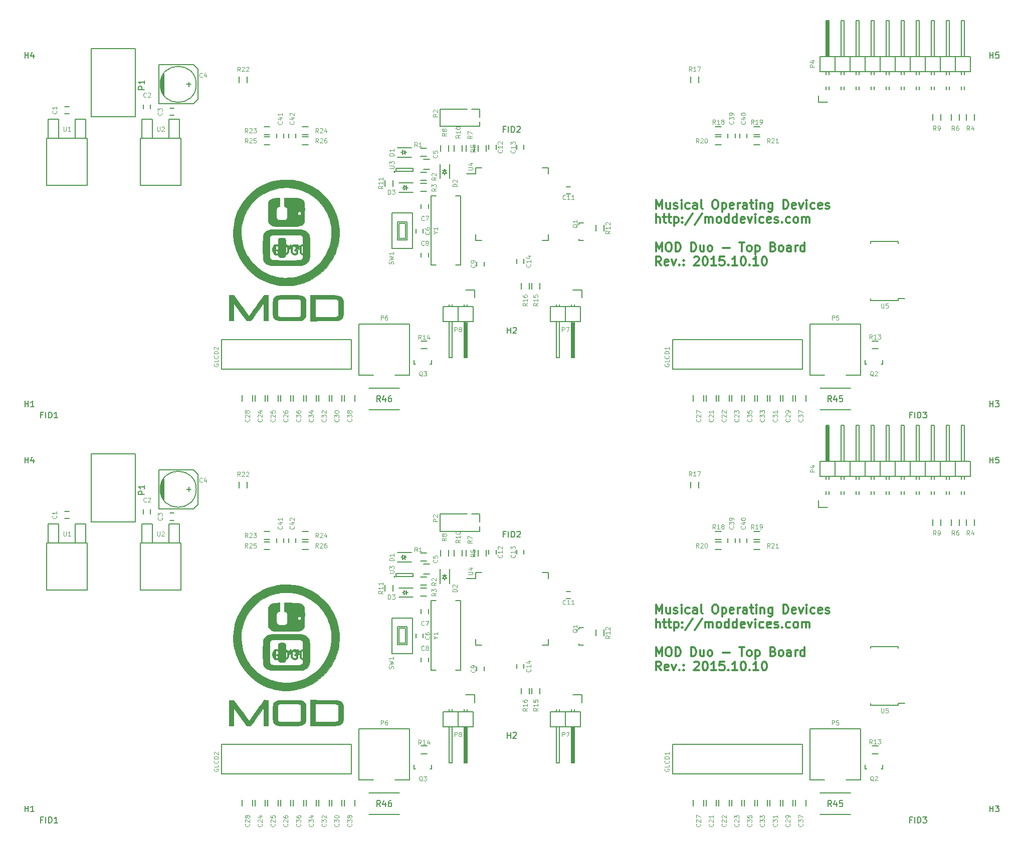
<source format=gbr>
G04 #@! TF.FileFunction,Legend,Top*
%FSLAX46Y46*%
G04 Gerber Fmt 4.6, Leading zero omitted, Abs format (unit mm)*
G04 Created by KiCad (PCBNEW no-vcs-found-product) date Mon 12 Oct 2015 08:57:56 AM BRT*
%MOMM*%
G01*
G04 APERTURE LIST*
%ADD10C,0.100000*%
%ADD11C,0.300000*%
%ADD12C,0.150000*%
G04 APERTURE END LIST*
D10*
D11*
X105870097Y-90841877D02*
X105870097Y-89341877D01*
X106370097Y-90413306D01*
X106870097Y-89341877D01*
X106870097Y-90841877D01*
X108227240Y-89841877D02*
X108227240Y-90841877D01*
X107584383Y-89841877D02*
X107584383Y-90627592D01*
X107655811Y-90770449D01*
X107798669Y-90841877D01*
X108012954Y-90841877D01*
X108155811Y-90770449D01*
X108227240Y-90699020D01*
X108870097Y-90770449D02*
X109012954Y-90841877D01*
X109298669Y-90841877D01*
X109441526Y-90770449D01*
X109512954Y-90627592D01*
X109512954Y-90556163D01*
X109441526Y-90413306D01*
X109298669Y-90341877D01*
X109084383Y-90341877D01*
X108941526Y-90270449D01*
X108870097Y-90127592D01*
X108870097Y-90056163D01*
X108941526Y-89913306D01*
X109084383Y-89841877D01*
X109298669Y-89841877D01*
X109441526Y-89913306D01*
X110155812Y-90841877D02*
X110155812Y-89841877D01*
X110155812Y-89341877D02*
X110084383Y-89413306D01*
X110155812Y-89484735D01*
X110227240Y-89413306D01*
X110155812Y-89341877D01*
X110155812Y-89484735D01*
X111512955Y-90770449D02*
X111370098Y-90841877D01*
X111084384Y-90841877D01*
X110941526Y-90770449D01*
X110870098Y-90699020D01*
X110798669Y-90556163D01*
X110798669Y-90127592D01*
X110870098Y-89984735D01*
X110941526Y-89913306D01*
X111084384Y-89841877D01*
X111370098Y-89841877D01*
X111512955Y-89913306D01*
X112798669Y-90841877D02*
X112798669Y-90056163D01*
X112727240Y-89913306D01*
X112584383Y-89841877D01*
X112298669Y-89841877D01*
X112155812Y-89913306D01*
X112798669Y-90770449D02*
X112655812Y-90841877D01*
X112298669Y-90841877D01*
X112155812Y-90770449D01*
X112084383Y-90627592D01*
X112084383Y-90484735D01*
X112155812Y-90341877D01*
X112298669Y-90270449D01*
X112655812Y-90270449D01*
X112798669Y-90199020D01*
X113727241Y-90841877D02*
X113584383Y-90770449D01*
X113512955Y-90627592D01*
X113512955Y-89341877D01*
X115727240Y-89341877D02*
X116012954Y-89341877D01*
X116155812Y-89413306D01*
X116298669Y-89556163D01*
X116370097Y-89841877D01*
X116370097Y-90341877D01*
X116298669Y-90627592D01*
X116155812Y-90770449D01*
X116012954Y-90841877D01*
X115727240Y-90841877D01*
X115584383Y-90770449D01*
X115441526Y-90627592D01*
X115370097Y-90341877D01*
X115370097Y-89841877D01*
X115441526Y-89556163D01*
X115584383Y-89413306D01*
X115727240Y-89341877D01*
X117012955Y-89841877D02*
X117012955Y-91341877D01*
X117012955Y-89913306D02*
X117155812Y-89841877D01*
X117441526Y-89841877D01*
X117584383Y-89913306D01*
X117655812Y-89984735D01*
X117727241Y-90127592D01*
X117727241Y-90556163D01*
X117655812Y-90699020D01*
X117584383Y-90770449D01*
X117441526Y-90841877D01*
X117155812Y-90841877D01*
X117012955Y-90770449D01*
X118941526Y-90770449D02*
X118798669Y-90841877D01*
X118512955Y-90841877D01*
X118370098Y-90770449D01*
X118298669Y-90627592D01*
X118298669Y-90056163D01*
X118370098Y-89913306D01*
X118512955Y-89841877D01*
X118798669Y-89841877D01*
X118941526Y-89913306D01*
X119012955Y-90056163D01*
X119012955Y-90199020D01*
X118298669Y-90341877D01*
X119655812Y-90841877D02*
X119655812Y-89841877D01*
X119655812Y-90127592D02*
X119727240Y-89984735D01*
X119798669Y-89913306D01*
X119941526Y-89841877D01*
X120084383Y-89841877D01*
X121227240Y-90841877D02*
X121227240Y-90056163D01*
X121155811Y-89913306D01*
X121012954Y-89841877D01*
X120727240Y-89841877D01*
X120584383Y-89913306D01*
X121227240Y-90770449D02*
X121084383Y-90841877D01*
X120727240Y-90841877D01*
X120584383Y-90770449D01*
X120512954Y-90627592D01*
X120512954Y-90484735D01*
X120584383Y-90341877D01*
X120727240Y-90270449D01*
X121084383Y-90270449D01*
X121227240Y-90199020D01*
X121727240Y-89841877D02*
X122298669Y-89841877D01*
X121941526Y-89341877D02*
X121941526Y-90627592D01*
X122012954Y-90770449D01*
X122155812Y-90841877D01*
X122298669Y-90841877D01*
X122798669Y-90841877D02*
X122798669Y-89841877D01*
X122798669Y-89341877D02*
X122727240Y-89413306D01*
X122798669Y-89484735D01*
X122870097Y-89413306D01*
X122798669Y-89341877D01*
X122798669Y-89484735D01*
X123512955Y-89841877D02*
X123512955Y-90841877D01*
X123512955Y-89984735D02*
X123584383Y-89913306D01*
X123727241Y-89841877D01*
X123941526Y-89841877D01*
X124084383Y-89913306D01*
X124155812Y-90056163D01*
X124155812Y-90841877D01*
X125512955Y-89841877D02*
X125512955Y-91056163D01*
X125441526Y-91199020D01*
X125370098Y-91270449D01*
X125227241Y-91341877D01*
X125012955Y-91341877D01*
X124870098Y-91270449D01*
X125512955Y-90770449D02*
X125370098Y-90841877D01*
X125084384Y-90841877D01*
X124941526Y-90770449D01*
X124870098Y-90699020D01*
X124798669Y-90556163D01*
X124798669Y-90127592D01*
X124870098Y-89984735D01*
X124941526Y-89913306D01*
X125084384Y-89841877D01*
X125370098Y-89841877D01*
X125512955Y-89913306D01*
X127370098Y-90841877D02*
X127370098Y-89341877D01*
X127727241Y-89341877D01*
X127941526Y-89413306D01*
X128084384Y-89556163D01*
X128155812Y-89699020D01*
X128227241Y-89984735D01*
X128227241Y-90199020D01*
X128155812Y-90484735D01*
X128084384Y-90627592D01*
X127941526Y-90770449D01*
X127727241Y-90841877D01*
X127370098Y-90841877D01*
X129441526Y-90770449D02*
X129298669Y-90841877D01*
X129012955Y-90841877D01*
X128870098Y-90770449D01*
X128798669Y-90627592D01*
X128798669Y-90056163D01*
X128870098Y-89913306D01*
X129012955Y-89841877D01*
X129298669Y-89841877D01*
X129441526Y-89913306D01*
X129512955Y-90056163D01*
X129512955Y-90199020D01*
X128798669Y-90341877D01*
X130012955Y-89841877D02*
X130370098Y-90841877D01*
X130727240Y-89841877D01*
X131298669Y-90841877D02*
X131298669Y-89841877D01*
X131298669Y-89341877D02*
X131227240Y-89413306D01*
X131298669Y-89484735D01*
X131370097Y-89413306D01*
X131298669Y-89341877D01*
X131298669Y-89484735D01*
X132655812Y-90770449D02*
X132512955Y-90841877D01*
X132227241Y-90841877D01*
X132084383Y-90770449D01*
X132012955Y-90699020D01*
X131941526Y-90556163D01*
X131941526Y-90127592D01*
X132012955Y-89984735D01*
X132084383Y-89913306D01*
X132227241Y-89841877D01*
X132512955Y-89841877D01*
X132655812Y-89913306D01*
X133870097Y-90770449D02*
X133727240Y-90841877D01*
X133441526Y-90841877D01*
X133298669Y-90770449D01*
X133227240Y-90627592D01*
X133227240Y-90056163D01*
X133298669Y-89913306D01*
X133441526Y-89841877D01*
X133727240Y-89841877D01*
X133870097Y-89913306D01*
X133941526Y-90056163D01*
X133941526Y-90199020D01*
X133227240Y-90341877D01*
X134512954Y-90770449D02*
X134655811Y-90841877D01*
X134941526Y-90841877D01*
X135084383Y-90770449D01*
X135155811Y-90627592D01*
X135155811Y-90556163D01*
X135084383Y-90413306D01*
X134941526Y-90341877D01*
X134727240Y-90341877D01*
X134584383Y-90270449D01*
X134512954Y-90127592D01*
X134512954Y-90056163D01*
X134584383Y-89913306D01*
X134727240Y-89841877D01*
X134941526Y-89841877D01*
X135084383Y-89913306D01*
X105870097Y-93241877D02*
X105870097Y-91741877D01*
X106512954Y-93241877D02*
X106512954Y-92456163D01*
X106441525Y-92313306D01*
X106298668Y-92241877D01*
X106084383Y-92241877D01*
X105941525Y-92313306D01*
X105870097Y-92384735D01*
X107012954Y-92241877D02*
X107584383Y-92241877D01*
X107227240Y-91741877D02*
X107227240Y-93027592D01*
X107298668Y-93170449D01*
X107441526Y-93241877D01*
X107584383Y-93241877D01*
X107870097Y-92241877D02*
X108441526Y-92241877D01*
X108084383Y-91741877D02*
X108084383Y-93027592D01*
X108155811Y-93170449D01*
X108298669Y-93241877D01*
X108441526Y-93241877D01*
X108941526Y-92241877D02*
X108941526Y-93741877D01*
X108941526Y-92313306D02*
X109084383Y-92241877D01*
X109370097Y-92241877D01*
X109512954Y-92313306D01*
X109584383Y-92384735D01*
X109655812Y-92527592D01*
X109655812Y-92956163D01*
X109584383Y-93099020D01*
X109512954Y-93170449D01*
X109370097Y-93241877D01*
X109084383Y-93241877D01*
X108941526Y-93170449D01*
X110298669Y-93099020D02*
X110370097Y-93170449D01*
X110298669Y-93241877D01*
X110227240Y-93170449D01*
X110298669Y-93099020D01*
X110298669Y-93241877D01*
X110298669Y-92313306D02*
X110370097Y-92384735D01*
X110298669Y-92456163D01*
X110227240Y-92384735D01*
X110298669Y-92313306D01*
X110298669Y-92456163D01*
X112084383Y-91670449D02*
X110798669Y-93599020D01*
X113655812Y-91670449D02*
X112370098Y-93599020D01*
X114155813Y-93241877D02*
X114155813Y-92241877D01*
X114155813Y-92384735D02*
X114227241Y-92313306D01*
X114370099Y-92241877D01*
X114584384Y-92241877D01*
X114727241Y-92313306D01*
X114798670Y-92456163D01*
X114798670Y-93241877D01*
X114798670Y-92456163D02*
X114870099Y-92313306D01*
X115012956Y-92241877D01*
X115227241Y-92241877D01*
X115370099Y-92313306D01*
X115441527Y-92456163D01*
X115441527Y-93241877D01*
X116370099Y-93241877D02*
X116227241Y-93170449D01*
X116155813Y-93099020D01*
X116084384Y-92956163D01*
X116084384Y-92527592D01*
X116155813Y-92384735D01*
X116227241Y-92313306D01*
X116370099Y-92241877D01*
X116584384Y-92241877D01*
X116727241Y-92313306D01*
X116798670Y-92384735D01*
X116870099Y-92527592D01*
X116870099Y-92956163D01*
X116798670Y-93099020D01*
X116727241Y-93170449D01*
X116584384Y-93241877D01*
X116370099Y-93241877D01*
X118155813Y-93241877D02*
X118155813Y-91741877D01*
X118155813Y-93170449D02*
X118012956Y-93241877D01*
X117727242Y-93241877D01*
X117584384Y-93170449D01*
X117512956Y-93099020D01*
X117441527Y-92956163D01*
X117441527Y-92527592D01*
X117512956Y-92384735D01*
X117584384Y-92313306D01*
X117727242Y-92241877D01*
X118012956Y-92241877D01*
X118155813Y-92313306D01*
X119512956Y-93241877D02*
X119512956Y-91741877D01*
X119512956Y-93170449D02*
X119370099Y-93241877D01*
X119084385Y-93241877D01*
X118941527Y-93170449D01*
X118870099Y-93099020D01*
X118798670Y-92956163D01*
X118798670Y-92527592D01*
X118870099Y-92384735D01*
X118941527Y-92313306D01*
X119084385Y-92241877D01*
X119370099Y-92241877D01*
X119512956Y-92313306D01*
X120798670Y-93170449D02*
X120655813Y-93241877D01*
X120370099Y-93241877D01*
X120227242Y-93170449D01*
X120155813Y-93027592D01*
X120155813Y-92456163D01*
X120227242Y-92313306D01*
X120370099Y-92241877D01*
X120655813Y-92241877D01*
X120798670Y-92313306D01*
X120870099Y-92456163D01*
X120870099Y-92599020D01*
X120155813Y-92741877D01*
X121370099Y-92241877D02*
X121727242Y-93241877D01*
X122084384Y-92241877D01*
X122655813Y-93241877D02*
X122655813Y-92241877D01*
X122655813Y-91741877D02*
X122584384Y-91813306D01*
X122655813Y-91884735D01*
X122727241Y-91813306D01*
X122655813Y-91741877D01*
X122655813Y-91884735D01*
X124012956Y-93170449D02*
X123870099Y-93241877D01*
X123584385Y-93241877D01*
X123441527Y-93170449D01*
X123370099Y-93099020D01*
X123298670Y-92956163D01*
X123298670Y-92527592D01*
X123370099Y-92384735D01*
X123441527Y-92313306D01*
X123584385Y-92241877D01*
X123870099Y-92241877D01*
X124012956Y-92313306D01*
X125227241Y-93170449D02*
X125084384Y-93241877D01*
X124798670Y-93241877D01*
X124655813Y-93170449D01*
X124584384Y-93027592D01*
X124584384Y-92456163D01*
X124655813Y-92313306D01*
X124798670Y-92241877D01*
X125084384Y-92241877D01*
X125227241Y-92313306D01*
X125298670Y-92456163D01*
X125298670Y-92599020D01*
X124584384Y-92741877D01*
X125870098Y-93170449D02*
X126012955Y-93241877D01*
X126298670Y-93241877D01*
X126441527Y-93170449D01*
X126512955Y-93027592D01*
X126512955Y-92956163D01*
X126441527Y-92813306D01*
X126298670Y-92741877D01*
X126084384Y-92741877D01*
X125941527Y-92670449D01*
X125870098Y-92527592D01*
X125870098Y-92456163D01*
X125941527Y-92313306D01*
X126084384Y-92241877D01*
X126298670Y-92241877D01*
X126441527Y-92313306D01*
X127155813Y-93099020D02*
X127227241Y-93170449D01*
X127155813Y-93241877D01*
X127084384Y-93170449D01*
X127155813Y-93099020D01*
X127155813Y-93241877D01*
X128512956Y-93170449D02*
X128370099Y-93241877D01*
X128084385Y-93241877D01*
X127941527Y-93170449D01*
X127870099Y-93099020D01*
X127798670Y-92956163D01*
X127798670Y-92527592D01*
X127870099Y-92384735D01*
X127941527Y-92313306D01*
X128084385Y-92241877D01*
X128370099Y-92241877D01*
X128512956Y-92313306D01*
X129370099Y-93241877D02*
X129227241Y-93170449D01*
X129155813Y-93099020D01*
X129084384Y-92956163D01*
X129084384Y-92527592D01*
X129155813Y-92384735D01*
X129227241Y-92313306D01*
X129370099Y-92241877D01*
X129584384Y-92241877D01*
X129727241Y-92313306D01*
X129798670Y-92384735D01*
X129870099Y-92527592D01*
X129870099Y-92956163D01*
X129798670Y-93099020D01*
X129727241Y-93170449D01*
X129584384Y-93241877D01*
X129370099Y-93241877D01*
X130512956Y-93241877D02*
X130512956Y-92241877D01*
X130512956Y-92384735D02*
X130584384Y-92313306D01*
X130727242Y-92241877D01*
X130941527Y-92241877D01*
X131084384Y-92313306D01*
X131155813Y-92456163D01*
X131155813Y-93241877D01*
X131155813Y-92456163D02*
X131227242Y-92313306D01*
X131370099Y-92241877D01*
X131584384Y-92241877D01*
X131727242Y-92313306D01*
X131798670Y-92456163D01*
X131798670Y-93241877D01*
X105870097Y-98041877D02*
X105870097Y-96541877D01*
X106370097Y-97613306D01*
X106870097Y-96541877D01*
X106870097Y-98041877D01*
X107870097Y-96541877D02*
X108155811Y-96541877D01*
X108298669Y-96613306D01*
X108441526Y-96756163D01*
X108512954Y-97041877D01*
X108512954Y-97541877D01*
X108441526Y-97827592D01*
X108298669Y-97970449D01*
X108155811Y-98041877D01*
X107870097Y-98041877D01*
X107727240Y-97970449D01*
X107584383Y-97827592D01*
X107512954Y-97541877D01*
X107512954Y-97041877D01*
X107584383Y-96756163D01*
X107727240Y-96613306D01*
X107870097Y-96541877D01*
X109155812Y-98041877D02*
X109155812Y-96541877D01*
X109512955Y-96541877D01*
X109727240Y-96613306D01*
X109870098Y-96756163D01*
X109941526Y-96899020D01*
X110012955Y-97184735D01*
X110012955Y-97399020D01*
X109941526Y-97684735D01*
X109870098Y-97827592D01*
X109727240Y-97970449D01*
X109512955Y-98041877D01*
X109155812Y-98041877D01*
X111798669Y-98041877D02*
X111798669Y-96541877D01*
X112155812Y-96541877D01*
X112370097Y-96613306D01*
X112512955Y-96756163D01*
X112584383Y-96899020D01*
X112655812Y-97184735D01*
X112655812Y-97399020D01*
X112584383Y-97684735D01*
X112512955Y-97827592D01*
X112370097Y-97970449D01*
X112155812Y-98041877D01*
X111798669Y-98041877D01*
X113941526Y-97041877D02*
X113941526Y-98041877D01*
X113298669Y-97041877D02*
X113298669Y-97827592D01*
X113370097Y-97970449D01*
X113512955Y-98041877D01*
X113727240Y-98041877D01*
X113870097Y-97970449D01*
X113941526Y-97899020D01*
X114870098Y-98041877D02*
X114727240Y-97970449D01*
X114655812Y-97899020D01*
X114584383Y-97756163D01*
X114584383Y-97327592D01*
X114655812Y-97184735D01*
X114727240Y-97113306D01*
X114870098Y-97041877D01*
X115084383Y-97041877D01*
X115227240Y-97113306D01*
X115298669Y-97184735D01*
X115370098Y-97327592D01*
X115370098Y-97756163D01*
X115298669Y-97899020D01*
X115227240Y-97970449D01*
X115084383Y-98041877D01*
X114870098Y-98041877D01*
X117155812Y-97470449D02*
X118298669Y-97470449D01*
X119941526Y-96541877D02*
X120798669Y-96541877D01*
X120370098Y-98041877D02*
X120370098Y-96541877D01*
X121512955Y-98041877D02*
X121370097Y-97970449D01*
X121298669Y-97899020D01*
X121227240Y-97756163D01*
X121227240Y-97327592D01*
X121298669Y-97184735D01*
X121370097Y-97113306D01*
X121512955Y-97041877D01*
X121727240Y-97041877D01*
X121870097Y-97113306D01*
X121941526Y-97184735D01*
X122012955Y-97327592D01*
X122012955Y-97756163D01*
X121941526Y-97899020D01*
X121870097Y-97970449D01*
X121727240Y-98041877D01*
X121512955Y-98041877D01*
X122655812Y-97041877D02*
X122655812Y-98541877D01*
X122655812Y-97113306D02*
X122798669Y-97041877D01*
X123084383Y-97041877D01*
X123227240Y-97113306D01*
X123298669Y-97184735D01*
X123370098Y-97327592D01*
X123370098Y-97756163D01*
X123298669Y-97899020D01*
X123227240Y-97970449D01*
X123084383Y-98041877D01*
X122798669Y-98041877D01*
X122655812Y-97970449D01*
X125655812Y-97256163D02*
X125870098Y-97327592D01*
X125941526Y-97399020D01*
X126012955Y-97541877D01*
X126012955Y-97756163D01*
X125941526Y-97899020D01*
X125870098Y-97970449D01*
X125727240Y-98041877D01*
X125155812Y-98041877D01*
X125155812Y-96541877D01*
X125655812Y-96541877D01*
X125798669Y-96613306D01*
X125870098Y-96684735D01*
X125941526Y-96827592D01*
X125941526Y-96970449D01*
X125870098Y-97113306D01*
X125798669Y-97184735D01*
X125655812Y-97256163D01*
X125155812Y-97256163D01*
X126870098Y-98041877D02*
X126727240Y-97970449D01*
X126655812Y-97899020D01*
X126584383Y-97756163D01*
X126584383Y-97327592D01*
X126655812Y-97184735D01*
X126727240Y-97113306D01*
X126870098Y-97041877D01*
X127084383Y-97041877D01*
X127227240Y-97113306D01*
X127298669Y-97184735D01*
X127370098Y-97327592D01*
X127370098Y-97756163D01*
X127298669Y-97899020D01*
X127227240Y-97970449D01*
X127084383Y-98041877D01*
X126870098Y-98041877D01*
X128655812Y-98041877D02*
X128655812Y-97256163D01*
X128584383Y-97113306D01*
X128441526Y-97041877D01*
X128155812Y-97041877D01*
X128012955Y-97113306D01*
X128655812Y-97970449D02*
X128512955Y-98041877D01*
X128155812Y-98041877D01*
X128012955Y-97970449D01*
X127941526Y-97827592D01*
X127941526Y-97684735D01*
X128012955Y-97541877D01*
X128155812Y-97470449D01*
X128512955Y-97470449D01*
X128655812Y-97399020D01*
X129370098Y-98041877D02*
X129370098Y-97041877D01*
X129370098Y-97327592D02*
X129441526Y-97184735D01*
X129512955Y-97113306D01*
X129655812Y-97041877D01*
X129798669Y-97041877D01*
X130941526Y-98041877D02*
X130941526Y-96541877D01*
X130941526Y-97970449D02*
X130798669Y-98041877D01*
X130512955Y-98041877D01*
X130370097Y-97970449D01*
X130298669Y-97899020D01*
X130227240Y-97756163D01*
X130227240Y-97327592D01*
X130298669Y-97184735D01*
X130370097Y-97113306D01*
X130512955Y-97041877D01*
X130798669Y-97041877D01*
X130941526Y-97113306D01*
X106727240Y-100441877D02*
X106227240Y-99727592D01*
X105870097Y-100441877D02*
X105870097Y-98941877D01*
X106441525Y-98941877D01*
X106584383Y-99013306D01*
X106655811Y-99084735D01*
X106727240Y-99227592D01*
X106727240Y-99441877D01*
X106655811Y-99584735D01*
X106584383Y-99656163D01*
X106441525Y-99727592D01*
X105870097Y-99727592D01*
X107941525Y-100370449D02*
X107798668Y-100441877D01*
X107512954Y-100441877D01*
X107370097Y-100370449D01*
X107298668Y-100227592D01*
X107298668Y-99656163D01*
X107370097Y-99513306D01*
X107512954Y-99441877D01*
X107798668Y-99441877D01*
X107941525Y-99513306D01*
X108012954Y-99656163D01*
X108012954Y-99799020D01*
X107298668Y-99941877D01*
X108512954Y-99441877D02*
X108870097Y-100441877D01*
X109227239Y-99441877D01*
X109798668Y-100299020D02*
X109870096Y-100370449D01*
X109798668Y-100441877D01*
X109727239Y-100370449D01*
X109798668Y-100299020D01*
X109798668Y-100441877D01*
X110512954Y-100299020D02*
X110584382Y-100370449D01*
X110512954Y-100441877D01*
X110441525Y-100370449D01*
X110512954Y-100299020D01*
X110512954Y-100441877D01*
X110512954Y-99513306D02*
X110584382Y-99584735D01*
X110512954Y-99656163D01*
X110441525Y-99584735D01*
X110512954Y-99513306D01*
X110512954Y-99656163D01*
X112298668Y-99084735D02*
X112370097Y-99013306D01*
X112512954Y-98941877D01*
X112870097Y-98941877D01*
X113012954Y-99013306D01*
X113084383Y-99084735D01*
X113155811Y-99227592D01*
X113155811Y-99370449D01*
X113084383Y-99584735D01*
X112227240Y-100441877D01*
X113155811Y-100441877D01*
X114084382Y-98941877D02*
X114227239Y-98941877D01*
X114370096Y-99013306D01*
X114441525Y-99084735D01*
X114512954Y-99227592D01*
X114584382Y-99513306D01*
X114584382Y-99870449D01*
X114512954Y-100156163D01*
X114441525Y-100299020D01*
X114370096Y-100370449D01*
X114227239Y-100441877D01*
X114084382Y-100441877D01*
X113941525Y-100370449D01*
X113870096Y-100299020D01*
X113798668Y-100156163D01*
X113727239Y-99870449D01*
X113727239Y-99513306D01*
X113798668Y-99227592D01*
X113870096Y-99084735D01*
X113941525Y-99013306D01*
X114084382Y-98941877D01*
X116012953Y-100441877D02*
X115155810Y-100441877D01*
X115584382Y-100441877D02*
X115584382Y-98941877D01*
X115441525Y-99156163D01*
X115298667Y-99299020D01*
X115155810Y-99370449D01*
X117370096Y-98941877D02*
X116655810Y-98941877D01*
X116584381Y-99656163D01*
X116655810Y-99584735D01*
X116798667Y-99513306D01*
X117155810Y-99513306D01*
X117298667Y-99584735D01*
X117370096Y-99656163D01*
X117441524Y-99799020D01*
X117441524Y-100156163D01*
X117370096Y-100299020D01*
X117298667Y-100370449D01*
X117155810Y-100441877D01*
X116798667Y-100441877D01*
X116655810Y-100370449D01*
X116584381Y-100299020D01*
X118084381Y-100299020D02*
X118155809Y-100370449D01*
X118084381Y-100441877D01*
X118012952Y-100370449D01*
X118084381Y-100299020D01*
X118084381Y-100441877D01*
X119584381Y-100441877D02*
X118727238Y-100441877D01*
X119155810Y-100441877D02*
X119155810Y-98941877D01*
X119012953Y-99156163D01*
X118870095Y-99299020D01*
X118727238Y-99370449D01*
X120512952Y-98941877D02*
X120655809Y-98941877D01*
X120798666Y-99013306D01*
X120870095Y-99084735D01*
X120941524Y-99227592D01*
X121012952Y-99513306D01*
X121012952Y-99870449D01*
X120941524Y-100156163D01*
X120870095Y-100299020D01*
X120798666Y-100370449D01*
X120655809Y-100441877D01*
X120512952Y-100441877D01*
X120370095Y-100370449D01*
X120298666Y-100299020D01*
X120227238Y-100156163D01*
X120155809Y-99870449D01*
X120155809Y-99513306D01*
X120227238Y-99227592D01*
X120298666Y-99084735D01*
X120370095Y-99013306D01*
X120512952Y-98941877D01*
X121655809Y-100299020D02*
X121727237Y-100370449D01*
X121655809Y-100441877D01*
X121584380Y-100370449D01*
X121655809Y-100299020D01*
X121655809Y-100441877D01*
X123155809Y-100441877D02*
X122298666Y-100441877D01*
X122727238Y-100441877D02*
X122727238Y-98941877D01*
X122584381Y-99156163D01*
X122441523Y-99299020D01*
X122298666Y-99370449D01*
X124084380Y-98941877D02*
X124227237Y-98941877D01*
X124370094Y-99013306D01*
X124441523Y-99084735D01*
X124512952Y-99227592D01*
X124584380Y-99513306D01*
X124584380Y-99870449D01*
X124512952Y-100156163D01*
X124441523Y-100299020D01*
X124370094Y-100370449D01*
X124227237Y-100441877D01*
X124084380Y-100441877D01*
X123941523Y-100370449D01*
X123870094Y-100299020D01*
X123798666Y-100156163D01*
X123727237Y-99870449D01*
X123727237Y-99513306D01*
X123798666Y-99227592D01*
X123870094Y-99084735D01*
X123941523Y-99013306D01*
X124084380Y-98941877D01*
X105870097Y-22403673D02*
X105870097Y-20903673D01*
X106370097Y-21975102D01*
X106870097Y-20903673D01*
X106870097Y-22403673D01*
X108227240Y-21403673D02*
X108227240Y-22403673D01*
X107584383Y-21403673D02*
X107584383Y-22189388D01*
X107655811Y-22332245D01*
X107798669Y-22403673D01*
X108012954Y-22403673D01*
X108155811Y-22332245D01*
X108227240Y-22260816D01*
X108870097Y-22332245D02*
X109012954Y-22403673D01*
X109298669Y-22403673D01*
X109441526Y-22332245D01*
X109512954Y-22189388D01*
X109512954Y-22117959D01*
X109441526Y-21975102D01*
X109298669Y-21903673D01*
X109084383Y-21903673D01*
X108941526Y-21832245D01*
X108870097Y-21689388D01*
X108870097Y-21617959D01*
X108941526Y-21475102D01*
X109084383Y-21403673D01*
X109298669Y-21403673D01*
X109441526Y-21475102D01*
X110155812Y-22403673D02*
X110155812Y-21403673D01*
X110155812Y-20903673D02*
X110084383Y-20975102D01*
X110155812Y-21046531D01*
X110227240Y-20975102D01*
X110155812Y-20903673D01*
X110155812Y-21046531D01*
X111512955Y-22332245D02*
X111370098Y-22403673D01*
X111084384Y-22403673D01*
X110941526Y-22332245D01*
X110870098Y-22260816D01*
X110798669Y-22117959D01*
X110798669Y-21689388D01*
X110870098Y-21546531D01*
X110941526Y-21475102D01*
X111084384Y-21403673D01*
X111370098Y-21403673D01*
X111512955Y-21475102D01*
X112798669Y-22403673D02*
X112798669Y-21617959D01*
X112727240Y-21475102D01*
X112584383Y-21403673D01*
X112298669Y-21403673D01*
X112155812Y-21475102D01*
X112798669Y-22332245D02*
X112655812Y-22403673D01*
X112298669Y-22403673D01*
X112155812Y-22332245D01*
X112084383Y-22189388D01*
X112084383Y-22046531D01*
X112155812Y-21903673D01*
X112298669Y-21832245D01*
X112655812Y-21832245D01*
X112798669Y-21760816D01*
X113727241Y-22403673D02*
X113584383Y-22332245D01*
X113512955Y-22189388D01*
X113512955Y-20903673D01*
X115727240Y-20903673D02*
X116012954Y-20903673D01*
X116155812Y-20975102D01*
X116298669Y-21117959D01*
X116370097Y-21403673D01*
X116370097Y-21903673D01*
X116298669Y-22189388D01*
X116155812Y-22332245D01*
X116012954Y-22403673D01*
X115727240Y-22403673D01*
X115584383Y-22332245D01*
X115441526Y-22189388D01*
X115370097Y-21903673D01*
X115370097Y-21403673D01*
X115441526Y-21117959D01*
X115584383Y-20975102D01*
X115727240Y-20903673D01*
X117012955Y-21403673D02*
X117012955Y-22903673D01*
X117012955Y-21475102D02*
X117155812Y-21403673D01*
X117441526Y-21403673D01*
X117584383Y-21475102D01*
X117655812Y-21546531D01*
X117727241Y-21689388D01*
X117727241Y-22117959D01*
X117655812Y-22260816D01*
X117584383Y-22332245D01*
X117441526Y-22403673D01*
X117155812Y-22403673D01*
X117012955Y-22332245D01*
X118941526Y-22332245D02*
X118798669Y-22403673D01*
X118512955Y-22403673D01*
X118370098Y-22332245D01*
X118298669Y-22189388D01*
X118298669Y-21617959D01*
X118370098Y-21475102D01*
X118512955Y-21403673D01*
X118798669Y-21403673D01*
X118941526Y-21475102D01*
X119012955Y-21617959D01*
X119012955Y-21760816D01*
X118298669Y-21903673D01*
X119655812Y-22403673D02*
X119655812Y-21403673D01*
X119655812Y-21689388D02*
X119727240Y-21546531D01*
X119798669Y-21475102D01*
X119941526Y-21403673D01*
X120084383Y-21403673D01*
X121227240Y-22403673D02*
X121227240Y-21617959D01*
X121155811Y-21475102D01*
X121012954Y-21403673D01*
X120727240Y-21403673D01*
X120584383Y-21475102D01*
X121227240Y-22332245D02*
X121084383Y-22403673D01*
X120727240Y-22403673D01*
X120584383Y-22332245D01*
X120512954Y-22189388D01*
X120512954Y-22046531D01*
X120584383Y-21903673D01*
X120727240Y-21832245D01*
X121084383Y-21832245D01*
X121227240Y-21760816D01*
X121727240Y-21403673D02*
X122298669Y-21403673D01*
X121941526Y-20903673D02*
X121941526Y-22189388D01*
X122012954Y-22332245D01*
X122155812Y-22403673D01*
X122298669Y-22403673D01*
X122798669Y-22403673D02*
X122798669Y-21403673D01*
X122798669Y-20903673D02*
X122727240Y-20975102D01*
X122798669Y-21046531D01*
X122870097Y-20975102D01*
X122798669Y-20903673D01*
X122798669Y-21046531D01*
X123512955Y-21403673D02*
X123512955Y-22403673D01*
X123512955Y-21546531D02*
X123584383Y-21475102D01*
X123727241Y-21403673D01*
X123941526Y-21403673D01*
X124084383Y-21475102D01*
X124155812Y-21617959D01*
X124155812Y-22403673D01*
X125512955Y-21403673D02*
X125512955Y-22617959D01*
X125441526Y-22760816D01*
X125370098Y-22832245D01*
X125227241Y-22903673D01*
X125012955Y-22903673D01*
X124870098Y-22832245D01*
X125512955Y-22332245D02*
X125370098Y-22403673D01*
X125084384Y-22403673D01*
X124941526Y-22332245D01*
X124870098Y-22260816D01*
X124798669Y-22117959D01*
X124798669Y-21689388D01*
X124870098Y-21546531D01*
X124941526Y-21475102D01*
X125084384Y-21403673D01*
X125370098Y-21403673D01*
X125512955Y-21475102D01*
X127370098Y-22403673D02*
X127370098Y-20903673D01*
X127727241Y-20903673D01*
X127941526Y-20975102D01*
X128084384Y-21117959D01*
X128155812Y-21260816D01*
X128227241Y-21546531D01*
X128227241Y-21760816D01*
X128155812Y-22046531D01*
X128084384Y-22189388D01*
X127941526Y-22332245D01*
X127727241Y-22403673D01*
X127370098Y-22403673D01*
X129441526Y-22332245D02*
X129298669Y-22403673D01*
X129012955Y-22403673D01*
X128870098Y-22332245D01*
X128798669Y-22189388D01*
X128798669Y-21617959D01*
X128870098Y-21475102D01*
X129012955Y-21403673D01*
X129298669Y-21403673D01*
X129441526Y-21475102D01*
X129512955Y-21617959D01*
X129512955Y-21760816D01*
X128798669Y-21903673D01*
X130012955Y-21403673D02*
X130370098Y-22403673D01*
X130727240Y-21403673D01*
X131298669Y-22403673D02*
X131298669Y-21403673D01*
X131298669Y-20903673D02*
X131227240Y-20975102D01*
X131298669Y-21046531D01*
X131370097Y-20975102D01*
X131298669Y-20903673D01*
X131298669Y-21046531D01*
X132655812Y-22332245D02*
X132512955Y-22403673D01*
X132227241Y-22403673D01*
X132084383Y-22332245D01*
X132012955Y-22260816D01*
X131941526Y-22117959D01*
X131941526Y-21689388D01*
X132012955Y-21546531D01*
X132084383Y-21475102D01*
X132227241Y-21403673D01*
X132512955Y-21403673D01*
X132655812Y-21475102D01*
X133870097Y-22332245D02*
X133727240Y-22403673D01*
X133441526Y-22403673D01*
X133298669Y-22332245D01*
X133227240Y-22189388D01*
X133227240Y-21617959D01*
X133298669Y-21475102D01*
X133441526Y-21403673D01*
X133727240Y-21403673D01*
X133870097Y-21475102D01*
X133941526Y-21617959D01*
X133941526Y-21760816D01*
X133227240Y-21903673D01*
X134512954Y-22332245D02*
X134655811Y-22403673D01*
X134941526Y-22403673D01*
X135084383Y-22332245D01*
X135155811Y-22189388D01*
X135155811Y-22117959D01*
X135084383Y-21975102D01*
X134941526Y-21903673D01*
X134727240Y-21903673D01*
X134584383Y-21832245D01*
X134512954Y-21689388D01*
X134512954Y-21617959D01*
X134584383Y-21475102D01*
X134727240Y-21403673D01*
X134941526Y-21403673D01*
X135084383Y-21475102D01*
X105870097Y-24803673D02*
X105870097Y-23303673D01*
X106512954Y-24803673D02*
X106512954Y-24017959D01*
X106441525Y-23875102D01*
X106298668Y-23803673D01*
X106084383Y-23803673D01*
X105941525Y-23875102D01*
X105870097Y-23946531D01*
X107012954Y-23803673D02*
X107584383Y-23803673D01*
X107227240Y-23303673D02*
X107227240Y-24589388D01*
X107298668Y-24732245D01*
X107441526Y-24803673D01*
X107584383Y-24803673D01*
X107870097Y-23803673D02*
X108441526Y-23803673D01*
X108084383Y-23303673D02*
X108084383Y-24589388D01*
X108155811Y-24732245D01*
X108298669Y-24803673D01*
X108441526Y-24803673D01*
X108941526Y-23803673D02*
X108941526Y-25303673D01*
X108941526Y-23875102D02*
X109084383Y-23803673D01*
X109370097Y-23803673D01*
X109512954Y-23875102D01*
X109584383Y-23946531D01*
X109655812Y-24089388D01*
X109655812Y-24517959D01*
X109584383Y-24660816D01*
X109512954Y-24732245D01*
X109370097Y-24803673D01*
X109084383Y-24803673D01*
X108941526Y-24732245D01*
X110298669Y-24660816D02*
X110370097Y-24732245D01*
X110298669Y-24803673D01*
X110227240Y-24732245D01*
X110298669Y-24660816D01*
X110298669Y-24803673D01*
X110298669Y-23875102D02*
X110370097Y-23946531D01*
X110298669Y-24017959D01*
X110227240Y-23946531D01*
X110298669Y-23875102D01*
X110298669Y-24017959D01*
X112084383Y-23232245D02*
X110798669Y-25160816D01*
X113655812Y-23232245D02*
X112370098Y-25160816D01*
X114155813Y-24803673D02*
X114155813Y-23803673D01*
X114155813Y-23946531D02*
X114227241Y-23875102D01*
X114370099Y-23803673D01*
X114584384Y-23803673D01*
X114727241Y-23875102D01*
X114798670Y-24017959D01*
X114798670Y-24803673D01*
X114798670Y-24017959D02*
X114870099Y-23875102D01*
X115012956Y-23803673D01*
X115227241Y-23803673D01*
X115370099Y-23875102D01*
X115441527Y-24017959D01*
X115441527Y-24803673D01*
X116370099Y-24803673D02*
X116227241Y-24732245D01*
X116155813Y-24660816D01*
X116084384Y-24517959D01*
X116084384Y-24089388D01*
X116155813Y-23946531D01*
X116227241Y-23875102D01*
X116370099Y-23803673D01*
X116584384Y-23803673D01*
X116727241Y-23875102D01*
X116798670Y-23946531D01*
X116870099Y-24089388D01*
X116870099Y-24517959D01*
X116798670Y-24660816D01*
X116727241Y-24732245D01*
X116584384Y-24803673D01*
X116370099Y-24803673D01*
X118155813Y-24803673D02*
X118155813Y-23303673D01*
X118155813Y-24732245D02*
X118012956Y-24803673D01*
X117727242Y-24803673D01*
X117584384Y-24732245D01*
X117512956Y-24660816D01*
X117441527Y-24517959D01*
X117441527Y-24089388D01*
X117512956Y-23946531D01*
X117584384Y-23875102D01*
X117727242Y-23803673D01*
X118012956Y-23803673D01*
X118155813Y-23875102D01*
X119512956Y-24803673D02*
X119512956Y-23303673D01*
X119512956Y-24732245D02*
X119370099Y-24803673D01*
X119084385Y-24803673D01*
X118941527Y-24732245D01*
X118870099Y-24660816D01*
X118798670Y-24517959D01*
X118798670Y-24089388D01*
X118870099Y-23946531D01*
X118941527Y-23875102D01*
X119084385Y-23803673D01*
X119370099Y-23803673D01*
X119512956Y-23875102D01*
X120798670Y-24732245D02*
X120655813Y-24803673D01*
X120370099Y-24803673D01*
X120227242Y-24732245D01*
X120155813Y-24589388D01*
X120155813Y-24017959D01*
X120227242Y-23875102D01*
X120370099Y-23803673D01*
X120655813Y-23803673D01*
X120798670Y-23875102D01*
X120870099Y-24017959D01*
X120870099Y-24160816D01*
X120155813Y-24303673D01*
X121370099Y-23803673D02*
X121727242Y-24803673D01*
X122084384Y-23803673D01*
X122655813Y-24803673D02*
X122655813Y-23803673D01*
X122655813Y-23303673D02*
X122584384Y-23375102D01*
X122655813Y-23446531D01*
X122727241Y-23375102D01*
X122655813Y-23303673D01*
X122655813Y-23446531D01*
X124012956Y-24732245D02*
X123870099Y-24803673D01*
X123584385Y-24803673D01*
X123441527Y-24732245D01*
X123370099Y-24660816D01*
X123298670Y-24517959D01*
X123298670Y-24089388D01*
X123370099Y-23946531D01*
X123441527Y-23875102D01*
X123584385Y-23803673D01*
X123870099Y-23803673D01*
X124012956Y-23875102D01*
X125227241Y-24732245D02*
X125084384Y-24803673D01*
X124798670Y-24803673D01*
X124655813Y-24732245D01*
X124584384Y-24589388D01*
X124584384Y-24017959D01*
X124655813Y-23875102D01*
X124798670Y-23803673D01*
X125084384Y-23803673D01*
X125227241Y-23875102D01*
X125298670Y-24017959D01*
X125298670Y-24160816D01*
X124584384Y-24303673D01*
X125870098Y-24732245D02*
X126012955Y-24803673D01*
X126298670Y-24803673D01*
X126441527Y-24732245D01*
X126512955Y-24589388D01*
X126512955Y-24517959D01*
X126441527Y-24375102D01*
X126298670Y-24303673D01*
X126084384Y-24303673D01*
X125941527Y-24232245D01*
X125870098Y-24089388D01*
X125870098Y-24017959D01*
X125941527Y-23875102D01*
X126084384Y-23803673D01*
X126298670Y-23803673D01*
X126441527Y-23875102D01*
X127155813Y-24660816D02*
X127227241Y-24732245D01*
X127155813Y-24803673D01*
X127084384Y-24732245D01*
X127155813Y-24660816D01*
X127155813Y-24803673D01*
X128512956Y-24732245D02*
X128370099Y-24803673D01*
X128084385Y-24803673D01*
X127941527Y-24732245D01*
X127870099Y-24660816D01*
X127798670Y-24517959D01*
X127798670Y-24089388D01*
X127870099Y-23946531D01*
X127941527Y-23875102D01*
X128084385Y-23803673D01*
X128370099Y-23803673D01*
X128512956Y-23875102D01*
X129370099Y-24803673D02*
X129227241Y-24732245D01*
X129155813Y-24660816D01*
X129084384Y-24517959D01*
X129084384Y-24089388D01*
X129155813Y-23946531D01*
X129227241Y-23875102D01*
X129370099Y-23803673D01*
X129584384Y-23803673D01*
X129727241Y-23875102D01*
X129798670Y-23946531D01*
X129870099Y-24089388D01*
X129870099Y-24517959D01*
X129798670Y-24660816D01*
X129727241Y-24732245D01*
X129584384Y-24803673D01*
X129370099Y-24803673D01*
X130512956Y-24803673D02*
X130512956Y-23803673D01*
X130512956Y-23946531D02*
X130584384Y-23875102D01*
X130727242Y-23803673D01*
X130941527Y-23803673D01*
X131084384Y-23875102D01*
X131155813Y-24017959D01*
X131155813Y-24803673D01*
X131155813Y-24017959D02*
X131227242Y-23875102D01*
X131370099Y-23803673D01*
X131584384Y-23803673D01*
X131727242Y-23875102D01*
X131798670Y-24017959D01*
X131798670Y-24803673D01*
X105870097Y-29603673D02*
X105870097Y-28103673D01*
X106370097Y-29175102D01*
X106870097Y-28103673D01*
X106870097Y-29603673D01*
X107870097Y-28103673D02*
X108155811Y-28103673D01*
X108298669Y-28175102D01*
X108441526Y-28317959D01*
X108512954Y-28603673D01*
X108512954Y-29103673D01*
X108441526Y-29389388D01*
X108298669Y-29532245D01*
X108155811Y-29603673D01*
X107870097Y-29603673D01*
X107727240Y-29532245D01*
X107584383Y-29389388D01*
X107512954Y-29103673D01*
X107512954Y-28603673D01*
X107584383Y-28317959D01*
X107727240Y-28175102D01*
X107870097Y-28103673D01*
X109155812Y-29603673D02*
X109155812Y-28103673D01*
X109512955Y-28103673D01*
X109727240Y-28175102D01*
X109870098Y-28317959D01*
X109941526Y-28460816D01*
X110012955Y-28746531D01*
X110012955Y-28960816D01*
X109941526Y-29246531D01*
X109870098Y-29389388D01*
X109727240Y-29532245D01*
X109512955Y-29603673D01*
X109155812Y-29603673D01*
X111798669Y-29603673D02*
X111798669Y-28103673D01*
X112155812Y-28103673D01*
X112370097Y-28175102D01*
X112512955Y-28317959D01*
X112584383Y-28460816D01*
X112655812Y-28746531D01*
X112655812Y-28960816D01*
X112584383Y-29246531D01*
X112512955Y-29389388D01*
X112370097Y-29532245D01*
X112155812Y-29603673D01*
X111798669Y-29603673D01*
X113941526Y-28603673D02*
X113941526Y-29603673D01*
X113298669Y-28603673D02*
X113298669Y-29389388D01*
X113370097Y-29532245D01*
X113512955Y-29603673D01*
X113727240Y-29603673D01*
X113870097Y-29532245D01*
X113941526Y-29460816D01*
X114870098Y-29603673D02*
X114727240Y-29532245D01*
X114655812Y-29460816D01*
X114584383Y-29317959D01*
X114584383Y-28889388D01*
X114655812Y-28746531D01*
X114727240Y-28675102D01*
X114870098Y-28603673D01*
X115084383Y-28603673D01*
X115227240Y-28675102D01*
X115298669Y-28746531D01*
X115370098Y-28889388D01*
X115370098Y-29317959D01*
X115298669Y-29460816D01*
X115227240Y-29532245D01*
X115084383Y-29603673D01*
X114870098Y-29603673D01*
X117155812Y-29032245D02*
X118298669Y-29032245D01*
X119941526Y-28103673D02*
X120798669Y-28103673D01*
X120370098Y-29603673D02*
X120370098Y-28103673D01*
X121512955Y-29603673D02*
X121370097Y-29532245D01*
X121298669Y-29460816D01*
X121227240Y-29317959D01*
X121227240Y-28889388D01*
X121298669Y-28746531D01*
X121370097Y-28675102D01*
X121512955Y-28603673D01*
X121727240Y-28603673D01*
X121870097Y-28675102D01*
X121941526Y-28746531D01*
X122012955Y-28889388D01*
X122012955Y-29317959D01*
X121941526Y-29460816D01*
X121870097Y-29532245D01*
X121727240Y-29603673D01*
X121512955Y-29603673D01*
X122655812Y-28603673D02*
X122655812Y-30103673D01*
X122655812Y-28675102D02*
X122798669Y-28603673D01*
X123084383Y-28603673D01*
X123227240Y-28675102D01*
X123298669Y-28746531D01*
X123370098Y-28889388D01*
X123370098Y-29317959D01*
X123298669Y-29460816D01*
X123227240Y-29532245D01*
X123084383Y-29603673D01*
X122798669Y-29603673D01*
X122655812Y-29532245D01*
X125655812Y-28817959D02*
X125870098Y-28889388D01*
X125941526Y-28960816D01*
X126012955Y-29103673D01*
X126012955Y-29317959D01*
X125941526Y-29460816D01*
X125870098Y-29532245D01*
X125727240Y-29603673D01*
X125155812Y-29603673D01*
X125155812Y-28103673D01*
X125655812Y-28103673D01*
X125798669Y-28175102D01*
X125870098Y-28246531D01*
X125941526Y-28389388D01*
X125941526Y-28532245D01*
X125870098Y-28675102D01*
X125798669Y-28746531D01*
X125655812Y-28817959D01*
X125155812Y-28817959D01*
X126870098Y-29603673D02*
X126727240Y-29532245D01*
X126655812Y-29460816D01*
X126584383Y-29317959D01*
X126584383Y-28889388D01*
X126655812Y-28746531D01*
X126727240Y-28675102D01*
X126870098Y-28603673D01*
X127084383Y-28603673D01*
X127227240Y-28675102D01*
X127298669Y-28746531D01*
X127370098Y-28889388D01*
X127370098Y-29317959D01*
X127298669Y-29460816D01*
X127227240Y-29532245D01*
X127084383Y-29603673D01*
X126870098Y-29603673D01*
X128655812Y-29603673D02*
X128655812Y-28817959D01*
X128584383Y-28675102D01*
X128441526Y-28603673D01*
X128155812Y-28603673D01*
X128012955Y-28675102D01*
X128655812Y-29532245D02*
X128512955Y-29603673D01*
X128155812Y-29603673D01*
X128012955Y-29532245D01*
X127941526Y-29389388D01*
X127941526Y-29246531D01*
X128012955Y-29103673D01*
X128155812Y-29032245D01*
X128512955Y-29032245D01*
X128655812Y-28960816D01*
X129370098Y-29603673D02*
X129370098Y-28603673D01*
X129370098Y-28889388D02*
X129441526Y-28746531D01*
X129512955Y-28675102D01*
X129655812Y-28603673D01*
X129798669Y-28603673D01*
X130941526Y-29603673D02*
X130941526Y-28103673D01*
X130941526Y-29532245D02*
X130798669Y-29603673D01*
X130512955Y-29603673D01*
X130370097Y-29532245D01*
X130298669Y-29460816D01*
X130227240Y-29317959D01*
X130227240Y-28889388D01*
X130298669Y-28746531D01*
X130370097Y-28675102D01*
X130512955Y-28603673D01*
X130798669Y-28603673D01*
X130941526Y-28675102D01*
X106727240Y-32003673D02*
X106227240Y-31289388D01*
X105870097Y-32003673D02*
X105870097Y-30503673D01*
X106441525Y-30503673D01*
X106584383Y-30575102D01*
X106655811Y-30646531D01*
X106727240Y-30789388D01*
X106727240Y-31003673D01*
X106655811Y-31146531D01*
X106584383Y-31217959D01*
X106441525Y-31289388D01*
X105870097Y-31289388D01*
X107941525Y-31932245D02*
X107798668Y-32003673D01*
X107512954Y-32003673D01*
X107370097Y-31932245D01*
X107298668Y-31789388D01*
X107298668Y-31217959D01*
X107370097Y-31075102D01*
X107512954Y-31003673D01*
X107798668Y-31003673D01*
X107941525Y-31075102D01*
X108012954Y-31217959D01*
X108012954Y-31360816D01*
X107298668Y-31503673D01*
X108512954Y-31003673D02*
X108870097Y-32003673D01*
X109227239Y-31003673D01*
X109798668Y-31860816D02*
X109870096Y-31932245D01*
X109798668Y-32003673D01*
X109727239Y-31932245D01*
X109798668Y-31860816D01*
X109798668Y-32003673D01*
X110512954Y-31860816D02*
X110584382Y-31932245D01*
X110512954Y-32003673D01*
X110441525Y-31932245D01*
X110512954Y-31860816D01*
X110512954Y-32003673D01*
X110512954Y-31075102D02*
X110584382Y-31146531D01*
X110512954Y-31217959D01*
X110441525Y-31146531D01*
X110512954Y-31075102D01*
X110512954Y-31217959D01*
X112298668Y-30646531D02*
X112370097Y-30575102D01*
X112512954Y-30503673D01*
X112870097Y-30503673D01*
X113012954Y-30575102D01*
X113084383Y-30646531D01*
X113155811Y-30789388D01*
X113155811Y-30932245D01*
X113084383Y-31146531D01*
X112227240Y-32003673D01*
X113155811Y-32003673D01*
X114084382Y-30503673D02*
X114227239Y-30503673D01*
X114370096Y-30575102D01*
X114441525Y-30646531D01*
X114512954Y-30789388D01*
X114584382Y-31075102D01*
X114584382Y-31432245D01*
X114512954Y-31717959D01*
X114441525Y-31860816D01*
X114370096Y-31932245D01*
X114227239Y-32003673D01*
X114084382Y-32003673D01*
X113941525Y-31932245D01*
X113870096Y-31860816D01*
X113798668Y-31717959D01*
X113727239Y-31432245D01*
X113727239Y-31075102D01*
X113798668Y-30789388D01*
X113870096Y-30646531D01*
X113941525Y-30575102D01*
X114084382Y-30503673D01*
X116012953Y-32003673D02*
X115155810Y-32003673D01*
X115584382Y-32003673D02*
X115584382Y-30503673D01*
X115441525Y-30717959D01*
X115298667Y-30860816D01*
X115155810Y-30932245D01*
X117370096Y-30503673D02*
X116655810Y-30503673D01*
X116584381Y-31217959D01*
X116655810Y-31146531D01*
X116798667Y-31075102D01*
X117155810Y-31075102D01*
X117298667Y-31146531D01*
X117370096Y-31217959D01*
X117441524Y-31360816D01*
X117441524Y-31717959D01*
X117370096Y-31860816D01*
X117298667Y-31932245D01*
X117155810Y-32003673D01*
X116798667Y-32003673D01*
X116655810Y-31932245D01*
X116584381Y-31860816D01*
X118084381Y-31860816D02*
X118155809Y-31932245D01*
X118084381Y-32003673D01*
X118012952Y-31932245D01*
X118084381Y-31860816D01*
X118084381Y-32003673D01*
X119584381Y-32003673D02*
X118727238Y-32003673D01*
X119155810Y-32003673D02*
X119155810Y-30503673D01*
X119012953Y-30717959D01*
X118870095Y-30860816D01*
X118727238Y-30932245D01*
X120512952Y-30503673D02*
X120655809Y-30503673D01*
X120798666Y-30575102D01*
X120870095Y-30646531D01*
X120941524Y-30789388D01*
X121012952Y-31075102D01*
X121012952Y-31432245D01*
X120941524Y-31717959D01*
X120870095Y-31860816D01*
X120798666Y-31932245D01*
X120655809Y-32003673D01*
X120512952Y-32003673D01*
X120370095Y-31932245D01*
X120298666Y-31860816D01*
X120227238Y-31717959D01*
X120155809Y-31432245D01*
X120155809Y-31075102D01*
X120227238Y-30789388D01*
X120298666Y-30646531D01*
X120370095Y-30575102D01*
X120512952Y-30503673D01*
X121655809Y-31860816D02*
X121727237Y-31932245D01*
X121655809Y-32003673D01*
X121584380Y-31932245D01*
X121655809Y-31860816D01*
X121655809Y-32003673D01*
X123155809Y-32003673D02*
X122298666Y-32003673D01*
X122727238Y-32003673D02*
X122727238Y-30503673D01*
X122584381Y-30717959D01*
X122441523Y-30860816D01*
X122298666Y-30932245D01*
X124084380Y-30503673D02*
X124227237Y-30503673D01*
X124370094Y-30575102D01*
X124441523Y-30646531D01*
X124512952Y-30789388D01*
X124584380Y-31075102D01*
X124584380Y-31432245D01*
X124512952Y-31717959D01*
X124441523Y-31860816D01*
X124370094Y-31932245D01*
X124227237Y-32003673D01*
X124084380Y-32003673D01*
X123941523Y-31932245D01*
X123870094Y-31860816D01*
X123798666Y-31717959D01*
X123727237Y-31432245D01*
X123727237Y-31075102D01*
X123798666Y-30789388D01*
X123870094Y-30646531D01*
X123941523Y-30575102D01*
X124084380Y-30503673D01*
D12*
X10496494Y-63809906D02*
X10496494Y-75309906D01*
X17896494Y-75309906D02*
X10496494Y-75309906D01*
X17896494Y-63809906D02*
X17896494Y-75309906D01*
X17896494Y-63809906D02*
X10496494Y-63809906D01*
D10*
G36*
X40364179Y-109789106D02*
X39983236Y-109789106D01*
X39602293Y-109789106D01*
X39595743Y-108276202D01*
X39589194Y-106763299D01*
X38662803Y-108041252D01*
X38493456Y-108274797D01*
X38328399Y-108502292D01*
X38170834Y-108719334D01*
X38023961Y-108921520D01*
X37890982Y-109104445D01*
X37775099Y-109263707D01*
X37679511Y-109394902D01*
X37607420Y-109493626D01*
X37563003Y-109554156D01*
X37389594Y-109789106D01*
X37054294Y-109787747D01*
X36718994Y-109786388D01*
X35626794Y-108284078D01*
X34534594Y-106781768D01*
X34528042Y-108285437D01*
X34521491Y-109789106D01*
X34140692Y-109789106D01*
X33759894Y-109789106D01*
X33759894Y-107617406D01*
X33759894Y-105445706D01*
X34136593Y-105445706D01*
X34513293Y-105445706D01*
X35793943Y-107210244D01*
X35986862Y-107475795D01*
X36171355Y-107729241D01*
X36345236Y-107967604D01*
X36506314Y-108187910D01*
X36652403Y-108387180D01*
X36781312Y-108562438D01*
X36890855Y-108710708D01*
X36978841Y-108829013D01*
X37043084Y-108914376D01*
X37081393Y-108963820D01*
X37091816Y-108975544D01*
X37099813Y-108968384D01*
X37118901Y-108945508D01*
X37150328Y-108905205D01*
X37195344Y-108845764D01*
X37255197Y-108765472D01*
X37331134Y-108662618D01*
X37424406Y-108535491D01*
X37536260Y-108382378D01*
X37667944Y-108201568D01*
X37820708Y-107991349D01*
X37995800Y-107750011D01*
X38194469Y-107475840D01*
X38417962Y-107167125D01*
X38667530Y-106822155D01*
X38944419Y-106439219D01*
X39217813Y-106060974D01*
X39663449Y-105444342D01*
X40007321Y-105451374D01*
X40351194Y-105458406D01*
X40357686Y-107623756D01*
X40364179Y-109789106D01*
X40364179Y-109789106D01*
X40364179Y-109789106D01*
G37*
X40364179Y-109789106D02*
X39983236Y-109789106D01*
X39602293Y-109789106D01*
X39595743Y-108276202D01*
X39589194Y-106763299D01*
X38662803Y-108041252D01*
X38493456Y-108274797D01*
X38328399Y-108502292D01*
X38170834Y-108719334D01*
X38023961Y-108921520D01*
X37890982Y-109104445D01*
X37775099Y-109263707D01*
X37679511Y-109394902D01*
X37607420Y-109493626D01*
X37563003Y-109554156D01*
X37389594Y-109789106D01*
X37054294Y-109787747D01*
X36718994Y-109786388D01*
X35626794Y-108284078D01*
X34534594Y-106781768D01*
X34528042Y-108285437D01*
X34521491Y-109789106D01*
X34140692Y-109789106D01*
X33759894Y-109789106D01*
X33759894Y-107617406D01*
X33759894Y-105445706D01*
X34136593Y-105445706D01*
X34513293Y-105445706D01*
X35793943Y-107210244D01*
X35986862Y-107475795D01*
X36171355Y-107729241D01*
X36345236Y-107967604D01*
X36506314Y-108187910D01*
X36652403Y-108387180D01*
X36781312Y-108562438D01*
X36890855Y-108710708D01*
X36978841Y-108829013D01*
X37043084Y-108914376D01*
X37081393Y-108963820D01*
X37091816Y-108975544D01*
X37099813Y-108968384D01*
X37118901Y-108945508D01*
X37150328Y-108905205D01*
X37195344Y-108845764D01*
X37255197Y-108765472D01*
X37331134Y-108662618D01*
X37424406Y-108535491D01*
X37536260Y-108382378D01*
X37667944Y-108201568D01*
X37820708Y-107991349D01*
X37995800Y-107750011D01*
X38194469Y-107475840D01*
X38417962Y-107167125D01*
X38667530Y-106822155D01*
X38944419Y-106439219D01*
X39217813Y-106060974D01*
X39663449Y-105444342D01*
X40007321Y-105451374D01*
X40351194Y-105458406D01*
X40357686Y-107623756D01*
X40364179Y-109789106D01*
X40364179Y-109789106D01*
G36*
X46675794Y-107629571D02*
X46675756Y-107935828D01*
X46675545Y-108195514D01*
X46675009Y-108412860D01*
X46674001Y-108592094D01*
X46672371Y-108737447D01*
X46669968Y-108853147D01*
X46666645Y-108943426D01*
X46662251Y-109012512D01*
X46656638Y-109064635D01*
X46649656Y-109104024D01*
X46641155Y-109134909D01*
X46630986Y-109161521D01*
X46620907Y-109183968D01*
X46512810Y-109357824D01*
X46361727Y-109506052D01*
X46169209Y-109627459D01*
X45936805Y-109720856D01*
X45912195Y-109728382D01*
X45879151Y-109737214D01*
X45872959Y-109738452D01*
X45872959Y-108212321D01*
X45872092Y-107970667D01*
X45870524Y-107683633D01*
X45870023Y-107593605D01*
X45862994Y-106312608D01*
X45791881Y-106238399D01*
X45718027Y-106180470D01*
X45632522Y-106137950D01*
X45623834Y-106135148D01*
X45582551Y-106128565D01*
X45504540Y-106122893D01*
X45387978Y-106118101D01*
X45231043Y-106114160D01*
X45031913Y-106111037D01*
X44788765Y-106108704D01*
X44499777Y-106107129D01*
X44163126Y-106106282D01*
X43890579Y-106106106D01*
X42254257Y-106106106D01*
X42140925Y-106163256D01*
X42096575Y-106185636D01*
X42059233Y-106207189D01*
X42028296Y-106232231D01*
X42003163Y-106265077D01*
X41983232Y-106310043D01*
X41967899Y-106371444D01*
X41956562Y-106453598D01*
X41948619Y-106560819D01*
X41943468Y-106697423D01*
X41940507Y-106867726D01*
X41939132Y-107076045D01*
X41938741Y-107326694D01*
X41938733Y-107611871D01*
X41938833Y-107904127D01*
X41939410Y-108150008D01*
X41940847Y-108353937D01*
X41943528Y-108520341D01*
X41947834Y-108653643D01*
X41954149Y-108758268D01*
X41962857Y-108838640D01*
X41974341Y-108899184D01*
X41988983Y-108944326D01*
X42007168Y-108978488D01*
X42029277Y-109006096D01*
X42055694Y-109031575D01*
X42062172Y-109037378D01*
X42088945Y-109059576D01*
X42118326Y-109078695D01*
X42154079Y-109094950D01*
X42199970Y-109108556D01*
X42259762Y-109119728D01*
X42337218Y-109128681D01*
X42436103Y-109135630D01*
X42560181Y-109140792D01*
X42713216Y-109144381D01*
X42898972Y-109146611D01*
X43121213Y-109147699D01*
X43383702Y-109147860D01*
X43690205Y-109147308D01*
X43970694Y-109146496D01*
X45583594Y-109141406D01*
X45691020Y-109084006D01*
X45731370Y-109062637D01*
X45765435Y-109042369D01*
X45793723Y-109018978D01*
X45816742Y-108988236D01*
X45834999Y-108945920D01*
X45849001Y-108887804D01*
X45859257Y-108809661D01*
X45866273Y-108707267D01*
X45870557Y-108576396D01*
X45872617Y-108412823D01*
X45872959Y-108212321D01*
X45872959Y-109738452D01*
X45840982Y-109744849D01*
X45793866Y-109751390D01*
X45733980Y-109756936D01*
X45657501Y-109761589D01*
X45560606Y-109765451D01*
X45439473Y-109768623D01*
X45290278Y-109771205D01*
X45109199Y-109773298D01*
X44892413Y-109775005D01*
X44636097Y-109776426D01*
X44336428Y-109777663D01*
X44008794Y-109778756D01*
X43710529Y-109779347D01*
X43423872Y-109779273D01*
X43153404Y-109778574D01*
X42903702Y-109777293D01*
X42679346Y-109775471D01*
X42484916Y-109773150D01*
X42324991Y-109770371D01*
X42204150Y-109767176D01*
X42126971Y-109763606D01*
X42104575Y-109761465D01*
X41843643Y-109703620D01*
X41622253Y-109614282D01*
X41440570Y-109493563D01*
X41298761Y-109341573D01*
X41196990Y-109158423D01*
X41195228Y-109154106D01*
X41182947Y-109122942D01*
X41172584Y-109092113D01*
X41163976Y-109057241D01*
X41156959Y-109013947D01*
X41151371Y-108957851D01*
X41147050Y-108884575D01*
X41143833Y-108789740D01*
X41141556Y-108668968D01*
X41140058Y-108517879D01*
X41139175Y-108332095D01*
X41138746Y-108107237D01*
X41138606Y-107838927D01*
X41138594Y-107630106D01*
X41138586Y-107311750D01*
X41138923Y-107039877D01*
X41140143Y-106810168D01*
X41142787Y-106618307D01*
X41147393Y-106459976D01*
X41154501Y-106330857D01*
X41164651Y-106226634D01*
X41178381Y-106142988D01*
X41196232Y-106075602D01*
X41218742Y-106020158D01*
X41246452Y-105972341D01*
X41279899Y-105927831D01*
X41319625Y-105882311D01*
X41362857Y-105835090D01*
X41499199Y-105711224D01*
X41660530Y-105614117D01*
X41856083Y-105538873D01*
X41988394Y-105503420D01*
X42029751Y-105494539D01*
X42075302Y-105486900D01*
X42128984Y-105480410D01*
X42194734Y-105474980D01*
X42276485Y-105470517D01*
X42378174Y-105466931D01*
X42503736Y-105464131D01*
X42657108Y-105462026D01*
X42842224Y-105460524D01*
X43063021Y-105459534D01*
X43323433Y-105458966D01*
X43627397Y-105458728D01*
X43919894Y-105458717D01*
X44265673Y-105458891D01*
X44564531Y-105459338D01*
X44820344Y-105460144D01*
X45036991Y-105461395D01*
X45218350Y-105463177D01*
X45368297Y-105465576D01*
X45490712Y-105468678D01*
X45589471Y-105472568D01*
X45668452Y-105477333D01*
X45731533Y-105483058D01*
X45782593Y-105489830D01*
X45825508Y-105497735D01*
X45841591Y-105501310D01*
X46077927Y-105572833D01*
X46272009Y-105668753D01*
X46427420Y-105791563D01*
X46547742Y-105943761D01*
X46592177Y-106024088D01*
X46675794Y-106193937D01*
X46675794Y-107629571D01*
X46675794Y-107629571D01*
X46675794Y-107629571D01*
G37*
X46675794Y-107629571D02*
X46675756Y-107935828D01*
X46675545Y-108195514D01*
X46675009Y-108412860D01*
X46674001Y-108592094D01*
X46672371Y-108737447D01*
X46669968Y-108853147D01*
X46666645Y-108943426D01*
X46662251Y-109012512D01*
X46656638Y-109064635D01*
X46649656Y-109104024D01*
X46641155Y-109134909D01*
X46630986Y-109161521D01*
X46620907Y-109183968D01*
X46512810Y-109357824D01*
X46361727Y-109506052D01*
X46169209Y-109627459D01*
X45936805Y-109720856D01*
X45912195Y-109728382D01*
X45879151Y-109737214D01*
X45872959Y-109738452D01*
X45872959Y-108212321D01*
X45872092Y-107970667D01*
X45870524Y-107683633D01*
X45870023Y-107593605D01*
X45862994Y-106312608D01*
X45791881Y-106238399D01*
X45718027Y-106180470D01*
X45632522Y-106137950D01*
X45623834Y-106135148D01*
X45582551Y-106128565D01*
X45504540Y-106122893D01*
X45387978Y-106118101D01*
X45231043Y-106114160D01*
X45031913Y-106111037D01*
X44788765Y-106108704D01*
X44499777Y-106107129D01*
X44163126Y-106106282D01*
X43890579Y-106106106D01*
X42254257Y-106106106D01*
X42140925Y-106163256D01*
X42096575Y-106185636D01*
X42059233Y-106207189D01*
X42028296Y-106232231D01*
X42003163Y-106265077D01*
X41983232Y-106310043D01*
X41967899Y-106371444D01*
X41956562Y-106453598D01*
X41948619Y-106560819D01*
X41943468Y-106697423D01*
X41940507Y-106867726D01*
X41939132Y-107076045D01*
X41938741Y-107326694D01*
X41938733Y-107611871D01*
X41938833Y-107904127D01*
X41939410Y-108150008D01*
X41940847Y-108353937D01*
X41943528Y-108520341D01*
X41947834Y-108653643D01*
X41954149Y-108758268D01*
X41962857Y-108838640D01*
X41974341Y-108899184D01*
X41988983Y-108944326D01*
X42007168Y-108978488D01*
X42029277Y-109006096D01*
X42055694Y-109031575D01*
X42062172Y-109037378D01*
X42088945Y-109059576D01*
X42118326Y-109078695D01*
X42154079Y-109094950D01*
X42199970Y-109108556D01*
X42259762Y-109119728D01*
X42337218Y-109128681D01*
X42436103Y-109135630D01*
X42560181Y-109140792D01*
X42713216Y-109144381D01*
X42898972Y-109146611D01*
X43121213Y-109147699D01*
X43383702Y-109147860D01*
X43690205Y-109147308D01*
X43970694Y-109146496D01*
X45583594Y-109141406D01*
X45691020Y-109084006D01*
X45731370Y-109062637D01*
X45765435Y-109042369D01*
X45793723Y-109018978D01*
X45816742Y-108988236D01*
X45834999Y-108945920D01*
X45849001Y-108887804D01*
X45859257Y-108809661D01*
X45866273Y-108707267D01*
X45870557Y-108576396D01*
X45872617Y-108412823D01*
X45872959Y-108212321D01*
X45872959Y-109738452D01*
X45840982Y-109744849D01*
X45793866Y-109751390D01*
X45733980Y-109756936D01*
X45657501Y-109761589D01*
X45560606Y-109765451D01*
X45439473Y-109768623D01*
X45290278Y-109771205D01*
X45109199Y-109773298D01*
X44892413Y-109775005D01*
X44636097Y-109776426D01*
X44336428Y-109777663D01*
X44008794Y-109778756D01*
X43710529Y-109779347D01*
X43423872Y-109779273D01*
X43153404Y-109778574D01*
X42903702Y-109777293D01*
X42679346Y-109775471D01*
X42484916Y-109773150D01*
X42324991Y-109770371D01*
X42204150Y-109767176D01*
X42126971Y-109763606D01*
X42104575Y-109761465D01*
X41843643Y-109703620D01*
X41622253Y-109614282D01*
X41440570Y-109493563D01*
X41298761Y-109341573D01*
X41196990Y-109158423D01*
X41195228Y-109154106D01*
X41182947Y-109122942D01*
X41172584Y-109092113D01*
X41163976Y-109057241D01*
X41156959Y-109013947D01*
X41151371Y-108957851D01*
X41147050Y-108884575D01*
X41143833Y-108789740D01*
X41141556Y-108668968D01*
X41140058Y-108517879D01*
X41139175Y-108332095D01*
X41138746Y-108107237D01*
X41138606Y-107838927D01*
X41138594Y-107630106D01*
X41138586Y-107311750D01*
X41138923Y-107039877D01*
X41140143Y-106810168D01*
X41142787Y-106618307D01*
X41147393Y-106459976D01*
X41154501Y-106330857D01*
X41164651Y-106226634D01*
X41178381Y-106142988D01*
X41196232Y-106075602D01*
X41218742Y-106020158D01*
X41246452Y-105972341D01*
X41279899Y-105927831D01*
X41319625Y-105882311D01*
X41362857Y-105835090D01*
X41499199Y-105711224D01*
X41660530Y-105614117D01*
X41856083Y-105538873D01*
X41988394Y-105503420D01*
X42029751Y-105494539D01*
X42075302Y-105486900D01*
X42128984Y-105480410D01*
X42194734Y-105474980D01*
X42276485Y-105470517D01*
X42378174Y-105466931D01*
X42503736Y-105464131D01*
X42657108Y-105462026D01*
X42842224Y-105460524D01*
X43063021Y-105459534D01*
X43323433Y-105458966D01*
X43627397Y-105458728D01*
X43919894Y-105458717D01*
X44265673Y-105458891D01*
X44564531Y-105459338D01*
X44820344Y-105460144D01*
X45036991Y-105461395D01*
X45218350Y-105463177D01*
X45368297Y-105465576D01*
X45490712Y-105468678D01*
X45589471Y-105472568D01*
X45668452Y-105477333D01*
X45731533Y-105483058D01*
X45782593Y-105489830D01*
X45825508Y-105497735D01*
X45841591Y-105501310D01*
X46077927Y-105572833D01*
X46272009Y-105668753D01*
X46427420Y-105791563D01*
X46547742Y-105943761D01*
X46592177Y-106024088D01*
X46675794Y-106193937D01*
X46675794Y-107629571D01*
X46675794Y-107629571D01*
G36*
X53025794Y-107617406D02*
X53025616Y-107917304D01*
X53024819Y-108171181D01*
X53023005Y-108383814D01*
X53019775Y-108559980D01*
X53014734Y-108704457D01*
X53007482Y-108822023D01*
X52997623Y-108917456D01*
X52984759Y-108995533D01*
X52968492Y-109061032D01*
X52948425Y-109118731D01*
X52924160Y-109173406D01*
X52895300Y-109229837D01*
X52890942Y-109238016D01*
X52780624Y-109392609D01*
X52627658Y-109522636D01*
X52431203Y-109628634D01*
X52212994Y-109703404D01*
X52212994Y-107630106D01*
X52212908Y-107357018D01*
X52212522Y-107129988D01*
X52211646Y-106944272D01*
X52210086Y-106795126D01*
X52207652Y-106677807D01*
X52204152Y-106587574D01*
X52199394Y-106519681D01*
X52193186Y-106469386D01*
X52185337Y-106431947D01*
X52175655Y-106402620D01*
X52163948Y-106376662D01*
X52162194Y-106373141D01*
X52079408Y-106262075D01*
X51959515Y-106176089D01*
X51847681Y-106131913D01*
X51802642Y-106126618D01*
X51708966Y-106121864D01*
X51568811Y-106117682D01*
X51384339Y-106114102D01*
X51157708Y-106111154D01*
X50891079Y-106108869D01*
X50586610Y-106107277D01*
X50246463Y-106106409D01*
X50022244Y-106106247D01*
X48288694Y-106106106D01*
X48288694Y-107631240D01*
X48288694Y-109156375D01*
X50047644Y-109148890D01*
X51806594Y-109141406D01*
X51957821Y-109065206D01*
X52055993Y-109008527D01*
X52120088Y-108950831D01*
X52161021Y-108887406D01*
X52173285Y-108861722D01*
X52183453Y-108833812D01*
X52191720Y-108798930D01*
X52198283Y-108752333D01*
X52203339Y-108689276D01*
X52207083Y-108605015D01*
X52209711Y-108494807D01*
X52211420Y-108353906D01*
X52212406Y-108177569D01*
X52212864Y-107961052D01*
X52212991Y-107699611D01*
X52212994Y-107630106D01*
X52212994Y-109703404D01*
X52190414Y-109711142D01*
X52123042Y-109728197D01*
X52086409Y-109736105D01*
X52045007Y-109743077D01*
X51995449Y-109749188D01*
X51934350Y-109754516D01*
X51858324Y-109759134D01*
X51763987Y-109763120D01*
X51647951Y-109766548D01*
X51506832Y-109769495D01*
X51337244Y-109772036D01*
X51135801Y-109774247D01*
X50899117Y-109776204D01*
X50623807Y-109777982D01*
X50306485Y-109779658D01*
X49943765Y-109781307D01*
X49704744Y-109782307D01*
X47475894Y-109791428D01*
X47475894Y-107616311D01*
X47475894Y-105441195D01*
X49679344Y-105453058D01*
X50075728Y-105455305D01*
X50424565Y-105457555D01*
X50729106Y-105459878D01*
X50992602Y-105462343D01*
X51218306Y-105465021D01*
X51409470Y-105467979D01*
X51569345Y-105471287D01*
X51701183Y-105475016D01*
X51808237Y-105479233D01*
X51893758Y-105484009D01*
X51960998Y-105489413D01*
X52013208Y-105495514D01*
X52053642Y-105502382D01*
X52060594Y-105503852D01*
X52311651Y-105572748D01*
X52518662Y-105661344D01*
X52685596Y-105772753D01*
X52816424Y-105910088D01*
X52915113Y-106076461D01*
X52968425Y-106215744D01*
X52981627Y-106258969D01*
X52992631Y-106300510D01*
X53001637Y-106345254D01*
X53008846Y-106398088D01*
X53014456Y-106463897D01*
X53018669Y-106547569D01*
X53021684Y-106653989D01*
X53023701Y-106788045D01*
X53024921Y-106954622D01*
X53025542Y-107158608D01*
X53025766Y-107404889D01*
X53025794Y-107617406D01*
X53025794Y-107617406D01*
X53025794Y-107617406D01*
G37*
X53025794Y-107617406D02*
X53025616Y-107917304D01*
X53024819Y-108171181D01*
X53023005Y-108383814D01*
X53019775Y-108559980D01*
X53014734Y-108704457D01*
X53007482Y-108822023D01*
X52997623Y-108917456D01*
X52984759Y-108995533D01*
X52968492Y-109061032D01*
X52948425Y-109118731D01*
X52924160Y-109173406D01*
X52895300Y-109229837D01*
X52890942Y-109238016D01*
X52780624Y-109392609D01*
X52627658Y-109522636D01*
X52431203Y-109628634D01*
X52212994Y-109703404D01*
X52212994Y-107630106D01*
X52212908Y-107357018D01*
X52212522Y-107129988D01*
X52211646Y-106944272D01*
X52210086Y-106795126D01*
X52207652Y-106677807D01*
X52204152Y-106587574D01*
X52199394Y-106519681D01*
X52193186Y-106469386D01*
X52185337Y-106431947D01*
X52175655Y-106402620D01*
X52163948Y-106376662D01*
X52162194Y-106373141D01*
X52079408Y-106262075D01*
X51959515Y-106176089D01*
X51847681Y-106131913D01*
X51802642Y-106126618D01*
X51708966Y-106121864D01*
X51568811Y-106117682D01*
X51384339Y-106114102D01*
X51157708Y-106111154D01*
X50891079Y-106108869D01*
X50586610Y-106107277D01*
X50246463Y-106106409D01*
X50022244Y-106106247D01*
X48288694Y-106106106D01*
X48288694Y-107631240D01*
X48288694Y-109156375D01*
X50047644Y-109148890D01*
X51806594Y-109141406D01*
X51957821Y-109065206D01*
X52055993Y-109008527D01*
X52120088Y-108950831D01*
X52161021Y-108887406D01*
X52173285Y-108861722D01*
X52183453Y-108833812D01*
X52191720Y-108798930D01*
X52198283Y-108752333D01*
X52203339Y-108689276D01*
X52207083Y-108605015D01*
X52209711Y-108494807D01*
X52211420Y-108353906D01*
X52212406Y-108177569D01*
X52212864Y-107961052D01*
X52212991Y-107699611D01*
X52212994Y-107630106D01*
X52212994Y-109703404D01*
X52190414Y-109711142D01*
X52123042Y-109728197D01*
X52086409Y-109736105D01*
X52045007Y-109743077D01*
X51995449Y-109749188D01*
X51934350Y-109754516D01*
X51858324Y-109759134D01*
X51763987Y-109763120D01*
X51647951Y-109766548D01*
X51506832Y-109769495D01*
X51337244Y-109772036D01*
X51135801Y-109774247D01*
X50899117Y-109776204D01*
X50623807Y-109777982D01*
X50306485Y-109779658D01*
X49943765Y-109781307D01*
X49704744Y-109782307D01*
X47475894Y-109791428D01*
X47475894Y-107616311D01*
X47475894Y-105441195D01*
X49679344Y-105453058D01*
X50075728Y-105455305D01*
X50424565Y-105457555D01*
X50729106Y-105459878D01*
X50992602Y-105462343D01*
X51218306Y-105465021D01*
X51409470Y-105467979D01*
X51569345Y-105471287D01*
X51701183Y-105475016D01*
X51808237Y-105479233D01*
X51893758Y-105484009D01*
X51960998Y-105489413D01*
X52013208Y-105495514D01*
X52053642Y-105502382D01*
X52060594Y-105503852D01*
X52311651Y-105572748D01*
X52518662Y-105661344D01*
X52685596Y-105772753D01*
X52816424Y-105910088D01*
X52915113Y-106076461D01*
X52968425Y-106215744D01*
X52981627Y-106258969D01*
X52992631Y-106300510D01*
X53001637Y-106345254D01*
X53008846Y-106398088D01*
X53014456Y-106463897D01*
X53018669Y-106547569D01*
X53021684Y-106653989D01*
X53023701Y-106788045D01*
X53024921Y-106954622D01*
X53025542Y-107158608D01*
X53025766Y-107404889D01*
X53025794Y-107617406D01*
X53025794Y-107617406D01*
G36*
X52355609Y-94892006D02*
X52344964Y-95381951D01*
X52312449Y-95841147D01*
X52256102Y-96285579D01*
X52173960Y-96731232D01*
X52081309Y-97127206D01*
X51893989Y-97761522D01*
X51661158Y-98375884D01*
X51384829Y-98968282D01*
X51067017Y-99536702D01*
X51023091Y-99603391D01*
X51023091Y-95146006D01*
X51020056Y-94528126D01*
X50968089Y-93919334D01*
X50868613Y-93321998D01*
X50723048Y-92738485D01*
X50532818Y-92171164D01*
X50299344Y-91622403D01*
X50024049Y-91094570D01*
X49708353Y-90590032D01*
X49353680Y-90111159D01*
X48961451Y-89660318D01*
X48533087Y-89239876D01*
X48070012Y-88852203D01*
X47573647Y-88499666D01*
X47045414Y-88184634D01*
X46751994Y-88033182D01*
X46252204Y-87807327D01*
X45759147Y-87623961D01*
X45260419Y-87479465D01*
X44743618Y-87370220D01*
X44224694Y-87295802D01*
X43994539Y-87276332D01*
X43728296Y-87265112D01*
X43439587Y-87261877D01*
X43142037Y-87266363D01*
X42849268Y-87278303D01*
X42574905Y-87297432D01*
X42332572Y-87323485D01*
X42258561Y-87334080D01*
X41669032Y-87448707D01*
X41095256Y-87608511D01*
X40531198Y-87815411D01*
X40020994Y-88046371D01*
X39479094Y-88341393D01*
X38968048Y-88675288D01*
X38489306Y-89045634D01*
X38044320Y-89450012D01*
X37634540Y-89886000D01*
X37261416Y-90351177D01*
X36926398Y-90843122D01*
X36630938Y-91359414D01*
X36376487Y-91897633D01*
X36164493Y-92455358D01*
X35996409Y-93030167D01*
X35873685Y-93619640D01*
X35797771Y-94221356D01*
X35770118Y-94832894D01*
X35774553Y-95133306D01*
X35818129Y-95749041D01*
X35906347Y-96343093D01*
X36040356Y-96920028D01*
X36221306Y-97484413D01*
X36450346Y-98040812D01*
X36568741Y-98288464D01*
X36823951Y-98762135D01*
X37101831Y-99201706D01*
X37409531Y-99616892D01*
X37754203Y-100017407D01*
X38107137Y-100378406D01*
X38573466Y-100795530D01*
X39066560Y-101169802D01*
X39585194Y-101500508D01*
X40128144Y-101786933D01*
X40694185Y-102028364D01*
X41261347Y-102218071D01*
X41504668Y-102285479D01*
X41738198Y-102342129D01*
X41973661Y-102390152D01*
X42222780Y-102431677D01*
X42497278Y-102468834D01*
X42808879Y-102503752D01*
X42865794Y-102509560D01*
X42957249Y-102514731D01*
X43089422Y-102516791D01*
X43252347Y-102516053D01*
X43436059Y-102512833D01*
X43630590Y-102507445D01*
X43825975Y-102500203D01*
X44012247Y-102491422D01*
X44179442Y-102481417D01*
X44317591Y-102470502D01*
X44402494Y-102461054D01*
X45024014Y-102350783D01*
X45626299Y-102193617D01*
X46208233Y-101990119D01*
X46768703Y-101740851D01*
X47306594Y-101446377D01*
X47820792Y-101107260D01*
X48310182Y-100724062D01*
X48773650Y-100297346D01*
X48861089Y-100208931D01*
X49198998Y-99842898D01*
X49496832Y-99477580D01*
X49763574Y-99100512D01*
X50008209Y-98699226D01*
X50182156Y-98375701D01*
X50438530Y-97828510D01*
X50646426Y-97282619D01*
X50807555Y-96731462D01*
X50923626Y-96168473D01*
X50996349Y-95587085D01*
X51023091Y-95146006D01*
X51023091Y-99603391D01*
X50709736Y-100079131D01*
X50315000Y-100593559D01*
X49884824Y-101077972D01*
X49421222Y-101530358D01*
X48926208Y-101948705D01*
X48401798Y-102331001D01*
X47850005Y-102675233D01*
X47272843Y-102979389D01*
X46672328Y-103241457D01*
X46050473Y-103459425D01*
X45621694Y-103580095D01*
X45039291Y-103706155D01*
X44435424Y-103795163D01*
X43824124Y-103845766D01*
X43219420Y-103856614D01*
X42878199Y-103844213D01*
X42355939Y-103797137D01*
X41820024Y-103716761D01*
X41290428Y-103606631D01*
X40808394Y-103476780D01*
X40175673Y-103258868D01*
X39566194Y-102996958D01*
X38981754Y-102693024D01*
X38424151Y-102349039D01*
X37895181Y-101966978D01*
X37396641Y-101548814D01*
X36930329Y-101096520D01*
X36498041Y-100612071D01*
X36101575Y-100097441D01*
X35742727Y-99554602D01*
X35423295Y-98985529D01*
X35145076Y-98392195D01*
X34909867Y-97776574D01*
X34719464Y-97140641D01*
X34610866Y-96670006D01*
X34506619Y-96030018D01*
X34449664Y-95376628D01*
X34439944Y-94714846D01*
X34477405Y-94049682D01*
X34561991Y-93386144D01*
X34652347Y-92910806D01*
X34702524Y-92703121D01*
X34768753Y-92463920D01*
X34846295Y-92208038D01*
X34930413Y-91950308D01*
X35016367Y-91705566D01*
X35099417Y-91488645D01*
X35131096Y-91412206D01*
X35418658Y-90800036D01*
X35745585Y-90218170D01*
X36109767Y-89667796D01*
X36509090Y-89150101D01*
X36941444Y-88666272D01*
X37404715Y-88217497D01*
X37896793Y-87804962D01*
X38415564Y-87429856D01*
X38958918Y-87093366D01*
X39524741Y-86796679D01*
X40110923Y-86540982D01*
X40715350Y-86327464D01*
X41335911Y-86157310D01*
X41970495Y-86031710D01*
X42616988Y-85951849D01*
X43273279Y-85918916D01*
X43937255Y-85934097D01*
X44606806Y-85998581D01*
X44729740Y-86015807D01*
X45380333Y-86136516D01*
X46013971Y-86303878D01*
X46628754Y-86516030D01*
X47222786Y-86771108D01*
X47794168Y-87067248D01*
X48341002Y-87402586D01*
X48861390Y-87775259D01*
X49353434Y-88183403D01*
X49815236Y-88625155D01*
X50244898Y-89098650D01*
X50640522Y-89602025D01*
X51000210Y-90133416D01*
X51322064Y-90690960D01*
X51604185Y-91272793D01*
X51844676Y-91877050D01*
X52041639Y-92501869D01*
X52193176Y-93145386D01*
X52237312Y-93387619D01*
X52280014Y-93660344D01*
X52311865Y-93910918D01*
X52334090Y-94154918D01*
X52347914Y-94407918D01*
X52354560Y-94685494D01*
X52355609Y-94892006D01*
X52355609Y-94892006D01*
X52355609Y-94892006D01*
G37*
X52355609Y-94892006D02*
X52344964Y-95381951D01*
X52312449Y-95841147D01*
X52256102Y-96285579D01*
X52173960Y-96731232D01*
X52081309Y-97127206D01*
X51893989Y-97761522D01*
X51661158Y-98375884D01*
X51384829Y-98968282D01*
X51067017Y-99536702D01*
X51023091Y-99603391D01*
X51023091Y-95146006D01*
X51020056Y-94528126D01*
X50968089Y-93919334D01*
X50868613Y-93321998D01*
X50723048Y-92738485D01*
X50532818Y-92171164D01*
X50299344Y-91622403D01*
X50024049Y-91094570D01*
X49708353Y-90590032D01*
X49353680Y-90111159D01*
X48961451Y-89660318D01*
X48533087Y-89239876D01*
X48070012Y-88852203D01*
X47573647Y-88499666D01*
X47045414Y-88184634D01*
X46751994Y-88033182D01*
X46252204Y-87807327D01*
X45759147Y-87623961D01*
X45260419Y-87479465D01*
X44743618Y-87370220D01*
X44224694Y-87295802D01*
X43994539Y-87276332D01*
X43728296Y-87265112D01*
X43439587Y-87261877D01*
X43142037Y-87266363D01*
X42849268Y-87278303D01*
X42574905Y-87297432D01*
X42332572Y-87323485D01*
X42258561Y-87334080D01*
X41669032Y-87448707D01*
X41095256Y-87608511D01*
X40531198Y-87815411D01*
X40020994Y-88046371D01*
X39479094Y-88341393D01*
X38968048Y-88675288D01*
X38489306Y-89045634D01*
X38044320Y-89450012D01*
X37634540Y-89886000D01*
X37261416Y-90351177D01*
X36926398Y-90843122D01*
X36630938Y-91359414D01*
X36376487Y-91897633D01*
X36164493Y-92455358D01*
X35996409Y-93030167D01*
X35873685Y-93619640D01*
X35797771Y-94221356D01*
X35770118Y-94832894D01*
X35774553Y-95133306D01*
X35818129Y-95749041D01*
X35906347Y-96343093D01*
X36040356Y-96920028D01*
X36221306Y-97484413D01*
X36450346Y-98040812D01*
X36568741Y-98288464D01*
X36823951Y-98762135D01*
X37101831Y-99201706D01*
X37409531Y-99616892D01*
X37754203Y-100017407D01*
X38107137Y-100378406D01*
X38573466Y-100795530D01*
X39066560Y-101169802D01*
X39585194Y-101500508D01*
X40128144Y-101786933D01*
X40694185Y-102028364D01*
X41261347Y-102218071D01*
X41504668Y-102285479D01*
X41738198Y-102342129D01*
X41973661Y-102390152D01*
X42222780Y-102431677D01*
X42497278Y-102468834D01*
X42808879Y-102503752D01*
X42865794Y-102509560D01*
X42957249Y-102514731D01*
X43089422Y-102516791D01*
X43252347Y-102516053D01*
X43436059Y-102512833D01*
X43630590Y-102507445D01*
X43825975Y-102500203D01*
X44012247Y-102491422D01*
X44179442Y-102481417D01*
X44317591Y-102470502D01*
X44402494Y-102461054D01*
X45024014Y-102350783D01*
X45626299Y-102193617D01*
X46208233Y-101990119D01*
X46768703Y-101740851D01*
X47306594Y-101446377D01*
X47820792Y-101107260D01*
X48310182Y-100724062D01*
X48773650Y-100297346D01*
X48861089Y-100208931D01*
X49198998Y-99842898D01*
X49496832Y-99477580D01*
X49763574Y-99100512D01*
X50008209Y-98699226D01*
X50182156Y-98375701D01*
X50438530Y-97828510D01*
X50646426Y-97282619D01*
X50807555Y-96731462D01*
X50923626Y-96168473D01*
X50996349Y-95587085D01*
X51023091Y-95146006D01*
X51023091Y-99603391D01*
X50709736Y-100079131D01*
X50315000Y-100593559D01*
X49884824Y-101077972D01*
X49421222Y-101530358D01*
X48926208Y-101948705D01*
X48401798Y-102331001D01*
X47850005Y-102675233D01*
X47272843Y-102979389D01*
X46672328Y-103241457D01*
X46050473Y-103459425D01*
X45621694Y-103580095D01*
X45039291Y-103706155D01*
X44435424Y-103795163D01*
X43824124Y-103845766D01*
X43219420Y-103856614D01*
X42878199Y-103844213D01*
X42355939Y-103797137D01*
X41820024Y-103716761D01*
X41290428Y-103606631D01*
X40808394Y-103476780D01*
X40175673Y-103258868D01*
X39566194Y-102996958D01*
X38981754Y-102693024D01*
X38424151Y-102349039D01*
X37895181Y-101966978D01*
X37396641Y-101548814D01*
X36930329Y-101096520D01*
X36498041Y-100612071D01*
X36101575Y-100097441D01*
X35742727Y-99554602D01*
X35423295Y-98985529D01*
X35145076Y-98392195D01*
X34909867Y-97776574D01*
X34719464Y-97140641D01*
X34610866Y-96670006D01*
X34506619Y-96030018D01*
X34449664Y-95376628D01*
X34439944Y-94714846D01*
X34477405Y-94049682D01*
X34561991Y-93386144D01*
X34652347Y-92910806D01*
X34702524Y-92703121D01*
X34768753Y-92463920D01*
X34846295Y-92208038D01*
X34930413Y-91950308D01*
X35016367Y-91705566D01*
X35099417Y-91488645D01*
X35131096Y-91412206D01*
X35418658Y-90800036D01*
X35745585Y-90218170D01*
X36109767Y-89667796D01*
X36509090Y-89150101D01*
X36941444Y-88666272D01*
X37404715Y-88217497D01*
X37896793Y-87804962D01*
X38415564Y-87429856D01*
X38958918Y-87093366D01*
X39524741Y-86796679D01*
X40110923Y-86540982D01*
X40715350Y-86327464D01*
X41335911Y-86157310D01*
X41970495Y-86031710D01*
X42616988Y-85951849D01*
X43273279Y-85918916D01*
X43937255Y-85934097D01*
X44606806Y-85998581D01*
X44729740Y-86015807D01*
X45380333Y-86136516D01*
X46013971Y-86303878D01*
X46628754Y-86516030D01*
X47222786Y-86771108D01*
X47794168Y-87067248D01*
X48341002Y-87402586D01*
X48861390Y-87775259D01*
X49353434Y-88183403D01*
X49815236Y-88625155D01*
X50244898Y-89098650D01*
X50640522Y-89602025D01*
X51000210Y-90133416D01*
X51322064Y-90690960D01*
X51604185Y-91272793D01*
X51844676Y-91877050D01*
X52041639Y-92501869D01*
X52193176Y-93145386D01*
X52237312Y-93387619D01*
X52280014Y-93660344D01*
X52311865Y-93910918D01*
X52334090Y-94154918D01*
X52347914Y-94407918D01*
X52354560Y-94685494D01*
X52355609Y-94892006D01*
X52355609Y-94892006D01*
G36*
X47345774Y-96548887D02*
X47345530Y-96835821D01*
X47344443Y-97166342D01*
X47342947Y-97501371D01*
X47341221Y-97848220D01*
X47339504Y-98148035D01*
X47337691Y-98404581D01*
X47335674Y-98621624D01*
X47333347Y-98802931D01*
X47330603Y-98952266D01*
X47327335Y-99073396D01*
X47323437Y-99170086D01*
X47318803Y-99246102D01*
X47313325Y-99305209D01*
X47306897Y-99351174D01*
X47299413Y-99387762D01*
X47290765Y-99418738D01*
X47288456Y-99425906D01*
X47187038Y-99666281D01*
X47051298Y-99872755D01*
X46879162Y-100047157D01*
X46668558Y-100191321D01*
X46417414Y-100307078D01*
X46218594Y-100371572D01*
X46177141Y-100383124D01*
X46177141Y-96676486D01*
X46176478Y-96373064D01*
X46174796Y-96119339D01*
X46172092Y-95914945D01*
X46168361Y-95759517D01*
X46163600Y-95652692D01*
X46157805Y-95594104D01*
X46156193Y-95586945D01*
X46118980Y-95511191D01*
X46056685Y-95431173D01*
X46028960Y-95403810D01*
X45998246Y-95375792D01*
X45969765Y-95351025D01*
X45940357Y-95329319D01*
X45906863Y-95310482D01*
X45866125Y-95294323D01*
X45814983Y-95280652D01*
X45750279Y-95269276D01*
X45668854Y-95260005D01*
X45567548Y-95252648D01*
X45443203Y-95247013D01*
X45292659Y-95242909D01*
X45112758Y-95240146D01*
X44900341Y-95238532D01*
X44652248Y-95237876D01*
X44365321Y-95237987D01*
X44036401Y-95238673D01*
X43662329Y-95239744D01*
X43333747Y-95240733D01*
X41011594Y-95247606D01*
X40872232Y-95323806D01*
X40765368Y-95394856D01*
X40691346Y-95477808D01*
X40669032Y-95514306D01*
X40605194Y-95628606D01*
X40597969Y-97303115D01*
X40596677Y-97692528D01*
X40596390Y-98032376D01*
X40597122Y-98323886D01*
X40598886Y-98568282D01*
X40601697Y-98766791D01*
X40605569Y-98920638D01*
X40610516Y-99031050D01*
X40616553Y-99099251D01*
X40618872Y-99113119D01*
X40667163Y-99254868D01*
X40748930Y-99365256D01*
X40868329Y-99447969D01*
X41029513Y-99506690D01*
X41075094Y-99517671D01*
X41124570Y-99522982D01*
X41220203Y-99527887D01*
X41357353Y-99532377D01*
X41531378Y-99536443D01*
X41737638Y-99540074D01*
X41971491Y-99543262D01*
X42228297Y-99545997D01*
X42503414Y-99548268D01*
X42792202Y-99550068D01*
X43090019Y-99551386D01*
X43392225Y-99552212D01*
X43694178Y-99552538D01*
X43991238Y-99552353D01*
X44278763Y-99551648D01*
X44552113Y-99550413D01*
X44806646Y-99548639D01*
X45037721Y-99546317D01*
X45240698Y-99543437D01*
X45410936Y-99539989D01*
X45543793Y-99535963D01*
X45634629Y-99531351D01*
X45674489Y-99527127D01*
X45858221Y-99474834D01*
X46000481Y-99395825D01*
X46099619Y-99291349D01*
X46167794Y-99188346D01*
X46175426Y-97433876D01*
X46176790Y-97029968D01*
X46177141Y-96676486D01*
X46177141Y-100383124D01*
X46015394Y-100428200D01*
X43488094Y-100432419D01*
X43130642Y-100432790D01*
X42785216Y-100432710D01*
X42455505Y-100432203D01*
X42145196Y-100431295D01*
X41857979Y-100430012D01*
X41597541Y-100428377D01*
X41367573Y-100426417D01*
X41171761Y-100424155D01*
X41013794Y-100421619D01*
X40897362Y-100418831D01*
X40826153Y-100415819D01*
X40808394Y-100414197D01*
X40526746Y-100354304D01*
X40270009Y-100262705D01*
X40042899Y-100142296D01*
X39850136Y-99995971D01*
X39696438Y-99826623D01*
X39604329Y-99675603D01*
X39576035Y-99617097D01*
X39551439Y-99562123D01*
X39530281Y-99506822D01*
X39512303Y-99447338D01*
X39497246Y-99379811D01*
X39484850Y-99300384D01*
X39474859Y-99205200D01*
X39467011Y-99090401D01*
X39461049Y-98952128D01*
X39456713Y-98786524D01*
X39453746Y-98589732D01*
X39451887Y-98357893D01*
X39450878Y-98087150D01*
X39450461Y-97773644D01*
X39450376Y-97413519D01*
X39450376Y-97381206D01*
X39450532Y-97024709D01*
X39451047Y-96715357D01*
X39451991Y-96449495D01*
X39453434Y-96223468D01*
X39455447Y-96033621D01*
X39458100Y-95876300D01*
X39461463Y-95747849D01*
X39465606Y-95644615D01*
X39470599Y-95562942D01*
X39476513Y-95499176D01*
X39483418Y-95449662D01*
X39487944Y-95425849D01*
X39562627Y-95183971D01*
X39678140Y-94971468D01*
X39834765Y-94788089D01*
X40032788Y-94633587D01*
X40272491Y-94507714D01*
X40554160Y-94410220D01*
X40686474Y-94377356D01*
X40722391Y-94370062D01*
X40762846Y-94363611D01*
X40810999Y-94357953D01*
X40870011Y-94353036D01*
X40943042Y-94348809D01*
X41033251Y-94345220D01*
X41143801Y-94342220D01*
X41277851Y-94339756D01*
X41438562Y-94337777D01*
X41629094Y-94336232D01*
X41852607Y-94335070D01*
X42112262Y-94334240D01*
X42411220Y-94333690D01*
X42752640Y-94333369D01*
X43139684Y-94333227D01*
X43411894Y-94333206D01*
X45939194Y-94333206D01*
X46176567Y-94393041D01*
X46454141Y-94481957D01*
X46697305Y-94599161D01*
X46903000Y-94742483D01*
X47068165Y-94909750D01*
X47189739Y-95098790D01*
X47199292Y-95118617D01*
X47227087Y-95179688D01*
X47251282Y-95238626D01*
X47272107Y-95299241D01*
X47289792Y-95365343D01*
X47304566Y-95440742D01*
X47316658Y-95529247D01*
X47326300Y-95634670D01*
X47333719Y-95760820D01*
X47339147Y-95911507D01*
X47342812Y-96090540D01*
X47344944Y-96301730D01*
X47345774Y-96548887D01*
X47345774Y-96548887D01*
X47345774Y-96548887D01*
G37*
X47345774Y-96548887D02*
X47345530Y-96835821D01*
X47344443Y-97166342D01*
X47342947Y-97501371D01*
X47341221Y-97848220D01*
X47339504Y-98148035D01*
X47337691Y-98404581D01*
X47335674Y-98621624D01*
X47333347Y-98802931D01*
X47330603Y-98952266D01*
X47327335Y-99073396D01*
X47323437Y-99170086D01*
X47318803Y-99246102D01*
X47313325Y-99305209D01*
X47306897Y-99351174D01*
X47299413Y-99387762D01*
X47290765Y-99418738D01*
X47288456Y-99425906D01*
X47187038Y-99666281D01*
X47051298Y-99872755D01*
X46879162Y-100047157D01*
X46668558Y-100191321D01*
X46417414Y-100307078D01*
X46218594Y-100371572D01*
X46177141Y-100383124D01*
X46177141Y-96676486D01*
X46176478Y-96373064D01*
X46174796Y-96119339D01*
X46172092Y-95914945D01*
X46168361Y-95759517D01*
X46163600Y-95652692D01*
X46157805Y-95594104D01*
X46156193Y-95586945D01*
X46118980Y-95511191D01*
X46056685Y-95431173D01*
X46028960Y-95403810D01*
X45998246Y-95375792D01*
X45969765Y-95351025D01*
X45940357Y-95329319D01*
X45906863Y-95310482D01*
X45866125Y-95294323D01*
X45814983Y-95280652D01*
X45750279Y-95269276D01*
X45668854Y-95260005D01*
X45567548Y-95252648D01*
X45443203Y-95247013D01*
X45292659Y-95242909D01*
X45112758Y-95240146D01*
X44900341Y-95238532D01*
X44652248Y-95237876D01*
X44365321Y-95237987D01*
X44036401Y-95238673D01*
X43662329Y-95239744D01*
X43333747Y-95240733D01*
X41011594Y-95247606D01*
X40872232Y-95323806D01*
X40765368Y-95394856D01*
X40691346Y-95477808D01*
X40669032Y-95514306D01*
X40605194Y-95628606D01*
X40597969Y-97303115D01*
X40596677Y-97692528D01*
X40596390Y-98032376D01*
X40597122Y-98323886D01*
X40598886Y-98568282D01*
X40601697Y-98766791D01*
X40605569Y-98920638D01*
X40610516Y-99031050D01*
X40616553Y-99099251D01*
X40618872Y-99113119D01*
X40667163Y-99254868D01*
X40748930Y-99365256D01*
X40868329Y-99447969D01*
X41029513Y-99506690D01*
X41075094Y-99517671D01*
X41124570Y-99522982D01*
X41220203Y-99527887D01*
X41357353Y-99532377D01*
X41531378Y-99536443D01*
X41737638Y-99540074D01*
X41971491Y-99543262D01*
X42228297Y-99545997D01*
X42503414Y-99548268D01*
X42792202Y-99550068D01*
X43090019Y-99551386D01*
X43392225Y-99552212D01*
X43694178Y-99552538D01*
X43991238Y-99552353D01*
X44278763Y-99551648D01*
X44552113Y-99550413D01*
X44806646Y-99548639D01*
X45037721Y-99546317D01*
X45240698Y-99543437D01*
X45410936Y-99539989D01*
X45543793Y-99535963D01*
X45634629Y-99531351D01*
X45674489Y-99527127D01*
X45858221Y-99474834D01*
X46000481Y-99395825D01*
X46099619Y-99291349D01*
X46167794Y-99188346D01*
X46175426Y-97433876D01*
X46176790Y-97029968D01*
X46177141Y-96676486D01*
X46177141Y-100383124D01*
X46015394Y-100428200D01*
X43488094Y-100432419D01*
X43130642Y-100432790D01*
X42785216Y-100432710D01*
X42455505Y-100432203D01*
X42145196Y-100431295D01*
X41857979Y-100430012D01*
X41597541Y-100428377D01*
X41367573Y-100426417D01*
X41171761Y-100424155D01*
X41013794Y-100421619D01*
X40897362Y-100418831D01*
X40826153Y-100415819D01*
X40808394Y-100414197D01*
X40526746Y-100354304D01*
X40270009Y-100262705D01*
X40042899Y-100142296D01*
X39850136Y-99995971D01*
X39696438Y-99826623D01*
X39604329Y-99675603D01*
X39576035Y-99617097D01*
X39551439Y-99562123D01*
X39530281Y-99506822D01*
X39512303Y-99447338D01*
X39497246Y-99379811D01*
X39484850Y-99300384D01*
X39474859Y-99205200D01*
X39467011Y-99090401D01*
X39461049Y-98952128D01*
X39456713Y-98786524D01*
X39453746Y-98589732D01*
X39451887Y-98357893D01*
X39450878Y-98087150D01*
X39450461Y-97773644D01*
X39450376Y-97413519D01*
X39450376Y-97381206D01*
X39450532Y-97024709D01*
X39451047Y-96715357D01*
X39451991Y-96449495D01*
X39453434Y-96223468D01*
X39455447Y-96033621D01*
X39458100Y-95876300D01*
X39461463Y-95747849D01*
X39465606Y-95644615D01*
X39470599Y-95562942D01*
X39476513Y-95499176D01*
X39483418Y-95449662D01*
X39487944Y-95425849D01*
X39562627Y-95183971D01*
X39678140Y-94971468D01*
X39834765Y-94788089D01*
X40032788Y-94633587D01*
X40272491Y-94507714D01*
X40554160Y-94410220D01*
X40686474Y-94377356D01*
X40722391Y-94370062D01*
X40762846Y-94363611D01*
X40810999Y-94357953D01*
X40870011Y-94353036D01*
X40943042Y-94348809D01*
X41033251Y-94345220D01*
X41143801Y-94342220D01*
X41277851Y-94339756D01*
X41438562Y-94337777D01*
X41629094Y-94336232D01*
X41852607Y-94335070D01*
X42112262Y-94334240D01*
X42411220Y-94333690D01*
X42752640Y-94333369D01*
X43139684Y-94333227D01*
X43411894Y-94333206D01*
X45939194Y-94333206D01*
X46176567Y-94393041D01*
X46454141Y-94481957D01*
X46697305Y-94599161D01*
X46903000Y-94742483D01*
X47068165Y-94909750D01*
X47189739Y-95098790D01*
X47199292Y-95118617D01*
X47227087Y-95179688D01*
X47251282Y-95238626D01*
X47272107Y-95299241D01*
X47289792Y-95365343D01*
X47304566Y-95440742D01*
X47316658Y-95529247D01*
X47326300Y-95634670D01*
X47333719Y-95760820D01*
X47339147Y-95911507D01*
X47342812Y-96090540D01*
X47344944Y-96301730D01*
X47345774Y-96548887D01*
X47345774Y-96548887D01*
G36*
X46481482Y-91064794D02*
X46480200Y-91419605D01*
X46479603Y-91526506D01*
X46477700Y-91843588D01*
X46475761Y-92114249D01*
X46473330Y-92342866D01*
X46469953Y-92533817D01*
X46465174Y-92691477D01*
X46458539Y-92820225D01*
X46449590Y-92924437D01*
X46437875Y-93008490D01*
X46422936Y-93076763D01*
X46404319Y-93133631D01*
X46381568Y-93183471D01*
X46354229Y-93230662D01*
X46321846Y-93279580D01*
X46292885Y-93321616D01*
X46160066Y-93470723D01*
X45984696Y-93596119D01*
X45900999Y-93635079D01*
X45900999Y-91598867D01*
X45882348Y-91520835D01*
X45835831Y-91436254D01*
X45775274Y-91367591D01*
X45746226Y-91347385D01*
X45659493Y-91322898D01*
X45555003Y-91322615D01*
X45458998Y-91345351D01*
X45427000Y-91361818D01*
X45351890Y-91439180D01*
X45310210Y-91542073D01*
X45307998Y-91653243D01*
X45314868Y-91682163D01*
X45369918Y-91790115D01*
X45454279Y-91864993D01*
X45557332Y-91902363D01*
X45668461Y-91897790D01*
X45750714Y-91864172D01*
X45824853Y-91795840D01*
X45879330Y-91700350D01*
X45900991Y-91600925D01*
X45900999Y-91598867D01*
X45900999Y-93635079D01*
X45770034Y-93696043D01*
X45519340Y-93768736D01*
X45432879Y-93785811D01*
X45374054Y-93791426D01*
X45265657Y-93796351D01*
X45108909Y-93800569D01*
X44905032Y-93804067D01*
X44655250Y-93806831D01*
X44360784Y-93808844D01*
X44022857Y-93810094D01*
X43642692Y-93810564D01*
X43362779Y-93810435D01*
X42989865Y-93809879D01*
X42664321Y-93809029D01*
X42382715Y-93807820D01*
X42141616Y-93806190D01*
X41937595Y-93804075D01*
X41767221Y-93801411D01*
X41627062Y-93798135D01*
X41513690Y-93794183D01*
X41423672Y-93789493D01*
X41353579Y-93784001D01*
X41299979Y-93777643D01*
X41265594Y-93771670D01*
X41032469Y-93704378D01*
X40823661Y-93605757D01*
X40645466Y-93480133D01*
X40504183Y-93331830D01*
X40416705Y-93188811D01*
X40395169Y-93140960D01*
X40376788Y-93093253D01*
X40361336Y-93041467D01*
X40348588Y-92981380D01*
X40338318Y-92908770D01*
X40330302Y-92819414D01*
X40324314Y-92709089D01*
X40320128Y-92573575D01*
X40317519Y-92408648D01*
X40316263Y-92210085D01*
X40316134Y-91973666D01*
X40316906Y-91695166D01*
X40318354Y-91370364D01*
X40318466Y-91347613D01*
X40320033Y-91035882D01*
X40321526Y-90770742D01*
X40323112Y-90547984D01*
X40324963Y-90363398D01*
X40327245Y-90212777D01*
X40330129Y-90091911D01*
X40333783Y-89996592D01*
X40338375Y-89922611D01*
X40344075Y-89865758D01*
X40351052Y-89821826D01*
X40359474Y-89786606D01*
X40369510Y-89755888D01*
X40381330Y-89725463D01*
X40383791Y-89719369D01*
X40485871Y-89533621D01*
X40630346Y-89374029D01*
X40814985Y-89242472D01*
X41037560Y-89140831D01*
X41091809Y-89122540D01*
X41229851Y-89088148D01*
X41406826Y-89058665D01*
X41610996Y-89035392D01*
X41830622Y-89019629D01*
X42053966Y-89012677D01*
X42084744Y-89012482D01*
X42268894Y-89011906D01*
X42268894Y-89735806D01*
X42268411Y-89956376D01*
X42266835Y-90130556D01*
X42263973Y-90262749D01*
X42259631Y-90357358D01*
X42253617Y-90418784D01*
X42245737Y-90451430D01*
X42237144Y-90459847D01*
X42119508Y-90482474D01*
X41997307Y-90542935D01*
X41884038Y-90631585D01*
X41793201Y-90738778D01*
X41757481Y-90802606D01*
X41743694Y-90837405D01*
X41732916Y-90878354D01*
X41724787Y-90931806D01*
X41718945Y-91004114D01*
X41715028Y-91101632D01*
X41712674Y-91230714D01*
X41711522Y-91397713D01*
X41711209Y-91608984D01*
X41711209Y-91615406D01*
X41711504Y-91827969D01*
X41712628Y-91996088D01*
X41714945Y-92126116D01*
X41718814Y-92224409D01*
X41724600Y-92297318D01*
X41732662Y-92351198D01*
X41743362Y-92392403D01*
X41757064Y-92427286D01*
X41757481Y-92428206D01*
X41823525Y-92532281D01*
X41917568Y-92629954D01*
X42023419Y-92706656D01*
X42108346Y-92743874D01*
X42173253Y-92754108D01*
X42277786Y-92761826D01*
X42410831Y-92767026D01*
X42561276Y-92769709D01*
X42718008Y-92769875D01*
X42869915Y-92767523D01*
X43005884Y-92762654D01*
X43114804Y-92755268D01*
X43185560Y-92745364D01*
X43191441Y-92743874D01*
X43294823Y-92695519D01*
X43399789Y-92614146D01*
X43490146Y-92514323D01*
X43542306Y-92428206D01*
X43556093Y-92393406D01*
X43566871Y-92352457D01*
X43575000Y-92299005D01*
X43580842Y-92226697D01*
X43584759Y-92129179D01*
X43587113Y-92000097D01*
X43588265Y-91833098D01*
X43588578Y-91621827D01*
X43588578Y-91615406D01*
X43588283Y-91402842D01*
X43587159Y-91234723D01*
X43584842Y-91104695D01*
X43580973Y-91006402D01*
X43575187Y-90933493D01*
X43567125Y-90879613D01*
X43556425Y-90838408D01*
X43542723Y-90803525D01*
X43542306Y-90802606D01*
X43469704Y-90689292D01*
X43367193Y-90589178D01*
X43248273Y-90511910D01*
X43126441Y-90467133D01*
X43062644Y-90459847D01*
X43052989Y-90448816D01*
X43045360Y-90412887D01*
X43039566Y-90347667D01*
X43035415Y-90248761D01*
X43032715Y-90111774D01*
X43031273Y-89932313D01*
X43030894Y-89732680D01*
X43030894Y-89005655D01*
X44192944Y-89019172D01*
X44491865Y-89022891D01*
X44745130Y-89026889D01*
X44957880Y-89031714D01*
X45135256Y-89037914D01*
X45282402Y-89046039D01*
X45404459Y-89056636D01*
X45506569Y-89070254D01*
X45593875Y-89087440D01*
X45671519Y-89108745D01*
X45744642Y-89134716D01*
X45818387Y-89165901D01*
X45892903Y-89200475D01*
X46090300Y-89317701D01*
X46245722Y-89462908D01*
X46360847Y-89638320D01*
X46437351Y-89846159D01*
X46459771Y-89951706D01*
X46466941Y-90020391D01*
X46472676Y-90134715D01*
X46476988Y-90295498D01*
X46479886Y-90503560D01*
X46481380Y-90759719D01*
X46481482Y-91064794D01*
X46481482Y-91064794D01*
X46481482Y-91064794D01*
G37*
X46481482Y-91064794D02*
X46480200Y-91419605D01*
X46479603Y-91526506D01*
X46477700Y-91843588D01*
X46475761Y-92114249D01*
X46473330Y-92342866D01*
X46469953Y-92533817D01*
X46465174Y-92691477D01*
X46458539Y-92820225D01*
X46449590Y-92924437D01*
X46437875Y-93008490D01*
X46422936Y-93076763D01*
X46404319Y-93133631D01*
X46381568Y-93183471D01*
X46354229Y-93230662D01*
X46321846Y-93279580D01*
X46292885Y-93321616D01*
X46160066Y-93470723D01*
X45984696Y-93596119D01*
X45900999Y-93635079D01*
X45900999Y-91598867D01*
X45882348Y-91520835D01*
X45835831Y-91436254D01*
X45775274Y-91367591D01*
X45746226Y-91347385D01*
X45659493Y-91322898D01*
X45555003Y-91322615D01*
X45458998Y-91345351D01*
X45427000Y-91361818D01*
X45351890Y-91439180D01*
X45310210Y-91542073D01*
X45307998Y-91653243D01*
X45314868Y-91682163D01*
X45369918Y-91790115D01*
X45454279Y-91864993D01*
X45557332Y-91902363D01*
X45668461Y-91897790D01*
X45750714Y-91864172D01*
X45824853Y-91795840D01*
X45879330Y-91700350D01*
X45900991Y-91600925D01*
X45900999Y-91598867D01*
X45900999Y-93635079D01*
X45770034Y-93696043D01*
X45519340Y-93768736D01*
X45432879Y-93785811D01*
X45374054Y-93791426D01*
X45265657Y-93796351D01*
X45108909Y-93800569D01*
X44905032Y-93804067D01*
X44655250Y-93806831D01*
X44360784Y-93808844D01*
X44022857Y-93810094D01*
X43642692Y-93810564D01*
X43362779Y-93810435D01*
X42989865Y-93809879D01*
X42664321Y-93809029D01*
X42382715Y-93807820D01*
X42141616Y-93806190D01*
X41937595Y-93804075D01*
X41767221Y-93801411D01*
X41627062Y-93798135D01*
X41513690Y-93794183D01*
X41423672Y-93789493D01*
X41353579Y-93784001D01*
X41299979Y-93777643D01*
X41265594Y-93771670D01*
X41032469Y-93704378D01*
X40823661Y-93605757D01*
X40645466Y-93480133D01*
X40504183Y-93331830D01*
X40416705Y-93188811D01*
X40395169Y-93140960D01*
X40376788Y-93093253D01*
X40361336Y-93041467D01*
X40348588Y-92981380D01*
X40338318Y-92908770D01*
X40330302Y-92819414D01*
X40324314Y-92709089D01*
X40320128Y-92573575D01*
X40317519Y-92408648D01*
X40316263Y-92210085D01*
X40316134Y-91973666D01*
X40316906Y-91695166D01*
X40318354Y-91370364D01*
X40318466Y-91347613D01*
X40320033Y-91035882D01*
X40321526Y-90770742D01*
X40323112Y-90547984D01*
X40324963Y-90363398D01*
X40327245Y-90212777D01*
X40330129Y-90091911D01*
X40333783Y-89996592D01*
X40338375Y-89922611D01*
X40344075Y-89865758D01*
X40351052Y-89821826D01*
X40359474Y-89786606D01*
X40369510Y-89755888D01*
X40381330Y-89725463D01*
X40383791Y-89719369D01*
X40485871Y-89533621D01*
X40630346Y-89374029D01*
X40814985Y-89242472D01*
X41037560Y-89140831D01*
X41091809Y-89122540D01*
X41229851Y-89088148D01*
X41406826Y-89058665D01*
X41610996Y-89035392D01*
X41830622Y-89019629D01*
X42053966Y-89012677D01*
X42084744Y-89012482D01*
X42268894Y-89011906D01*
X42268894Y-89735806D01*
X42268411Y-89956376D01*
X42266835Y-90130556D01*
X42263973Y-90262749D01*
X42259631Y-90357358D01*
X42253617Y-90418784D01*
X42245737Y-90451430D01*
X42237144Y-90459847D01*
X42119508Y-90482474D01*
X41997307Y-90542935D01*
X41884038Y-90631585D01*
X41793201Y-90738778D01*
X41757481Y-90802606D01*
X41743694Y-90837405D01*
X41732916Y-90878354D01*
X41724787Y-90931806D01*
X41718945Y-91004114D01*
X41715028Y-91101632D01*
X41712674Y-91230714D01*
X41711522Y-91397713D01*
X41711209Y-91608984D01*
X41711209Y-91615406D01*
X41711504Y-91827969D01*
X41712628Y-91996088D01*
X41714945Y-92126116D01*
X41718814Y-92224409D01*
X41724600Y-92297318D01*
X41732662Y-92351198D01*
X41743362Y-92392403D01*
X41757064Y-92427286D01*
X41757481Y-92428206D01*
X41823525Y-92532281D01*
X41917568Y-92629954D01*
X42023419Y-92706656D01*
X42108346Y-92743874D01*
X42173253Y-92754108D01*
X42277786Y-92761826D01*
X42410831Y-92767026D01*
X42561276Y-92769709D01*
X42718008Y-92769875D01*
X42869915Y-92767523D01*
X43005884Y-92762654D01*
X43114804Y-92755268D01*
X43185560Y-92745364D01*
X43191441Y-92743874D01*
X43294823Y-92695519D01*
X43399789Y-92614146D01*
X43490146Y-92514323D01*
X43542306Y-92428206D01*
X43556093Y-92393406D01*
X43566871Y-92352457D01*
X43575000Y-92299005D01*
X43580842Y-92226697D01*
X43584759Y-92129179D01*
X43587113Y-92000097D01*
X43588265Y-91833098D01*
X43588578Y-91621827D01*
X43588578Y-91615406D01*
X43588283Y-91402842D01*
X43587159Y-91234723D01*
X43584842Y-91104695D01*
X43580973Y-91006402D01*
X43575187Y-90933493D01*
X43567125Y-90879613D01*
X43556425Y-90838408D01*
X43542723Y-90803525D01*
X43542306Y-90802606D01*
X43469704Y-90689292D01*
X43367193Y-90589178D01*
X43248273Y-90511910D01*
X43126441Y-90467133D01*
X43062644Y-90459847D01*
X43052989Y-90448816D01*
X43045360Y-90412887D01*
X43039566Y-90347667D01*
X43035415Y-90248761D01*
X43032715Y-90111774D01*
X43031273Y-89932313D01*
X43030894Y-89732680D01*
X43030894Y-89005655D01*
X44192944Y-89019172D01*
X44491865Y-89022891D01*
X44745130Y-89026889D01*
X44957880Y-89031714D01*
X45135256Y-89037914D01*
X45282402Y-89046039D01*
X45404459Y-89056636D01*
X45506569Y-89070254D01*
X45593875Y-89087440D01*
X45671519Y-89108745D01*
X45744642Y-89134716D01*
X45818387Y-89165901D01*
X45892903Y-89200475D01*
X46090300Y-89317701D01*
X46245722Y-89462908D01*
X46360847Y-89638320D01*
X46437351Y-89846159D01*
X46459771Y-89951706D01*
X46466941Y-90020391D01*
X46472676Y-90134715D01*
X46476988Y-90295498D01*
X46479886Y-90503560D01*
X46481380Y-90759719D01*
X46481482Y-91064794D01*
X46481482Y-91064794D01*
G36*
X43284915Y-97201982D02*
X43284894Y-97419305D01*
X43284913Y-97730500D01*
X43284638Y-97995000D01*
X43283573Y-98216910D01*
X43281218Y-98400337D01*
X43277077Y-98549385D01*
X43270653Y-98668158D01*
X43261447Y-98760764D01*
X43248961Y-98831305D01*
X43232699Y-98883889D01*
X43212163Y-98922619D01*
X43186855Y-98951601D01*
X43156277Y-98974940D01*
X43119932Y-98996742D01*
X43091749Y-99012738D01*
X43045549Y-99036420D01*
X42997293Y-99052441D01*
X42936026Y-99062234D01*
X42850792Y-99067233D01*
X42730636Y-99068870D01*
X42662594Y-99068893D01*
X42483678Y-99065320D01*
X42351419Y-99055400D01*
X42267507Y-99039275D01*
X42254934Y-99034578D01*
X42163571Y-98973965D01*
X42085051Y-98885328D01*
X42034819Y-98787413D01*
X42027459Y-98758408D01*
X42024733Y-98717666D01*
X42022452Y-98631228D01*
X42020645Y-98504198D01*
X42019337Y-98341677D01*
X42018556Y-98148769D01*
X42018328Y-97930576D01*
X42018679Y-97692200D01*
X42019637Y-97438745D01*
X42020098Y-97351297D01*
X42021810Y-97057882D01*
X42023469Y-96810987D01*
X42025259Y-96606332D01*
X42027364Y-96439638D01*
X42029968Y-96306625D01*
X42033253Y-96203012D01*
X42037404Y-96124522D01*
X42042604Y-96066873D01*
X42049037Y-96025786D01*
X42056886Y-95996982D01*
X42066335Y-95976181D01*
X42077567Y-95959103D01*
X42079963Y-95955866D01*
X42131788Y-95891070D01*
X42181786Y-95844426D01*
X42239629Y-95812753D01*
X42314986Y-95792870D01*
X42417530Y-95781594D01*
X42556931Y-95775746D01*
X42632605Y-95774068D01*
X42776833Y-95771852D01*
X42880451Y-95772422D01*
X42953620Y-95776902D01*
X43006502Y-95786417D01*
X43049260Y-95802090D01*
X43091749Y-95824868D01*
X43132300Y-95848369D01*
X43166742Y-95870534D01*
X43195575Y-95895475D01*
X43219296Y-95927303D01*
X43238403Y-95970129D01*
X43253394Y-96028064D01*
X43264767Y-96105219D01*
X43273020Y-96205704D01*
X43278651Y-96333632D01*
X43282158Y-96493112D01*
X43284039Y-96688257D01*
X43284792Y-96923177D01*
X43284915Y-97201982D01*
X43284915Y-97201982D01*
X43284915Y-97201982D01*
G37*
X43284915Y-97201982D02*
X43284894Y-97419305D01*
X43284913Y-97730500D01*
X43284638Y-97995000D01*
X43283573Y-98216910D01*
X43281218Y-98400337D01*
X43277077Y-98549385D01*
X43270653Y-98668158D01*
X43261447Y-98760764D01*
X43248961Y-98831305D01*
X43232699Y-98883889D01*
X43212163Y-98922619D01*
X43186855Y-98951601D01*
X43156277Y-98974940D01*
X43119932Y-98996742D01*
X43091749Y-99012738D01*
X43045549Y-99036420D01*
X42997293Y-99052441D01*
X42936026Y-99062234D01*
X42850792Y-99067233D01*
X42730636Y-99068870D01*
X42662594Y-99068893D01*
X42483678Y-99065320D01*
X42351419Y-99055400D01*
X42267507Y-99039275D01*
X42254934Y-99034578D01*
X42163571Y-98973965D01*
X42085051Y-98885328D01*
X42034819Y-98787413D01*
X42027459Y-98758408D01*
X42024733Y-98717666D01*
X42022452Y-98631228D01*
X42020645Y-98504198D01*
X42019337Y-98341677D01*
X42018556Y-98148769D01*
X42018328Y-97930576D01*
X42018679Y-97692200D01*
X42019637Y-97438745D01*
X42020098Y-97351297D01*
X42021810Y-97057882D01*
X42023469Y-96810987D01*
X42025259Y-96606332D01*
X42027364Y-96439638D01*
X42029968Y-96306625D01*
X42033253Y-96203012D01*
X42037404Y-96124522D01*
X42042604Y-96066873D01*
X42049037Y-96025786D01*
X42056886Y-95996982D01*
X42066335Y-95976181D01*
X42077567Y-95959103D01*
X42079963Y-95955866D01*
X42131788Y-95891070D01*
X42181786Y-95844426D01*
X42239629Y-95812753D01*
X42314986Y-95792870D01*
X42417530Y-95781594D01*
X42556931Y-95775746D01*
X42632605Y-95774068D01*
X42776833Y-95771852D01*
X42880451Y-95772422D01*
X42953620Y-95776902D01*
X43006502Y-95786417D01*
X43049260Y-95802090D01*
X43091749Y-95824868D01*
X43132300Y-95848369D01*
X43166742Y-95870534D01*
X43195575Y-95895475D01*
X43219296Y-95927303D01*
X43238403Y-95970129D01*
X43253394Y-96028064D01*
X43264767Y-96105219D01*
X43273020Y-96205704D01*
X43278651Y-96333632D01*
X43282158Y-96493112D01*
X43284039Y-96688257D01*
X43284792Y-96923177D01*
X43284915Y-97201982D01*
X43284915Y-97201982D01*
D12*
X57347294Y-121172106D02*
X62547294Y-121172106D01*
X62547294Y-124822106D02*
X57347294Y-124822106D01*
X133547294Y-121172106D02*
X138747294Y-121172106D01*
X138747294Y-124822106D02*
X133547294Y-124822106D01*
X32435354Y-117937806D02*
X32435354Y-112937806D01*
X54435354Y-112937806D02*
X32435354Y-112937806D01*
X54435354Y-117937806D02*
X54435354Y-112937806D01*
X54435354Y-117937806D02*
X32435354Y-117937806D01*
X108635354Y-117937806D02*
X108635354Y-112937806D01*
X130635354Y-112937806D02*
X108635354Y-112937806D01*
X130635354Y-117937806D02*
X130635354Y-112937806D01*
X130635354Y-117937806D02*
X108635354Y-117937806D01*
X134563354Y-70198306D02*
X134563354Y-70706306D01*
X135071354Y-70198306D02*
X135071354Y-70706306D01*
X157931354Y-70198306D02*
X157931354Y-70706306D01*
X157423354Y-70198306D02*
X157423354Y-70706306D01*
X152343354Y-70198306D02*
X152343354Y-70706306D01*
X152851354Y-70198306D02*
X152851354Y-70706306D01*
X154883354Y-70198306D02*
X154883354Y-70706306D01*
X155391354Y-70198306D02*
X155391354Y-70706306D01*
X150311354Y-70198306D02*
X150311354Y-70706306D01*
X149803354Y-70198306D02*
X149803354Y-70706306D01*
X147771354Y-70198306D02*
X147771354Y-70706306D01*
X147263354Y-70198306D02*
X147263354Y-70706306D01*
X137103354Y-70198306D02*
X137103354Y-70706306D01*
X137611354Y-70198306D02*
X137611354Y-70706306D01*
X139643354Y-70198306D02*
X139643354Y-70706306D01*
X140151354Y-70198306D02*
X140151354Y-70706306D01*
X145231354Y-70198306D02*
X145231354Y-70706306D01*
X144723354Y-70198306D02*
X144723354Y-70706306D01*
X142691354Y-70198306D02*
X142691354Y-70706306D01*
X142183354Y-70198306D02*
X142183354Y-70706306D01*
X157931354Y-67658306D02*
X157931354Y-68166306D01*
X157423354Y-67658306D02*
X157423354Y-68166306D01*
X155391354Y-67658306D02*
X155391354Y-68166306D01*
X154883354Y-67658306D02*
X154883354Y-68166306D01*
X149803354Y-67658306D02*
X149803354Y-68166306D01*
X150311354Y-67658306D02*
X150311354Y-68166306D01*
X152343354Y-67658306D02*
X152343354Y-68166306D01*
X152851354Y-67658306D02*
X152851354Y-68166306D01*
X147771354Y-67658306D02*
X147771354Y-68166306D01*
X147263354Y-67658306D02*
X147263354Y-68166306D01*
X145231354Y-67658306D02*
X145231354Y-68166306D01*
X144723354Y-67658306D02*
X144723354Y-68166306D01*
X134563354Y-67658306D02*
X134563354Y-68166306D01*
X135071354Y-67658306D02*
X135071354Y-68166306D01*
X137103354Y-67658306D02*
X137103354Y-68166306D01*
X137611354Y-67658306D02*
X137611354Y-68166306D01*
X142691354Y-67658306D02*
X142691354Y-68166306D01*
X142183354Y-67658306D02*
X142183354Y-68166306D01*
X140151354Y-67658306D02*
X140151354Y-68166306D01*
X139643354Y-67658306D02*
X139643354Y-68166306D01*
X133267354Y-71722306D02*
X133267354Y-72872306D01*
X133267354Y-72872306D02*
X134817354Y-72872306D01*
X134690354Y-65118306D02*
X134690354Y-59149306D01*
X134690354Y-59149306D02*
X134944354Y-59149306D01*
X134944354Y-59149306D02*
X134944354Y-64991306D01*
X134944354Y-64991306D02*
X134817354Y-64991306D01*
X134817354Y-64991306D02*
X134817354Y-59149306D01*
X153867354Y-67658306D02*
X153867354Y-65118306D01*
X153867354Y-67658306D02*
X156407354Y-67658306D01*
X156407354Y-67658306D02*
X156407354Y-65118306D01*
X154883354Y-65118306D02*
X154883354Y-59022306D01*
X154883354Y-59022306D02*
X155391354Y-59022306D01*
X155391354Y-59022306D02*
X155391354Y-65118306D01*
X156407354Y-65118306D02*
X153867354Y-65118306D01*
X158947354Y-65118306D02*
X156407354Y-65118306D01*
X157931354Y-59022306D02*
X157931354Y-65118306D01*
X157423354Y-59022306D02*
X157931354Y-59022306D01*
X157423354Y-65118306D02*
X157423354Y-59022306D01*
X156407354Y-67658306D02*
X158947354Y-67658306D01*
X156407354Y-67658306D02*
X156407354Y-65118306D01*
X158947354Y-67658306D02*
X158947354Y-65118306D01*
X143707354Y-67658306D02*
X143707354Y-65118306D01*
X143707354Y-67658306D02*
X146247354Y-67658306D01*
X146247354Y-67658306D02*
X146247354Y-65118306D01*
X144723354Y-65118306D02*
X144723354Y-59022306D01*
X144723354Y-59022306D02*
X145231354Y-59022306D01*
X145231354Y-59022306D02*
X145231354Y-65118306D01*
X146247354Y-65118306D02*
X143707354Y-65118306D01*
X148787354Y-65118306D02*
X146247354Y-65118306D01*
X147771354Y-59022306D02*
X147771354Y-65118306D01*
X147263354Y-59022306D02*
X147771354Y-59022306D01*
X147263354Y-65118306D02*
X147263354Y-59022306D01*
X148787354Y-67658306D02*
X148787354Y-65118306D01*
X146247354Y-67658306D02*
X148787354Y-67658306D01*
X146247354Y-67658306D02*
X146247354Y-65118306D01*
X151327354Y-67658306D02*
X151327354Y-65118306D01*
X151327354Y-67658306D02*
X153867354Y-67658306D01*
X153867354Y-67658306D02*
X153867354Y-65118306D01*
X152343354Y-65118306D02*
X152343354Y-59022306D01*
X152343354Y-59022306D02*
X152851354Y-59022306D01*
X152851354Y-59022306D02*
X152851354Y-65118306D01*
X153867354Y-65118306D02*
X151327354Y-65118306D01*
X151327354Y-65118306D02*
X148787354Y-65118306D01*
X150311354Y-59022306D02*
X150311354Y-65118306D01*
X149803354Y-59022306D02*
X150311354Y-59022306D01*
X149803354Y-65118306D02*
X149803354Y-59022306D01*
X151327354Y-67658306D02*
X151327354Y-65118306D01*
X148787354Y-67658306D02*
X151327354Y-67658306D01*
X148787354Y-67658306D02*
X148787354Y-65118306D01*
X138627354Y-67658306D02*
X138627354Y-65118306D01*
X138627354Y-67658306D02*
X141167354Y-67658306D01*
X141167354Y-67658306D02*
X141167354Y-65118306D01*
X139643354Y-65118306D02*
X139643354Y-59022306D01*
X139643354Y-59022306D02*
X140151354Y-59022306D01*
X140151354Y-59022306D02*
X140151354Y-65118306D01*
X141167354Y-65118306D02*
X138627354Y-65118306D01*
X143707354Y-65118306D02*
X141167354Y-65118306D01*
X142691354Y-59022306D02*
X142691354Y-65118306D01*
X142183354Y-59022306D02*
X142691354Y-59022306D01*
X142183354Y-65118306D02*
X142183354Y-59022306D01*
X143707354Y-67658306D02*
X143707354Y-65118306D01*
X141167354Y-67658306D02*
X143707354Y-67658306D01*
X141167354Y-67658306D02*
X141167354Y-65118306D01*
X136087354Y-67658306D02*
X136087354Y-65118306D01*
X136087354Y-67658306D02*
X138627354Y-67658306D01*
X138627354Y-67658306D02*
X138627354Y-65118306D01*
X137103354Y-65118306D02*
X137103354Y-59022306D01*
X137103354Y-59022306D02*
X137611354Y-59022306D01*
X137611354Y-59022306D02*
X137611354Y-65118306D01*
X138627354Y-65118306D02*
X136087354Y-65118306D01*
X136087354Y-65118306D02*
X133547354Y-65118306D01*
X135071354Y-59022306D02*
X135071354Y-65118306D01*
X134563354Y-59022306D02*
X135071354Y-59022306D01*
X134563354Y-65118306D02*
X134563354Y-59022306D01*
X136087354Y-67658306D02*
X136087354Y-65118306D01*
X133547354Y-67658306D02*
X136087354Y-67658306D01*
X133547354Y-67658306D02*
X133547354Y-65118306D01*
X61774354Y-84595306D02*
G75*
G03X61774354Y-84595306I-100000J0D01*
G01*
X61924354Y-84045306D02*
X61924354Y-84545306D01*
X64824354Y-84045306D02*
X61924354Y-84045306D01*
X64824354Y-84545306D02*
X64824354Y-84045306D01*
X61924354Y-84545306D02*
X64824354Y-84545306D01*
X4954354Y-78897806D02*
X4954354Y-75722806D01*
X4954354Y-75722806D02*
X3176354Y-75722806D01*
X3176354Y-75722806D02*
X3176354Y-78897806D01*
X9526354Y-78897806D02*
X9526354Y-75722806D01*
X9526354Y-75722806D02*
X7748354Y-75722806D01*
X7748354Y-75722806D02*
X7748354Y-78897806D01*
X2922354Y-84993806D02*
X2922354Y-78897806D01*
X2922354Y-78897806D02*
X9780354Y-78897806D01*
X9780354Y-78897806D02*
X9780354Y-86771806D01*
X9780354Y-86898806D02*
X2922354Y-86898806D01*
X2922354Y-86771806D02*
X2922354Y-84993806D01*
X60095854Y-87017806D02*
X60095854Y-86017806D01*
X61445854Y-86017806D02*
X61445854Y-87017806D01*
X153939954Y-74905306D02*
X153939954Y-75905306D01*
X152589954Y-75905306D02*
X152589954Y-74905306D01*
X157089554Y-74905306D02*
X157089554Y-75905306D01*
X155739554Y-75905306D02*
X155739554Y-74905306D01*
X159616854Y-74905306D02*
X159616854Y-75905306D01*
X158266854Y-75905306D02*
X158266854Y-74905306D01*
X67112854Y-87891306D02*
X66112854Y-87891306D01*
X66112854Y-86541306D02*
X67112854Y-86541306D01*
X66112854Y-84699806D02*
X67112854Y-84699806D01*
X67112854Y-86049806D02*
X66112854Y-86049806D01*
X66112854Y-80635806D02*
X67112854Y-80635806D01*
X67112854Y-81985806D02*
X66112854Y-81985806D01*
X92874614Y-93410146D02*
X92874614Y-93458406D01*
X93575654Y-96209126D02*
X92874614Y-96209126D01*
X92874614Y-96209126D02*
X92874614Y-95960206D01*
X92874614Y-93410146D02*
X92874614Y-93209486D01*
X92874614Y-93209486D02*
X93575654Y-93209486D01*
X63251354Y-87279806D02*
X63001354Y-87279806D01*
X63751354Y-87279806D02*
X64001354Y-87279806D01*
X63751354Y-87279806D02*
X63251354Y-87629806D01*
X63251354Y-87629806D02*
X63251354Y-86929806D01*
X63251354Y-86929806D02*
X63751354Y-87279806D01*
X63751354Y-87629806D02*
X63751354Y-86929806D01*
X64801354Y-86479806D02*
X62401354Y-86479806D01*
X64801354Y-88079806D02*
X62401354Y-88079806D01*
X70156154Y-84875506D02*
X70156154Y-85125506D01*
X70156154Y-84375506D02*
X70156154Y-84125506D01*
X70156154Y-84375506D02*
X70506154Y-84875506D01*
X70506154Y-84875506D02*
X69806154Y-84875506D01*
X69806154Y-84875506D02*
X70156154Y-84375506D01*
X70506154Y-84375506D02*
X69806154Y-84375506D01*
X69356154Y-83325506D02*
X69356154Y-85725506D01*
X70956154Y-83325506D02*
X70956154Y-85725506D01*
X62997354Y-81310806D02*
X62747354Y-81310806D01*
X63497354Y-81310806D02*
X63747354Y-81310806D01*
X63497354Y-81310806D02*
X62997354Y-81660806D01*
X62997354Y-81660806D02*
X62997354Y-80960806D01*
X62997354Y-80960806D02*
X63497354Y-81310806D01*
X63497354Y-81660806D02*
X63497354Y-80960806D01*
X64547354Y-80510806D02*
X62147354Y-80510806D01*
X64547354Y-82110806D02*
X62147354Y-82110806D01*
X66514354Y-94232306D02*
X66514354Y-94932306D01*
X65314354Y-94932306D02*
X65314354Y-94232306D01*
X66620854Y-84192806D02*
X67620854Y-84192806D01*
X67620854Y-82492806D02*
X66620854Y-82492806D01*
X19266094Y-73969506D02*
X19266094Y-73269506D01*
X20466094Y-73269506D02*
X20466094Y-73969506D01*
X75216854Y-104585306D02*
X73666854Y-104585306D01*
X75216854Y-105885306D02*
X75216854Y-104585306D01*
X73793854Y-110076306D02*
X73793854Y-115918306D01*
X73793854Y-115918306D02*
X73539854Y-115918306D01*
X73539854Y-115918306D02*
X73539854Y-110076306D01*
X73539854Y-110076306D02*
X73666854Y-110076306D01*
X73666854Y-110076306D02*
X73666854Y-115918306D01*
X73920854Y-107409306D02*
X73920854Y-107028306D01*
X73412854Y-107409306D02*
X73412854Y-107028306D01*
X71380854Y-107409306D02*
X71380854Y-107028306D01*
X70872854Y-107409306D02*
X70872854Y-107028306D01*
X74936854Y-107409306D02*
X74936854Y-109949306D01*
X72396854Y-107409306D02*
X72396854Y-109949306D01*
X72396854Y-107409306D02*
X69856854Y-107409306D01*
X69856854Y-107409306D02*
X69856854Y-109949306D01*
X71380854Y-109949306D02*
X71380854Y-116045306D01*
X71380854Y-116045306D02*
X70872854Y-116045306D01*
X70872854Y-116045306D02*
X70872854Y-109949306D01*
X69856854Y-109949306D02*
X72396854Y-109949306D01*
X72396854Y-109949306D02*
X74936854Y-109949306D01*
X73412854Y-116045306D02*
X73412854Y-109949306D01*
X73920854Y-116045306D02*
X73412854Y-116045306D01*
X73920854Y-109949306D02*
X73920854Y-116045306D01*
X72396854Y-107409306D02*
X72396854Y-109949306D01*
X74936854Y-107409306D02*
X72396854Y-107409306D01*
X93377854Y-104585306D02*
X91827854Y-104585306D01*
X93377854Y-105885306D02*
X93377854Y-104585306D01*
X91954854Y-110076306D02*
X91954854Y-115918306D01*
X91954854Y-115918306D02*
X91700854Y-115918306D01*
X91700854Y-115918306D02*
X91700854Y-110076306D01*
X91700854Y-110076306D02*
X91827854Y-110076306D01*
X91827854Y-110076306D02*
X91827854Y-115918306D01*
X92081854Y-107409306D02*
X92081854Y-107028306D01*
X91573854Y-107409306D02*
X91573854Y-107028306D01*
X89541854Y-107409306D02*
X89541854Y-107028306D01*
X89033854Y-107409306D02*
X89033854Y-107028306D01*
X93097854Y-107409306D02*
X93097854Y-109949306D01*
X90557854Y-107409306D02*
X90557854Y-109949306D01*
X90557854Y-107409306D02*
X88017854Y-107409306D01*
X88017854Y-107409306D02*
X88017854Y-109949306D01*
X89541854Y-109949306D02*
X89541854Y-116045306D01*
X89541854Y-116045306D02*
X89033854Y-116045306D01*
X89033854Y-116045306D02*
X89033854Y-109949306D01*
X88017854Y-109949306D02*
X90557854Y-109949306D01*
X90557854Y-109949306D02*
X93097854Y-109949306D01*
X91573854Y-116045306D02*
X91573854Y-109949306D01*
X92081854Y-116045306D02*
X91573854Y-116045306D01*
X92081854Y-109949306D02*
X92081854Y-116045306D01*
X90557854Y-107409306D02*
X90557854Y-109949306D01*
X93097854Y-107409306D02*
X90557854Y-107409306D01*
X67847294Y-88669186D02*
X67847294Y-100368426D01*
X72846014Y-100368426D02*
X72846014Y-88669186D01*
X67847294Y-100368426D02*
X68695654Y-100368426D01*
X72846014Y-100368426D02*
X71997654Y-100368426D01*
X67847294Y-88669186D02*
X68695654Y-88669186D01*
X72846014Y-88669186D02*
X71997654Y-88669186D01*
X146801554Y-106339106D02*
X146801554Y-106014106D01*
X142151554Y-106339106D02*
X142151554Y-106014106D01*
X142151554Y-96389106D02*
X142151554Y-96714106D01*
X146801554Y-96389106D02*
X146801554Y-96714106D01*
X146801554Y-106339106D02*
X142151554Y-106339106D01*
X146801554Y-96389106D02*
X142151554Y-96389106D01*
X146801554Y-106014106D02*
X147876554Y-106014106D01*
X75384954Y-83910706D02*
X75384954Y-84920706D01*
X87634954Y-83910706D02*
X87634954Y-84920706D01*
X87634954Y-96160706D02*
X87634954Y-95150706D01*
X75384954Y-96160706D02*
X75384954Y-95150706D01*
X75384954Y-83910706D02*
X76394954Y-83910706D01*
X75384954Y-96160706D02*
X76394954Y-96160706D01*
X87634954Y-96160706D02*
X86624954Y-96160706D01*
X87634954Y-83910706D02*
X86624954Y-83910706D01*
X75384954Y-84920706D02*
X73859954Y-84920706D01*
X20765854Y-78897806D02*
X20765854Y-75722806D01*
X20765854Y-75722806D02*
X18987854Y-75722806D01*
X18987854Y-75722806D02*
X18987854Y-78897806D01*
X25337854Y-78897806D02*
X25337854Y-75722806D01*
X25337854Y-75722806D02*
X23559854Y-75722806D01*
X23559854Y-75722806D02*
X23559854Y-78897806D01*
X18733854Y-84993806D02*
X18733854Y-78897806D01*
X18733854Y-78897806D02*
X25591854Y-78897806D01*
X25591854Y-78897806D02*
X25591854Y-86771806D01*
X25591854Y-86898806D02*
X18733854Y-86898806D01*
X18733854Y-86771806D02*
X18733854Y-84993806D01*
X63543354Y-93332306D02*
X63543354Y-95832306D01*
X63543354Y-95832306D02*
X62443354Y-95832306D01*
X62443354Y-95832306D02*
X62443354Y-93332306D01*
X62443354Y-93332306D02*
X63543354Y-93332306D01*
X62193354Y-93082306D02*
X62193354Y-96082306D01*
X63793354Y-93082306D02*
X63793354Y-96082306D01*
X63793354Y-96082306D02*
X62193354Y-96082306D01*
X63793354Y-93082306D02*
X62193354Y-93082306D01*
X61243354Y-91582306D02*
X61243354Y-97582306D01*
X64743354Y-91582306D02*
X64743354Y-97582306D01*
X64743354Y-91582306D02*
X61243354Y-91582306D01*
X64743354Y-97582306D02*
X61243354Y-97582306D01*
X47110354Y-80042706D02*
X46110354Y-80042706D01*
X46110354Y-78692706D02*
X47110354Y-78692706D01*
X123361154Y-80042706D02*
X122361154Y-80042706D01*
X122361154Y-78692706D02*
X123361154Y-78692706D01*
X46110354Y-76965506D02*
X47110354Y-76965506D01*
X47110354Y-78315506D02*
X46110354Y-78315506D01*
X122361154Y-76965506D02*
X123361154Y-76965506D01*
X123361154Y-78315506D02*
X122361154Y-78315506D01*
X84432854Y-103416806D02*
X84432854Y-104416806D01*
X83082854Y-104416806D02*
X83082854Y-103416806D01*
X39633354Y-78692706D02*
X40633354Y-78692706D01*
X40633354Y-80042706D02*
X39633354Y-80042706D01*
X115884154Y-78692706D02*
X116884154Y-78692706D01*
X116884154Y-80042706D02*
X115884154Y-80042706D01*
X40633354Y-78315506D02*
X39633354Y-78315506D01*
X39633354Y-76965506D02*
X40633354Y-76965506D01*
X116884154Y-78315506D02*
X115884154Y-78315506D01*
X115884154Y-76965506D02*
X116884154Y-76965506D01*
X36795154Y-68555306D02*
X36795154Y-69555306D01*
X35445154Y-69555306D02*
X35445154Y-68555306D01*
X113045954Y-68555306D02*
X113045954Y-69555306D01*
X111695954Y-69555306D02*
X111695954Y-68555306D01*
X86210854Y-103416806D02*
X86210854Y-104416806D01*
X84860854Y-104416806D02*
X84860854Y-103416806D01*
X70780354Y-80112306D02*
X70780354Y-81112306D01*
X69430354Y-81112306D02*
X69430354Y-80112306D01*
X73129854Y-80112306D02*
X73129854Y-81112306D01*
X71779854Y-81112306D02*
X71779854Y-80112306D01*
X75098354Y-80112306D02*
X75098354Y-81112306D01*
X73748354Y-81112306D02*
X73748354Y-80112306D01*
X77130354Y-80112306D02*
X77130354Y-81112306D01*
X75780354Y-81112306D02*
X75780354Y-80112306D01*
X97069354Y-93574306D02*
X97069354Y-94574306D01*
X95719354Y-94574306D02*
X95719354Y-93574306D01*
X67165594Y-114528106D02*
X66165594Y-114528106D01*
X66165594Y-113178106D02*
X67165594Y-113178106D01*
X143352894Y-114528106D02*
X142352894Y-114528106D01*
X142352894Y-113178106D02*
X143352894Y-113178106D01*
X65175934Y-117119546D02*
X65224194Y-117119546D01*
X67974914Y-116418506D02*
X67974914Y-117119546D01*
X67974914Y-117119546D02*
X67725994Y-117119546D01*
X65175934Y-117119546D02*
X64975274Y-117119546D01*
X64975274Y-117119546D02*
X64975274Y-116418506D01*
X141363234Y-117106846D02*
X141411494Y-117106846D01*
X144162214Y-116405806D02*
X144162214Y-117106846D01*
X144162214Y-117106846D02*
X143913294Y-117106846D01*
X141363234Y-117106846D02*
X141162574Y-117106846D01*
X141162574Y-117106846D02*
X141162574Y-116405806D01*
X76048854Y-76933806D02*
X76048854Y-76133806D01*
X69398854Y-76933806D02*
X76048854Y-76933806D01*
X69398854Y-76933806D02*
X69398854Y-73983806D01*
X69398854Y-73983806D02*
X73948854Y-73983806D01*
X76048854Y-75333806D02*
X76048854Y-73983806D01*
X76048854Y-73983806D02*
X74748854Y-73983806D01*
X61795354Y-118948306D02*
X64245354Y-118948306D01*
X55645354Y-118948306D02*
X58095354Y-118948306D01*
X55645354Y-110348306D02*
X55645354Y-118948306D01*
X55645354Y-110348306D02*
X64245354Y-110348306D01*
X64245354Y-110348306D02*
X64245354Y-118948306D01*
X137995354Y-118948306D02*
X140445354Y-118948306D01*
X131845354Y-118948306D02*
X134295354Y-118948306D01*
X131845354Y-110348306D02*
X131845354Y-118948306D01*
X131845354Y-110348306D02*
X140445354Y-110348306D01*
X140445354Y-110348306D02*
X140445354Y-118948306D01*
X43775154Y-78828706D02*
X43775154Y-78128706D01*
X44975154Y-78128706D02*
X44975154Y-78828706D01*
X120025954Y-78828706D02*
X120025954Y-78128706D01*
X121225954Y-78128706D02*
X121225954Y-78828706D01*
X41768554Y-78828706D02*
X41768554Y-78128706D01*
X42968554Y-78128706D02*
X42968554Y-78828706D01*
X118019354Y-78828706D02*
X118019354Y-78128706D01*
X119219354Y-78128706D02*
X119219354Y-78828706D01*
X66203354Y-98996306D02*
X66203354Y-98296306D01*
X67403354Y-98296306D02*
X67403354Y-98996306D01*
X67403354Y-90104806D02*
X67403354Y-90804806D01*
X66203354Y-90804806D02*
X66203354Y-90104806D01*
X83532354Y-99375806D02*
X83532354Y-100075806D01*
X82332354Y-100075806D02*
X82332354Y-99375806D01*
X82345754Y-80759106D02*
X82345754Y-80059106D01*
X83545754Y-80059106D02*
X83545754Y-80759106D01*
X77633354Y-80771806D02*
X77633354Y-80071806D01*
X78833354Y-80071806D02*
X78833354Y-80771806D01*
X90698354Y-87124306D02*
X91398354Y-87124306D01*
X91398354Y-88324306D02*
X90698354Y-88324306D01*
X76801354Y-99820306D02*
X76801354Y-100520306D01*
X75601354Y-100520306D02*
X75601354Y-99820306D01*
X35981354Y-122339806D02*
X35981354Y-123339806D01*
X37681354Y-123339806D02*
X37681354Y-122339806D01*
X51094354Y-122339806D02*
X51094354Y-123339806D01*
X52794354Y-123339806D02*
X52794354Y-122339806D01*
X48935354Y-122339806D02*
X48935354Y-123339806D01*
X50635354Y-123339806D02*
X50635354Y-122339806D01*
X46776354Y-122339806D02*
X46776354Y-123339806D01*
X48476354Y-123339806D02*
X48476354Y-122339806D01*
X42458354Y-122339806D02*
X42458354Y-123339806D01*
X44158354Y-123339806D02*
X44158354Y-122339806D01*
X44617354Y-122339806D02*
X44617354Y-123339806D01*
X46317354Y-123339806D02*
X46317354Y-122339806D01*
X53253354Y-122339806D02*
X53253354Y-123339806D01*
X54953354Y-123339806D02*
X54953354Y-122339806D01*
X40299354Y-122339806D02*
X40299354Y-123339806D01*
X41999354Y-123339806D02*
X41999354Y-122339806D01*
X39840354Y-123339806D02*
X39840354Y-122339806D01*
X38140354Y-122339806D02*
X38140354Y-123339806D01*
X112181354Y-122339806D02*
X112181354Y-123339806D01*
X113881354Y-123339806D02*
X113881354Y-122339806D01*
X127294354Y-122339806D02*
X127294354Y-123339806D01*
X128994354Y-123339806D02*
X128994354Y-122339806D01*
X125135354Y-122339806D02*
X125135354Y-123339806D01*
X126835354Y-123339806D02*
X126835354Y-122339806D01*
X122976354Y-122339806D02*
X122976354Y-123339806D01*
X124676354Y-123339806D02*
X124676354Y-122339806D01*
X118658354Y-122339806D02*
X118658354Y-123339806D01*
X120358354Y-123339806D02*
X120358354Y-122339806D01*
X120817354Y-122339806D02*
X120817354Y-123339806D01*
X122517354Y-123339806D02*
X122517354Y-122339806D01*
X129453354Y-122339806D02*
X129453354Y-123339806D01*
X131153354Y-123339806D02*
X131153354Y-122339806D01*
X116499354Y-122339806D02*
X116499354Y-123339806D01*
X118199354Y-123339806D02*
X118199354Y-122339806D01*
X116040354Y-123339806D02*
X116040354Y-122339806D01*
X114340354Y-122339806D02*
X114340354Y-123339806D01*
X22226354Y-69055306D02*
X22226354Y-70579306D01*
X22353354Y-70960306D02*
X22353354Y-68674306D01*
X22480354Y-68420306D02*
X22480354Y-71214306D01*
X22607354Y-71468306D02*
X22607354Y-68166306D01*
X22734354Y-68039306D02*
X22734354Y-71595306D01*
X28195354Y-69817306D02*
G75*
G03X28195354Y-69817306I-3048000J0D01*
G01*
X21845354Y-66515306D02*
X21845354Y-73119306D01*
X21845354Y-73119306D02*
X27687354Y-73119306D01*
X27687354Y-73119306D02*
X28449354Y-72357306D01*
X28449354Y-72357306D02*
X28449354Y-67277306D01*
X28449354Y-67277306D02*
X27687354Y-66515306D01*
X27687354Y-66515306D02*
X21845354Y-66515306D01*
X27306354Y-69817306D02*
X26544354Y-69817306D01*
X26925354Y-69436306D02*
X26925354Y-70198306D01*
X24417854Y-75052806D02*
X23717854Y-75052806D01*
X23717854Y-73852806D02*
X24417854Y-73852806D01*
X6003294Y-73578306D02*
X6703294Y-73578306D01*
X6703294Y-74778306D02*
X6003294Y-74778306D01*
X6003294Y-5140102D02*
X6703294Y-5140102D01*
X6703294Y-6340102D02*
X6003294Y-6340102D01*
X24417854Y-6614602D02*
X23717854Y-6614602D01*
X23717854Y-5414602D02*
X24417854Y-5414602D01*
X22226354Y-617102D02*
X22226354Y-2141102D01*
X22353354Y-2522102D02*
X22353354Y-236102D01*
X22480354Y17898D02*
X22480354Y-2776102D01*
X22607354Y-3030102D02*
X22607354Y271898D01*
X22734354Y398898D02*
X22734354Y-3157102D01*
X28195354Y-1379102D02*
G75*
G03X28195354Y-1379102I-3048000J0D01*
G01*
X21845354Y1922898D02*
X21845354Y-4681102D01*
X21845354Y-4681102D02*
X27687354Y-4681102D01*
X27687354Y-4681102D02*
X28449354Y-3919102D01*
X28449354Y-3919102D02*
X28449354Y1160898D01*
X28449354Y1160898D02*
X27687354Y1922898D01*
X27687354Y1922898D02*
X21845354Y1922898D01*
X27306354Y-1379102D02*
X26544354Y-1379102D01*
X26925354Y-998102D02*
X26925354Y-1760102D01*
X116040354Y-54901602D02*
X116040354Y-53901602D01*
X114340354Y-53901602D02*
X114340354Y-54901602D01*
X116499354Y-53901602D02*
X116499354Y-54901602D01*
X118199354Y-54901602D02*
X118199354Y-53901602D01*
X129453354Y-53901602D02*
X129453354Y-54901602D01*
X131153354Y-54901602D02*
X131153354Y-53901602D01*
X120817354Y-53901602D02*
X120817354Y-54901602D01*
X122517354Y-54901602D02*
X122517354Y-53901602D01*
X118658354Y-53901602D02*
X118658354Y-54901602D01*
X120358354Y-54901602D02*
X120358354Y-53901602D01*
X122976354Y-53901602D02*
X122976354Y-54901602D01*
X124676354Y-54901602D02*
X124676354Y-53901602D01*
X125135354Y-53901602D02*
X125135354Y-54901602D01*
X126835354Y-54901602D02*
X126835354Y-53901602D01*
X127294354Y-53901602D02*
X127294354Y-54901602D01*
X128994354Y-54901602D02*
X128994354Y-53901602D01*
X112181354Y-53901602D02*
X112181354Y-54901602D01*
X113881354Y-54901602D02*
X113881354Y-53901602D01*
X39840354Y-54901602D02*
X39840354Y-53901602D01*
X38140354Y-53901602D02*
X38140354Y-54901602D01*
X40299354Y-53901602D02*
X40299354Y-54901602D01*
X41999354Y-54901602D02*
X41999354Y-53901602D01*
X53253354Y-53901602D02*
X53253354Y-54901602D01*
X54953354Y-54901602D02*
X54953354Y-53901602D01*
X44617354Y-53901602D02*
X44617354Y-54901602D01*
X46317354Y-54901602D02*
X46317354Y-53901602D01*
X42458354Y-53901602D02*
X42458354Y-54901602D01*
X44158354Y-54901602D02*
X44158354Y-53901602D01*
X46776354Y-53901602D02*
X46776354Y-54901602D01*
X48476354Y-54901602D02*
X48476354Y-53901602D01*
X48935354Y-53901602D02*
X48935354Y-54901602D01*
X50635354Y-54901602D02*
X50635354Y-53901602D01*
X51094354Y-53901602D02*
X51094354Y-54901602D01*
X52794354Y-54901602D02*
X52794354Y-53901602D01*
X35981354Y-53901602D02*
X35981354Y-54901602D01*
X37681354Y-54901602D02*
X37681354Y-53901602D01*
X76801354Y-31382102D02*
X76801354Y-32082102D01*
X75601354Y-32082102D02*
X75601354Y-31382102D01*
X90698354Y-18686102D02*
X91398354Y-18686102D01*
X91398354Y-19886102D02*
X90698354Y-19886102D01*
X77633354Y-12333602D02*
X77633354Y-11633602D01*
X78833354Y-11633602D02*
X78833354Y-12333602D01*
X82345754Y-12320902D02*
X82345754Y-11620902D01*
X83545754Y-11620902D02*
X83545754Y-12320902D01*
X83532354Y-30937602D02*
X83532354Y-31637602D01*
X82332354Y-31637602D02*
X82332354Y-30937602D01*
X67403354Y-21666602D02*
X67403354Y-22366602D01*
X66203354Y-22366602D02*
X66203354Y-21666602D01*
X66203354Y-30558102D02*
X66203354Y-29858102D01*
X67403354Y-29858102D02*
X67403354Y-30558102D01*
X118019354Y-10390502D02*
X118019354Y-9690502D01*
X119219354Y-9690502D02*
X119219354Y-10390502D01*
X41768554Y-10390502D02*
X41768554Y-9690502D01*
X42968554Y-9690502D02*
X42968554Y-10390502D01*
X120025954Y-10390502D02*
X120025954Y-9690502D01*
X121225954Y-9690502D02*
X121225954Y-10390502D01*
X43775154Y-10390502D02*
X43775154Y-9690502D01*
X44975154Y-9690502D02*
X44975154Y-10390502D01*
X137995354Y-50510102D02*
X140445354Y-50510102D01*
X131845354Y-50510102D02*
X134295354Y-50510102D01*
X131845354Y-41910102D02*
X131845354Y-50510102D01*
X131845354Y-41910102D02*
X140445354Y-41910102D01*
X140445354Y-41910102D02*
X140445354Y-50510102D01*
X61795354Y-50510102D02*
X64245354Y-50510102D01*
X55645354Y-50510102D02*
X58095354Y-50510102D01*
X55645354Y-41910102D02*
X55645354Y-50510102D01*
X55645354Y-41910102D02*
X64245354Y-41910102D01*
X64245354Y-41910102D02*
X64245354Y-50510102D01*
X76048854Y-8495602D02*
X76048854Y-7695602D01*
X69398854Y-8495602D02*
X76048854Y-8495602D01*
X69398854Y-8495602D02*
X69398854Y-5545602D01*
X69398854Y-5545602D02*
X73948854Y-5545602D01*
X76048854Y-6895602D02*
X76048854Y-5545602D01*
X76048854Y-5545602D02*
X74748854Y-5545602D01*
X141363234Y-48668642D02*
X141411494Y-48668642D01*
X144162214Y-47967602D02*
X144162214Y-48668642D01*
X144162214Y-48668642D02*
X143913294Y-48668642D01*
X141363234Y-48668642D02*
X141162574Y-48668642D01*
X141162574Y-48668642D02*
X141162574Y-47967602D01*
X65175934Y-48681342D02*
X65224194Y-48681342D01*
X67974914Y-47980302D02*
X67974914Y-48681342D01*
X67974914Y-48681342D02*
X67725994Y-48681342D01*
X65175934Y-48681342D02*
X64975274Y-48681342D01*
X64975274Y-48681342D02*
X64975274Y-47980302D01*
X143352894Y-46089902D02*
X142352894Y-46089902D01*
X142352894Y-44739902D02*
X143352894Y-44739902D01*
X67165594Y-46089902D02*
X66165594Y-46089902D01*
X66165594Y-44739902D02*
X67165594Y-44739902D01*
X97069354Y-25136102D02*
X97069354Y-26136102D01*
X95719354Y-26136102D02*
X95719354Y-25136102D01*
X77130354Y-11674102D02*
X77130354Y-12674102D01*
X75780354Y-12674102D02*
X75780354Y-11674102D01*
X75098354Y-11674102D02*
X75098354Y-12674102D01*
X73748354Y-12674102D02*
X73748354Y-11674102D01*
X73129854Y-11674102D02*
X73129854Y-12674102D01*
X71779854Y-12674102D02*
X71779854Y-11674102D01*
X70780354Y-11674102D02*
X70780354Y-12674102D01*
X69430354Y-12674102D02*
X69430354Y-11674102D01*
X86210854Y-34978602D02*
X86210854Y-35978602D01*
X84860854Y-35978602D02*
X84860854Y-34978602D01*
X113045954Y-117102D02*
X113045954Y-1117102D01*
X111695954Y-1117102D02*
X111695954Y-117102D01*
X36795154Y-117102D02*
X36795154Y-1117102D01*
X35445154Y-1117102D02*
X35445154Y-117102D01*
X116884154Y-9877302D02*
X115884154Y-9877302D01*
X115884154Y-8527302D02*
X116884154Y-8527302D01*
X40633354Y-9877302D02*
X39633354Y-9877302D01*
X39633354Y-8527302D02*
X40633354Y-8527302D01*
X115884154Y-10254502D02*
X116884154Y-10254502D01*
X116884154Y-11604502D02*
X115884154Y-11604502D01*
X39633354Y-10254502D02*
X40633354Y-10254502D01*
X40633354Y-11604502D02*
X39633354Y-11604502D01*
X84432854Y-34978602D02*
X84432854Y-35978602D01*
X83082854Y-35978602D02*
X83082854Y-34978602D01*
X122361154Y-8527302D02*
X123361154Y-8527302D01*
X123361154Y-9877302D02*
X122361154Y-9877302D01*
X46110354Y-8527302D02*
X47110354Y-8527302D01*
X47110354Y-9877302D02*
X46110354Y-9877302D01*
X123361154Y-11604502D02*
X122361154Y-11604502D01*
X122361154Y-10254502D02*
X123361154Y-10254502D01*
X47110354Y-11604502D02*
X46110354Y-11604502D01*
X46110354Y-10254502D02*
X47110354Y-10254502D01*
X63543354Y-24894102D02*
X63543354Y-27394102D01*
X63543354Y-27394102D02*
X62443354Y-27394102D01*
X62443354Y-27394102D02*
X62443354Y-24894102D01*
X62443354Y-24894102D02*
X63543354Y-24894102D01*
X62193354Y-24644102D02*
X62193354Y-27644102D01*
X63793354Y-24644102D02*
X63793354Y-27644102D01*
X63793354Y-27644102D02*
X62193354Y-27644102D01*
X63793354Y-24644102D02*
X62193354Y-24644102D01*
X61243354Y-23144102D02*
X61243354Y-29144102D01*
X64743354Y-23144102D02*
X64743354Y-29144102D01*
X64743354Y-23144102D02*
X61243354Y-23144102D01*
X64743354Y-29144102D02*
X61243354Y-29144102D01*
X20765854Y-10459602D02*
X20765854Y-7284602D01*
X20765854Y-7284602D02*
X18987854Y-7284602D01*
X18987854Y-7284602D02*
X18987854Y-10459602D01*
X25337854Y-10459602D02*
X25337854Y-7284602D01*
X25337854Y-7284602D02*
X23559854Y-7284602D01*
X23559854Y-7284602D02*
X23559854Y-10459602D01*
X18733854Y-16555602D02*
X18733854Y-10459602D01*
X18733854Y-10459602D02*
X25591854Y-10459602D01*
X25591854Y-10459602D02*
X25591854Y-18333602D01*
X25591854Y-18460602D02*
X18733854Y-18460602D01*
X18733854Y-18333602D02*
X18733854Y-16555602D01*
X75384954Y-15472502D02*
X75384954Y-16482502D01*
X87634954Y-15472502D02*
X87634954Y-16482502D01*
X87634954Y-27722502D02*
X87634954Y-26712502D01*
X75384954Y-27722502D02*
X75384954Y-26712502D01*
X75384954Y-15472502D02*
X76394954Y-15472502D01*
X75384954Y-27722502D02*
X76394954Y-27722502D01*
X87634954Y-27722502D02*
X86624954Y-27722502D01*
X87634954Y-15472502D02*
X86624954Y-15472502D01*
X75384954Y-16482502D02*
X73859954Y-16482502D01*
X146801554Y-37900902D02*
X146801554Y-37575902D01*
X142151554Y-37900902D02*
X142151554Y-37575902D01*
X142151554Y-27950902D02*
X142151554Y-28275902D01*
X146801554Y-27950902D02*
X146801554Y-28275902D01*
X146801554Y-37900902D02*
X142151554Y-37900902D01*
X146801554Y-27950902D02*
X142151554Y-27950902D01*
X146801554Y-37575902D02*
X147876554Y-37575902D01*
X67847294Y-20230982D02*
X67847294Y-31930222D01*
X72846014Y-31930222D02*
X72846014Y-20230982D01*
X67847294Y-31930222D02*
X68695654Y-31930222D01*
X72846014Y-31930222D02*
X71997654Y-31930222D01*
X67847294Y-20230982D02*
X68695654Y-20230982D01*
X72846014Y-20230982D02*
X71997654Y-20230982D01*
X93377854Y-36147102D02*
X91827854Y-36147102D01*
X93377854Y-37447102D02*
X93377854Y-36147102D01*
X91954854Y-41638102D02*
X91954854Y-47480102D01*
X91954854Y-47480102D02*
X91700854Y-47480102D01*
X91700854Y-47480102D02*
X91700854Y-41638102D01*
X91700854Y-41638102D02*
X91827854Y-41638102D01*
X91827854Y-41638102D02*
X91827854Y-47480102D01*
X92081854Y-38971102D02*
X92081854Y-38590102D01*
X91573854Y-38971102D02*
X91573854Y-38590102D01*
X89541854Y-38971102D02*
X89541854Y-38590102D01*
X89033854Y-38971102D02*
X89033854Y-38590102D01*
X93097854Y-38971102D02*
X93097854Y-41511102D01*
X90557854Y-38971102D02*
X90557854Y-41511102D01*
X90557854Y-38971102D02*
X88017854Y-38971102D01*
X88017854Y-38971102D02*
X88017854Y-41511102D01*
X89541854Y-41511102D02*
X89541854Y-47607102D01*
X89541854Y-47607102D02*
X89033854Y-47607102D01*
X89033854Y-47607102D02*
X89033854Y-41511102D01*
X88017854Y-41511102D02*
X90557854Y-41511102D01*
X90557854Y-41511102D02*
X93097854Y-41511102D01*
X91573854Y-47607102D02*
X91573854Y-41511102D01*
X92081854Y-47607102D02*
X91573854Y-47607102D01*
X92081854Y-41511102D02*
X92081854Y-47607102D01*
X90557854Y-38971102D02*
X90557854Y-41511102D01*
X93097854Y-38971102D02*
X90557854Y-38971102D01*
X75216854Y-36147102D02*
X73666854Y-36147102D01*
X75216854Y-37447102D02*
X75216854Y-36147102D01*
X73793854Y-41638102D02*
X73793854Y-47480102D01*
X73793854Y-47480102D02*
X73539854Y-47480102D01*
X73539854Y-47480102D02*
X73539854Y-41638102D01*
X73539854Y-41638102D02*
X73666854Y-41638102D01*
X73666854Y-41638102D02*
X73666854Y-47480102D01*
X73920854Y-38971102D02*
X73920854Y-38590102D01*
X73412854Y-38971102D02*
X73412854Y-38590102D01*
X71380854Y-38971102D02*
X71380854Y-38590102D01*
X70872854Y-38971102D02*
X70872854Y-38590102D01*
X74936854Y-38971102D02*
X74936854Y-41511102D01*
X72396854Y-38971102D02*
X72396854Y-41511102D01*
X72396854Y-38971102D02*
X69856854Y-38971102D01*
X69856854Y-38971102D02*
X69856854Y-41511102D01*
X71380854Y-41511102D02*
X71380854Y-47607102D01*
X71380854Y-47607102D02*
X70872854Y-47607102D01*
X70872854Y-47607102D02*
X70872854Y-41511102D01*
X69856854Y-41511102D02*
X72396854Y-41511102D01*
X72396854Y-41511102D02*
X74936854Y-41511102D01*
X73412854Y-47607102D02*
X73412854Y-41511102D01*
X73920854Y-47607102D02*
X73412854Y-47607102D01*
X73920854Y-41511102D02*
X73920854Y-47607102D01*
X72396854Y-38971102D02*
X72396854Y-41511102D01*
X74936854Y-38971102D02*
X72396854Y-38971102D01*
X19266094Y-5531302D02*
X19266094Y-4831302D01*
X20466094Y-4831302D02*
X20466094Y-5531302D01*
X66620854Y-15754602D02*
X67620854Y-15754602D01*
X67620854Y-14054602D02*
X66620854Y-14054602D01*
X66514354Y-25794102D02*
X66514354Y-26494102D01*
X65314354Y-26494102D02*
X65314354Y-25794102D01*
X62997354Y-12872602D02*
X62747354Y-12872602D01*
X63497354Y-12872602D02*
X63747354Y-12872602D01*
X63497354Y-12872602D02*
X62997354Y-13222602D01*
X62997354Y-13222602D02*
X62997354Y-12522602D01*
X62997354Y-12522602D02*
X63497354Y-12872602D01*
X63497354Y-13222602D02*
X63497354Y-12522602D01*
X64547354Y-12072602D02*
X62147354Y-12072602D01*
X64547354Y-13672602D02*
X62147354Y-13672602D01*
X70156154Y-16437302D02*
X70156154Y-16687302D01*
X70156154Y-15937302D02*
X70156154Y-15687302D01*
X70156154Y-15937302D02*
X70506154Y-16437302D01*
X70506154Y-16437302D02*
X69806154Y-16437302D01*
X69806154Y-16437302D02*
X70156154Y-15937302D01*
X70506154Y-15937302D02*
X69806154Y-15937302D01*
X69356154Y-14887302D02*
X69356154Y-17287302D01*
X70956154Y-14887302D02*
X70956154Y-17287302D01*
X63251354Y-18841602D02*
X63001354Y-18841602D01*
X63751354Y-18841602D02*
X64001354Y-18841602D01*
X63751354Y-18841602D02*
X63251354Y-19191602D01*
X63251354Y-19191602D02*
X63251354Y-18491602D01*
X63251354Y-18491602D02*
X63751354Y-18841602D01*
X63751354Y-19191602D02*
X63751354Y-18491602D01*
X64801354Y-18041602D02*
X62401354Y-18041602D01*
X64801354Y-19641602D02*
X62401354Y-19641602D01*
X92874614Y-24971942D02*
X92874614Y-25020202D01*
X93575654Y-27770922D02*
X92874614Y-27770922D01*
X92874614Y-27770922D02*
X92874614Y-27522002D01*
X92874614Y-24971942D02*
X92874614Y-24771282D01*
X92874614Y-24771282D02*
X93575654Y-24771282D01*
X66112854Y-12197602D02*
X67112854Y-12197602D01*
X67112854Y-13547602D02*
X66112854Y-13547602D01*
X66112854Y-16261602D02*
X67112854Y-16261602D01*
X67112854Y-17611602D02*
X66112854Y-17611602D01*
X67112854Y-19453102D02*
X66112854Y-19453102D01*
X66112854Y-18103102D02*
X67112854Y-18103102D01*
X159616854Y-6467102D02*
X159616854Y-7467102D01*
X158266854Y-7467102D02*
X158266854Y-6467102D01*
X157089554Y-6467102D02*
X157089554Y-7467102D01*
X155739554Y-7467102D02*
X155739554Y-6467102D01*
X153939954Y-6467102D02*
X153939954Y-7467102D01*
X152589954Y-7467102D02*
X152589954Y-6467102D01*
X60095854Y-18579602D02*
X60095854Y-17579602D01*
X61445854Y-17579602D02*
X61445854Y-18579602D01*
X4954354Y-10459602D02*
X4954354Y-7284602D01*
X4954354Y-7284602D02*
X3176354Y-7284602D01*
X3176354Y-7284602D02*
X3176354Y-10459602D01*
X9526354Y-10459602D02*
X9526354Y-7284602D01*
X9526354Y-7284602D02*
X7748354Y-7284602D01*
X7748354Y-7284602D02*
X7748354Y-10459602D01*
X2922354Y-16555602D02*
X2922354Y-10459602D01*
X2922354Y-10459602D02*
X9780354Y-10459602D01*
X9780354Y-10459602D02*
X9780354Y-18333602D01*
X9780354Y-18460602D02*
X2922354Y-18460602D01*
X2922354Y-18333602D02*
X2922354Y-16555602D01*
X61774354Y-16157102D02*
G75*
G03X61774354Y-16157102I-100000J0D01*
G01*
X61924354Y-15607102D02*
X61924354Y-16107102D01*
X64824354Y-15607102D02*
X61924354Y-15607102D01*
X64824354Y-16107102D02*
X64824354Y-15607102D01*
X61924354Y-16107102D02*
X64824354Y-16107102D01*
X134563354Y-1760102D02*
X134563354Y-2268102D01*
X135071354Y-1760102D02*
X135071354Y-2268102D01*
X157931354Y-1760102D02*
X157931354Y-2268102D01*
X157423354Y-1760102D02*
X157423354Y-2268102D01*
X152343354Y-1760102D02*
X152343354Y-2268102D01*
X152851354Y-1760102D02*
X152851354Y-2268102D01*
X154883354Y-1760102D02*
X154883354Y-2268102D01*
X155391354Y-1760102D02*
X155391354Y-2268102D01*
X150311354Y-1760102D02*
X150311354Y-2268102D01*
X149803354Y-1760102D02*
X149803354Y-2268102D01*
X147771354Y-1760102D02*
X147771354Y-2268102D01*
X147263354Y-1760102D02*
X147263354Y-2268102D01*
X137103354Y-1760102D02*
X137103354Y-2268102D01*
X137611354Y-1760102D02*
X137611354Y-2268102D01*
X139643354Y-1760102D02*
X139643354Y-2268102D01*
X140151354Y-1760102D02*
X140151354Y-2268102D01*
X145231354Y-1760102D02*
X145231354Y-2268102D01*
X144723354Y-1760102D02*
X144723354Y-2268102D01*
X142691354Y-1760102D02*
X142691354Y-2268102D01*
X142183354Y-1760102D02*
X142183354Y-2268102D01*
X157931354Y779898D02*
X157931354Y271898D01*
X157423354Y779898D02*
X157423354Y271898D01*
X155391354Y779898D02*
X155391354Y271898D01*
X154883354Y779898D02*
X154883354Y271898D01*
X149803354Y779898D02*
X149803354Y271898D01*
X150311354Y779898D02*
X150311354Y271898D01*
X152343354Y779898D02*
X152343354Y271898D01*
X152851354Y779898D02*
X152851354Y271898D01*
X147771354Y779898D02*
X147771354Y271898D01*
X147263354Y779898D02*
X147263354Y271898D01*
X145231354Y779898D02*
X145231354Y271898D01*
X144723354Y779898D02*
X144723354Y271898D01*
X134563354Y779898D02*
X134563354Y271898D01*
X135071354Y779898D02*
X135071354Y271898D01*
X137103354Y779898D02*
X137103354Y271898D01*
X137611354Y779898D02*
X137611354Y271898D01*
X142691354Y779898D02*
X142691354Y271898D01*
X142183354Y779898D02*
X142183354Y271898D01*
X140151354Y779898D02*
X140151354Y271898D01*
X139643354Y779898D02*
X139643354Y271898D01*
X133267354Y-3284102D02*
X133267354Y-4434102D01*
X133267354Y-4434102D02*
X134817354Y-4434102D01*
X134690354Y3319898D02*
X134690354Y9288898D01*
X134690354Y9288898D02*
X134944354Y9288898D01*
X134944354Y9288898D02*
X134944354Y3446898D01*
X134944354Y3446898D02*
X134817354Y3446898D01*
X134817354Y3446898D02*
X134817354Y9288898D01*
X153867354Y779898D02*
X153867354Y3319898D01*
X153867354Y779898D02*
X156407354Y779898D01*
X156407354Y779898D02*
X156407354Y3319898D01*
X154883354Y3319898D02*
X154883354Y9415898D01*
X154883354Y9415898D02*
X155391354Y9415898D01*
X155391354Y9415898D02*
X155391354Y3319898D01*
X156407354Y3319898D02*
X153867354Y3319898D01*
X158947354Y3319898D02*
X156407354Y3319898D01*
X157931354Y9415898D02*
X157931354Y3319898D01*
X157423354Y9415898D02*
X157931354Y9415898D01*
X157423354Y3319898D02*
X157423354Y9415898D01*
X156407354Y779898D02*
X158947354Y779898D01*
X156407354Y779898D02*
X156407354Y3319898D01*
X158947354Y779898D02*
X158947354Y3319898D01*
X143707354Y779898D02*
X143707354Y3319898D01*
X143707354Y779898D02*
X146247354Y779898D01*
X146247354Y779898D02*
X146247354Y3319898D01*
X144723354Y3319898D02*
X144723354Y9415898D01*
X144723354Y9415898D02*
X145231354Y9415898D01*
X145231354Y9415898D02*
X145231354Y3319898D01*
X146247354Y3319898D02*
X143707354Y3319898D01*
X148787354Y3319898D02*
X146247354Y3319898D01*
X147771354Y9415898D02*
X147771354Y3319898D01*
X147263354Y9415898D02*
X147771354Y9415898D01*
X147263354Y3319898D02*
X147263354Y9415898D01*
X148787354Y779898D02*
X148787354Y3319898D01*
X146247354Y779898D02*
X148787354Y779898D01*
X146247354Y779898D02*
X146247354Y3319898D01*
X151327354Y779898D02*
X151327354Y3319898D01*
X151327354Y779898D02*
X153867354Y779898D01*
X153867354Y779898D02*
X153867354Y3319898D01*
X152343354Y3319898D02*
X152343354Y9415898D01*
X152343354Y9415898D02*
X152851354Y9415898D01*
X152851354Y9415898D02*
X152851354Y3319898D01*
X153867354Y3319898D02*
X151327354Y3319898D01*
X151327354Y3319898D02*
X148787354Y3319898D01*
X150311354Y9415898D02*
X150311354Y3319898D01*
X149803354Y9415898D02*
X150311354Y9415898D01*
X149803354Y3319898D02*
X149803354Y9415898D01*
X151327354Y779898D02*
X151327354Y3319898D01*
X148787354Y779898D02*
X151327354Y779898D01*
X148787354Y779898D02*
X148787354Y3319898D01*
X138627354Y779898D02*
X138627354Y3319898D01*
X138627354Y779898D02*
X141167354Y779898D01*
X141167354Y779898D02*
X141167354Y3319898D01*
X139643354Y3319898D02*
X139643354Y9415898D01*
X139643354Y9415898D02*
X140151354Y9415898D01*
X140151354Y9415898D02*
X140151354Y3319898D01*
X141167354Y3319898D02*
X138627354Y3319898D01*
X143707354Y3319898D02*
X141167354Y3319898D01*
X142691354Y9415898D02*
X142691354Y3319898D01*
X142183354Y9415898D02*
X142691354Y9415898D01*
X142183354Y3319898D02*
X142183354Y9415898D01*
X143707354Y779898D02*
X143707354Y3319898D01*
X141167354Y779898D02*
X143707354Y779898D01*
X141167354Y779898D02*
X141167354Y3319898D01*
X136087354Y779898D02*
X136087354Y3319898D01*
X136087354Y779898D02*
X138627354Y779898D01*
X138627354Y779898D02*
X138627354Y3319898D01*
X137103354Y3319898D02*
X137103354Y9415898D01*
X137103354Y9415898D02*
X137611354Y9415898D01*
X137611354Y9415898D02*
X137611354Y3319898D01*
X138627354Y3319898D02*
X136087354Y3319898D01*
X136087354Y3319898D02*
X133547354Y3319898D01*
X135071354Y9415898D02*
X135071354Y3319898D01*
X134563354Y9415898D02*
X135071354Y9415898D01*
X134563354Y3319898D02*
X134563354Y9415898D01*
X136087354Y779898D02*
X136087354Y3319898D01*
X133547354Y779898D02*
X136087354Y779898D01*
X133547354Y779898D02*
X133547354Y3319898D01*
X108635354Y-49499602D02*
X108635354Y-44499602D01*
X130635354Y-44499602D02*
X108635354Y-44499602D01*
X130635354Y-49499602D02*
X130635354Y-44499602D01*
X130635354Y-49499602D02*
X108635354Y-49499602D01*
X32435354Y-49499602D02*
X32435354Y-44499602D01*
X54435354Y-44499602D02*
X32435354Y-44499602D01*
X54435354Y-49499602D02*
X54435354Y-44499602D01*
X54435354Y-49499602D02*
X32435354Y-49499602D01*
X133547294Y-52733902D02*
X138747294Y-52733902D01*
X138747294Y-56383902D02*
X133547294Y-56383902D01*
X57347294Y-52733902D02*
X62547294Y-52733902D01*
X62547294Y-56383902D02*
X57347294Y-56383902D01*
D10*
G36*
X40364179Y-41350902D02*
X39983236Y-41350902D01*
X39602293Y-41350902D01*
X39595743Y-39837998D01*
X39589194Y-38325095D01*
X38662803Y-39603048D01*
X38493456Y-39836593D01*
X38328399Y-40064088D01*
X38170834Y-40281130D01*
X38023961Y-40483316D01*
X37890982Y-40666241D01*
X37775099Y-40825503D01*
X37679511Y-40956698D01*
X37607420Y-41055422D01*
X37563003Y-41115952D01*
X37389594Y-41350902D01*
X37054294Y-41349543D01*
X36718994Y-41348184D01*
X35626794Y-39845874D01*
X34534594Y-38343564D01*
X34528042Y-39847233D01*
X34521491Y-41350902D01*
X34140692Y-41350902D01*
X33759894Y-41350902D01*
X33759894Y-39179202D01*
X33759894Y-37007502D01*
X34136593Y-37007502D01*
X34513293Y-37007502D01*
X35793943Y-38772040D01*
X35986862Y-39037591D01*
X36171355Y-39291037D01*
X36345236Y-39529400D01*
X36506314Y-39749706D01*
X36652403Y-39948976D01*
X36781312Y-40124234D01*
X36890855Y-40272504D01*
X36978841Y-40390809D01*
X37043084Y-40476172D01*
X37081393Y-40525616D01*
X37091816Y-40537340D01*
X37099813Y-40530180D01*
X37118901Y-40507304D01*
X37150328Y-40467001D01*
X37195344Y-40407560D01*
X37255197Y-40327268D01*
X37331134Y-40224414D01*
X37424406Y-40097287D01*
X37536260Y-39944174D01*
X37667944Y-39763364D01*
X37820708Y-39553145D01*
X37995800Y-39311807D01*
X38194469Y-39037636D01*
X38417962Y-38728921D01*
X38667530Y-38383951D01*
X38944419Y-38001015D01*
X39217813Y-37622770D01*
X39663449Y-37006138D01*
X40007321Y-37013170D01*
X40351194Y-37020202D01*
X40357686Y-39185552D01*
X40364179Y-41350902D01*
X40364179Y-41350902D01*
X40364179Y-41350902D01*
G37*
X40364179Y-41350902D02*
X39983236Y-41350902D01*
X39602293Y-41350902D01*
X39595743Y-39837998D01*
X39589194Y-38325095D01*
X38662803Y-39603048D01*
X38493456Y-39836593D01*
X38328399Y-40064088D01*
X38170834Y-40281130D01*
X38023961Y-40483316D01*
X37890982Y-40666241D01*
X37775099Y-40825503D01*
X37679511Y-40956698D01*
X37607420Y-41055422D01*
X37563003Y-41115952D01*
X37389594Y-41350902D01*
X37054294Y-41349543D01*
X36718994Y-41348184D01*
X35626794Y-39845874D01*
X34534594Y-38343564D01*
X34528042Y-39847233D01*
X34521491Y-41350902D01*
X34140692Y-41350902D01*
X33759894Y-41350902D01*
X33759894Y-39179202D01*
X33759894Y-37007502D01*
X34136593Y-37007502D01*
X34513293Y-37007502D01*
X35793943Y-38772040D01*
X35986862Y-39037591D01*
X36171355Y-39291037D01*
X36345236Y-39529400D01*
X36506314Y-39749706D01*
X36652403Y-39948976D01*
X36781312Y-40124234D01*
X36890855Y-40272504D01*
X36978841Y-40390809D01*
X37043084Y-40476172D01*
X37081393Y-40525616D01*
X37091816Y-40537340D01*
X37099813Y-40530180D01*
X37118901Y-40507304D01*
X37150328Y-40467001D01*
X37195344Y-40407560D01*
X37255197Y-40327268D01*
X37331134Y-40224414D01*
X37424406Y-40097287D01*
X37536260Y-39944174D01*
X37667944Y-39763364D01*
X37820708Y-39553145D01*
X37995800Y-39311807D01*
X38194469Y-39037636D01*
X38417962Y-38728921D01*
X38667530Y-38383951D01*
X38944419Y-38001015D01*
X39217813Y-37622770D01*
X39663449Y-37006138D01*
X40007321Y-37013170D01*
X40351194Y-37020202D01*
X40357686Y-39185552D01*
X40364179Y-41350902D01*
X40364179Y-41350902D01*
G36*
X46675794Y-39191367D02*
X46675756Y-39497624D01*
X46675545Y-39757310D01*
X46675009Y-39974656D01*
X46674001Y-40153890D01*
X46672371Y-40299243D01*
X46669968Y-40414943D01*
X46666645Y-40505222D01*
X46662251Y-40574308D01*
X46656638Y-40626431D01*
X46649656Y-40665820D01*
X46641155Y-40696705D01*
X46630986Y-40723317D01*
X46620907Y-40745764D01*
X46512810Y-40919620D01*
X46361727Y-41067848D01*
X46169209Y-41189255D01*
X45936805Y-41282652D01*
X45912195Y-41290178D01*
X45879151Y-41299010D01*
X45872959Y-41300248D01*
X45872959Y-39774117D01*
X45872092Y-39532463D01*
X45870524Y-39245429D01*
X45870023Y-39155401D01*
X45862994Y-37874404D01*
X45791881Y-37800195D01*
X45718027Y-37742266D01*
X45632522Y-37699746D01*
X45623834Y-37696944D01*
X45582551Y-37690361D01*
X45504540Y-37684689D01*
X45387978Y-37679897D01*
X45231043Y-37675956D01*
X45031913Y-37672833D01*
X44788765Y-37670500D01*
X44499777Y-37668925D01*
X44163126Y-37668078D01*
X43890579Y-37667902D01*
X42254257Y-37667902D01*
X42140925Y-37725052D01*
X42096575Y-37747432D01*
X42059233Y-37768985D01*
X42028296Y-37794027D01*
X42003163Y-37826873D01*
X41983232Y-37871839D01*
X41967899Y-37933240D01*
X41956562Y-38015394D01*
X41948619Y-38122615D01*
X41943468Y-38259219D01*
X41940507Y-38429522D01*
X41939132Y-38637841D01*
X41938741Y-38888490D01*
X41938733Y-39173667D01*
X41938833Y-39465923D01*
X41939410Y-39711804D01*
X41940847Y-39915733D01*
X41943528Y-40082137D01*
X41947834Y-40215439D01*
X41954149Y-40320064D01*
X41962857Y-40400436D01*
X41974341Y-40460980D01*
X41988983Y-40506122D01*
X42007168Y-40540284D01*
X42029277Y-40567892D01*
X42055694Y-40593371D01*
X42062172Y-40599174D01*
X42088945Y-40621372D01*
X42118326Y-40640491D01*
X42154079Y-40656746D01*
X42199970Y-40670352D01*
X42259762Y-40681524D01*
X42337218Y-40690477D01*
X42436103Y-40697426D01*
X42560181Y-40702588D01*
X42713216Y-40706177D01*
X42898972Y-40708407D01*
X43121213Y-40709495D01*
X43383702Y-40709656D01*
X43690205Y-40709104D01*
X43970694Y-40708292D01*
X45583594Y-40703202D01*
X45691020Y-40645802D01*
X45731370Y-40624433D01*
X45765435Y-40604165D01*
X45793723Y-40580774D01*
X45816742Y-40550032D01*
X45834999Y-40507716D01*
X45849001Y-40449600D01*
X45859257Y-40371457D01*
X45866273Y-40269063D01*
X45870557Y-40138192D01*
X45872617Y-39974619D01*
X45872959Y-39774117D01*
X45872959Y-41300248D01*
X45840982Y-41306645D01*
X45793866Y-41313186D01*
X45733980Y-41318732D01*
X45657501Y-41323385D01*
X45560606Y-41327247D01*
X45439473Y-41330419D01*
X45290278Y-41333001D01*
X45109199Y-41335094D01*
X44892413Y-41336801D01*
X44636097Y-41338222D01*
X44336428Y-41339459D01*
X44008794Y-41340552D01*
X43710529Y-41341143D01*
X43423872Y-41341069D01*
X43153404Y-41340370D01*
X42903702Y-41339089D01*
X42679346Y-41337267D01*
X42484916Y-41334946D01*
X42324991Y-41332167D01*
X42204150Y-41328972D01*
X42126971Y-41325402D01*
X42104575Y-41323261D01*
X41843643Y-41265416D01*
X41622253Y-41176078D01*
X41440570Y-41055359D01*
X41298761Y-40903369D01*
X41196990Y-40720219D01*
X41195228Y-40715902D01*
X41182947Y-40684738D01*
X41172584Y-40653909D01*
X41163976Y-40619037D01*
X41156959Y-40575743D01*
X41151371Y-40519647D01*
X41147050Y-40446371D01*
X41143833Y-40351536D01*
X41141556Y-40230764D01*
X41140058Y-40079675D01*
X41139175Y-39893891D01*
X41138746Y-39669033D01*
X41138606Y-39400723D01*
X41138594Y-39191902D01*
X41138586Y-38873546D01*
X41138923Y-38601673D01*
X41140143Y-38371964D01*
X41142787Y-38180103D01*
X41147393Y-38021772D01*
X41154501Y-37892653D01*
X41164651Y-37788430D01*
X41178381Y-37704784D01*
X41196232Y-37637398D01*
X41218742Y-37581954D01*
X41246452Y-37534137D01*
X41279899Y-37489627D01*
X41319625Y-37444107D01*
X41362857Y-37396886D01*
X41499199Y-37273020D01*
X41660530Y-37175913D01*
X41856083Y-37100669D01*
X41988394Y-37065216D01*
X42029751Y-37056335D01*
X42075302Y-37048696D01*
X42128984Y-37042206D01*
X42194734Y-37036776D01*
X42276485Y-37032313D01*
X42378174Y-37028727D01*
X42503736Y-37025927D01*
X42657108Y-37023822D01*
X42842224Y-37022320D01*
X43063021Y-37021330D01*
X43323433Y-37020762D01*
X43627397Y-37020524D01*
X43919894Y-37020513D01*
X44265673Y-37020687D01*
X44564531Y-37021134D01*
X44820344Y-37021940D01*
X45036991Y-37023191D01*
X45218350Y-37024973D01*
X45368297Y-37027372D01*
X45490712Y-37030474D01*
X45589471Y-37034364D01*
X45668452Y-37039129D01*
X45731533Y-37044854D01*
X45782593Y-37051626D01*
X45825508Y-37059531D01*
X45841591Y-37063106D01*
X46077927Y-37134629D01*
X46272009Y-37230549D01*
X46427420Y-37353359D01*
X46547742Y-37505557D01*
X46592177Y-37585884D01*
X46675794Y-37755733D01*
X46675794Y-39191367D01*
X46675794Y-39191367D01*
X46675794Y-39191367D01*
G37*
X46675794Y-39191367D02*
X46675756Y-39497624D01*
X46675545Y-39757310D01*
X46675009Y-39974656D01*
X46674001Y-40153890D01*
X46672371Y-40299243D01*
X46669968Y-40414943D01*
X46666645Y-40505222D01*
X46662251Y-40574308D01*
X46656638Y-40626431D01*
X46649656Y-40665820D01*
X46641155Y-40696705D01*
X46630986Y-40723317D01*
X46620907Y-40745764D01*
X46512810Y-40919620D01*
X46361727Y-41067848D01*
X46169209Y-41189255D01*
X45936805Y-41282652D01*
X45912195Y-41290178D01*
X45879151Y-41299010D01*
X45872959Y-41300248D01*
X45872959Y-39774117D01*
X45872092Y-39532463D01*
X45870524Y-39245429D01*
X45870023Y-39155401D01*
X45862994Y-37874404D01*
X45791881Y-37800195D01*
X45718027Y-37742266D01*
X45632522Y-37699746D01*
X45623834Y-37696944D01*
X45582551Y-37690361D01*
X45504540Y-37684689D01*
X45387978Y-37679897D01*
X45231043Y-37675956D01*
X45031913Y-37672833D01*
X44788765Y-37670500D01*
X44499777Y-37668925D01*
X44163126Y-37668078D01*
X43890579Y-37667902D01*
X42254257Y-37667902D01*
X42140925Y-37725052D01*
X42096575Y-37747432D01*
X42059233Y-37768985D01*
X42028296Y-37794027D01*
X42003163Y-37826873D01*
X41983232Y-37871839D01*
X41967899Y-37933240D01*
X41956562Y-38015394D01*
X41948619Y-38122615D01*
X41943468Y-38259219D01*
X41940507Y-38429522D01*
X41939132Y-38637841D01*
X41938741Y-38888490D01*
X41938733Y-39173667D01*
X41938833Y-39465923D01*
X41939410Y-39711804D01*
X41940847Y-39915733D01*
X41943528Y-40082137D01*
X41947834Y-40215439D01*
X41954149Y-40320064D01*
X41962857Y-40400436D01*
X41974341Y-40460980D01*
X41988983Y-40506122D01*
X42007168Y-40540284D01*
X42029277Y-40567892D01*
X42055694Y-40593371D01*
X42062172Y-40599174D01*
X42088945Y-40621372D01*
X42118326Y-40640491D01*
X42154079Y-40656746D01*
X42199970Y-40670352D01*
X42259762Y-40681524D01*
X42337218Y-40690477D01*
X42436103Y-40697426D01*
X42560181Y-40702588D01*
X42713216Y-40706177D01*
X42898972Y-40708407D01*
X43121213Y-40709495D01*
X43383702Y-40709656D01*
X43690205Y-40709104D01*
X43970694Y-40708292D01*
X45583594Y-40703202D01*
X45691020Y-40645802D01*
X45731370Y-40624433D01*
X45765435Y-40604165D01*
X45793723Y-40580774D01*
X45816742Y-40550032D01*
X45834999Y-40507716D01*
X45849001Y-40449600D01*
X45859257Y-40371457D01*
X45866273Y-40269063D01*
X45870557Y-40138192D01*
X45872617Y-39974619D01*
X45872959Y-39774117D01*
X45872959Y-41300248D01*
X45840982Y-41306645D01*
X45793866Y-41313186D01*
X45733980Y-41318732D01*
X45657501Y-41323385D01*
X45560606Y-41327247D01*
X45439473Y-41330419D01*
X45290278Y-41333001D01*
X45109199Y-41335094D01*
X44892413Y-41336801D01*
X44636097Y-41338222D01*
X44336428Y-41339459D01*
X44008794Y-41340552D01*
X43710529Y-41341143D01*
X43423872Y-41341069D01*
X43153404Y-41340370D01*
X42903702Y-41339089D01*
X42679346Y-41337267D01*
X42484916Y-41334946D01*
X42324991Y-41332167D01*
X42204150Y-41328972D01*
X42126971Y-41325402D01*
X42104575Y-41323261D01*
X41843643Y-41265416D01*
X41622253Y-41176078D01*
X41440570Y-41055359D01*
X41298761Y-40903369D01*
X41196990Y-40720219D01*
X41195228Y-40715902D01*
X41182947Y-40684738D01*
X41172584Y-40653909D01*
X41163976Y-40619037D01*
X41156959Y-40575743D01*
X41151371Y-40519647D01*
X41147050Y-40446371D01*
X41143833Y-40351536D01*
X41141556Y-40230764D01*
X41140058Y-40079675D01*
X41139175Y-39893891D01*
X41138746Y-39669033D01*
X41138606Y-39400723D01*
X41138594Y-39191902D01*
X41138586Y-38873546D01*
X41138923Y-38601673D01*
X41140143Y-38371964D01*
X41142787Y-38180103D01*
X41147393Y-38021772D01*
X41154501Y-37892653D01*
X41164651Y-37788430D01*
X41178381Y-37704784D01*
X41196232Y-37637398D01*
X41218742Y-37581954D01*
X41246452Y-37534137D01*
X41279899Y-37489627D01*
X41319625Y-37444107D01*
X41362857Y-37396886D01*
X41499199Y-37273020D01*
X41660530Y-37175913D01*
X41856083Y-37100669D01*
X41988394Y-37065216D01*
X42029751Y-37056335D01*
X42075302Y-37048696D01*
X42128984Y-37042206D01*
X42194734Y-37036776D01*
X42276485Y-37032313D01*
X42378174Y-37028727D01*
X42503736Y-37025927D01*
X42657108Y-37023822D01*
X42842224Y-37022320D01*
X43063021Y-37021330D01*
X43323433Y-37020762D01*
X43627397Y-37020524D01*
X43919894Y-37020513D01*
X44265673Y-37020687D01*
X44564531Y-37021134D01*
X44820344Y-37021940D01*
X45036991Y-37023191D01*
X45218350Y-37024973D01*
X45368297Y-37027372D01*
X45490712Y-37030474D01*
X45589471Y-37034364D01*
X45668452Y-37039129D01*
X45731533Y-37044854D01*
X45782593Y-37051626D01*
X45825508Y-37059531D01*
X45841591Y-37063106D01*
X46077927Y-37134629D01*
X46272009Y-37230549D01*
X46427420Y-37353359D01*
X46547742Y-37505557D01*
X46592177Y-37585884D01*
X46675794Y-37755733D01*
X46675794Y-39191367D01*
X46675794Y-39191367D01*
G36*
X53025794Y-39179202D02*
X53025616Y-39479100D01*
X53024819Y-39732977D01*
X53023005Y-39945610D01*
X53019775Y-40121776D01*
X53014734Y-40266253D01*
X53007482Y-40383819D01*
X52997623Y-40479252D01*
X52984759Y-40557329D01*
X52968492Y-40622828D01*
X52948425Y-40680527D01*
X52924160Y-40735202D01*
X52895300Y-40791633D01*
X52890942Y-40799812D01*
X52780624Y-40954405D01*
X52627658Y-41084432D01*
X52431203Y-41190430D01*
X52212994Y-41265200D01*
X52212994Y-39191902D01*
X52212908Y-38918814D01*
X52212522Y-38691784D01*
X52211646Y-38506068D01*
X52210086Y-38356922D01*
X52207652Y-38239603D01*
X52204152Y-38149370D01*
X52199394Y-38081477D01*
X52193186Y-38031182D01*
X52185337Y-37993743D01*
X52175655Y-37964416D01*
X52163948Y-37938458D01*
X52162194Y-37934937D01*
X52079408Y-37823871D01*
X51959515Y-37737885D01*
X51847681Y-37693709D01*
X51802642Y-37688414D01*
X51708966Y-37683660D01*
X51568811Y-37679478D01*
X51384339Y-37675898D01*
X51157708Y-37672950D01*
X50891079Y-37670665D01*
X50586610Y-37669073D01*
X50246463Y-37668205D01*
X50022244Y-37668043D01*
X48288694Y-37667902D01*
X48288694Y-39193036D01*
X48288694Y-40718171D01*
X50047644Y-40710686D01*
X51806594Y-40703202D01*
X51957821Y-40627002D01*
X52055993Y-40570323D01*
X52120088Y-40512627D01*
X52161021Y-40449202D01*
X52173285Y-40423518D01*
X52183453Y-40395608D01*
X52191720Y-40360726D01*
X52198283Y-40314129D01*
X52203339Y-40251072D01*
X52207083Y-40166811D01*
X52209711Y-40056603D01*
X52211420Y-39915702D01*
X52212406Y-39739365D01*
X52212864Y-39522848D01*
X52212991Y-39261407D01*
X52212994Y-39191902D01*
X52212994Y-41265200D01*
X52190414Y-41272938D01*
X52123042Y-41289993D01*
X52086409Y-41297901D01*
X52045007Y-41304873D01*
X51995449Y-41310984D01*
X51934350Y-41316312D01*
X51858324Y-41320930D01*
X51763987Y-41324916D01*
X51647951Y-41328344D01*
X51506832Y-41331291D01*
X51337244Y-41333832D01*
X51135801Y-41336043D01*
X50899117Y-41338000D01*
X50623807Y-41339778D01*
X50306485Y-41341454D01*
X49943765Y-41343103D01*
X49704744Y-41344103D01*
X47475894Y-41353224D01*
X47475894Y-39178107D01*
X47475894Y-37002991D01*
X49679344Y-37014854D01*
X50075728Y-37017101D01*
X50424565Y-37019351D01*
X50729106Y-37021674D01*
X50992602Y-37024139D01*
X51218306Y-37026817D01*
X51409470Y-37029775D01*
X51569345Y-37033083D01*
X51701183Y-37036812D01*
X51808237Y-37041029D01*
X51893758Y-37045805D01*
X51960998Y-37051209D01*
X52013208Y-37057310D01*
X52053642Y-37064178D01*
X52060594Y-37065648D01*
X52311651Y-37134544D01*
X52518662Y-37223140D01*
X52685596Y-37334549D01*
X52816424Y-37471884D01*
X52915113Y-37638257D01*
X52968425Y-37777540D01*
X52981627Y-37820765D01*
X52992631Y-37862306D01*
X53001637Y-37907050D01*
X53008846Y-37959884D01*
X53014456Y-38025693D01*
X53018669Y-38109365D01*
X53021684Y-38215785D01*
X53023701Y-38349841D01*
X53024921Y-38516418D01*
X53025542Y-38720404D01*
X53025766Y-38966685D01*
X53025794Y-39179202D01*
X53025794Y-39179202D01*
X53025794Y-39179202D01*
G37*
X53025794Y-39179202D02*
X53025616Y-39479100D01*
X53024819Y-39732977D01*
X53023005Y-39945610D01*
X53019775Y-40121776D01*
X53014734Y-40266253D01*
X53007482Y-40383819D01*
X52997623Y-40479252D01*
X52984759Y-40557329D01*
X52968492Y-40622828D01*
X52948425Y-40680527D01*
X52924160Y-40735202D01*
X52895300Y-40791633D01*
X52890942Y-40799812D01*
X52780624Y-40954405D01*
X52627658Y-41084432D01*
X52431203Y-41190430D01*
X52212994Y-41265200D01*
X52212994Y-39191902D01*
X52212908Y-38918814D01*
X52212522Y-38691784D01*
X52211646Y-38506068D01*
X52210086Y-38356922D01*
X52207652Y-38239603D01*
X52204152Y-38149370D01*
X52199394Y-38081477D01*
X52193186Y-38031182D01*
X52185337Y-37993743D01*
X52175655Y-37964416D01*
X52163948Y-37938458D01*
X52162194Y-37934937D01*
X52079408Y-37823871D01*
X51959515Y-37737885D01*
X51847681Y-37693709D01*
X51802642Y-37688414D01*
X51708966Y-37683660D01*
X51568811Y-37679478D01*
X51384339Y-37675898D01*
X51157708Y-37672950D01*
X50891079Y-37670665D01*
X50586610Y-37669073D01*
X50246463Y-37668205D01*
X50022244Y-37668043D01*
X48288694Y-37667902D01*
X48288694Y-39193036D01*
X48288694Y-40718171D01*
X50047644Y-40710686D01*
X51806594Y-40703202D01*
X51957821Y-40627002D01*
X52055993Y-40570323D01*
X52120088Y-40512627D01*
X52161021Y-40449202D01*
X52173285Y-40423518D01*
X52183453Y-40395608D01*
X52191720Y-40360726D01*
X52198283Y-40314129D01*
X52203339Y-40251072D01*
X52207083Y-40166811D01*
X52209711Y-40056603D01*
X52211420Y-39915702D01*
X52212406Y-39739365D01*
X52212864Y-39522848D01*
X52212991Y-39261407D01*
X52212994Y-39191902D01*
X52212994Y-41265200D01*
X52190414Y-41272938D01*
X52123042Y-41289993D01*
X52086409Y-41297901D01*
X52045007Y-41304873D01*
X51995449Y-41310984D01*
X51934350Y-41316312D01*
X51858324Y-41320930D01*
X51763987Y-41324916D01*
X51647951Y-41328344D01*
X51506832Y-41331291D01*
X51337244Y-41333832D01*
X51135801Y-41336043D01*
X50899117Y-41338000D01*
X50623807Y-41339778D01*
X50306485Y-41341454D01*
X49943765Y-41343103D01*
X49704744Y-41344103D01*
X47475894Y-41353224D01*
X47475894Y-39178107D01*
X47475894Y-37002991D01*
X49679344Y-37014854D01*
X50075728Y-37017101D01*
X50424565Y-37019351D01*
X50729106Y-37021674D01*
X50992602Y-37024139D01*
X51218306Y-37026817D01*
X51409470Y-37029775D01*
X51569345Y-37033083D01*
X51701183Y-37036812D01*
X51808237Y-37041029D01*
X51893758Y-37045805D01*
X51960998Y-37051209D01*
X52013208Y-37057310D01*
X52053642Y-37064178D01*
X52060594Y-37065648D01*
X52311651Y-37134544D01*
X52518662Y-37223140D01*
X52685596Y-37334549D01*
X52816424Y-37471884D01*
X52915113Y-37638257D01*
X52968425Y-37777540D01*
X52981627Y-37820765D01*
X52992631Y-37862306D01*
X53001637Y-37907050D01*
X53008846Y-37959884D01*
X53014456Y-38025693D01*
X53018669Y-38109365D01*
X53021684Y-38215785D01*
X53023701Y-38349841D01*
X53024921Y-38516418D01*
X53025542Y-38720404D01*
X53025766Y-38966685D01*
X53025794Y-39179202D01*
X53025794Y-39179202D01*
G36*
X52355609Y-26453802D02*
X52344964Y-26943747D01*
X52312449Y-27402943D01*
X52256102Y-27847375D01*
X52173960Y-28293028D01*
X52081309Y-28689002D01*
X51893989Y-29323318D01*
X51661158Y-29937680D01*
X51384829Y-30530078D01*
X51067017Y-31098498D01*
X51023091Y-31165187D01*
X51023091Y-26707802D01*
X51020056Y-26089922D01*
X50968089Y-25481130D01*
X50868613Y-24883794D01*
X50723048Y-24300281D01*
X50532818Y-23732960D01*
X50299344Y-23184199D01*
X50024049Y-22656366D01*
X49708353Y-22151828D01*
X49353680Y-21672955D01*
X48961451Y-21222114D01*
X48533087Y-20801672D01*
X48070012Y-20413999D01*
X47573647Y-20061462D01*
X47045414Y-19746430D01*
X46751994Y-19594978D01*
X46252204Y-19369123D01*
X45759147Y-19185757D01*
X45260419Y-19041261D01*
X44743618Y-18932016D01*
X44224694Y-18857598D01*
X43994539Y-18838128D01*
X43728296Y-18826908D01*
X43439587Y-18823673D01*
X43142037Y-18828159D01*
X42849268Y-18840099D01*
X42574905Y-18859228D01*
X42332572Y-18885281D01*
X42258561Y-18895876D01*
X41669032Y-19010503D01*
X41095256Y-19170307D01*
X40531198Y-19377207D01*
X40020994Y-19608167D01*
X39479094Y-19903189D01*
X38968048Y-20237084D01*
X38489306Y-20607430D01*
X38044320Y-21011808D01*
X37634540Y-21447796D01*
X37261416Y-21912973D01*
X36926398Y-22404918D01*
X36630938Y-22921210D01*
X36376487Y-23459429D01*
X36164493Y-24017154D01*
X35996409Y-24591963D01*
X35873685Y-25181436D01*
X35797771Y-25783152D01*
X35770118Y-26394690D01*
X35774553Y-26695102D01*
X35818129Y-27310837D01*
X35906347Y-27904889D01*
X36040356Y-28481824D01*
X36221306Y-29046209D01*
X36450346Y-29602608D01*
X36568741Y-29850260D01*
X36823951Y-30323931D01*
X37101831Y-30763502D01*
X37409531Y-31178688D01*
X37754203Y-31579203D01*
X38107137Y-31940202D01*
X38573466Y-32357326D01*
X39066560Y-32731598D01*
X39585194Y-33062304D01*
X40128144Y-33348729D01*
X40694185Y-33590160D01*
X41261347Y-33779867D01*
X41504668Y-33847275D01*
X41738198Y-33903925D01*
X41973661Y-33951948D01*
X42222780Y-33993473D01*
X42497278Y-34030630D01*
X42808879Y-34065548D01*
X42865794Y-34071356D01*
X42957249Y-34076527D01*
X43089422Y-34078587D01*
X43252347Y-34077849D01*
X43436059Y-34074629D01*
X43630590Y-34069241D01*
X43825975Y-34061999D01*
X44012247Y-34053218D01*
X44179442Y-34043213D01*
X44317591Y-34032298D01*
X44402494Y-34022850D01*
X45024014Y-33912579D01*
X45626299Y-33755413D01*
X46208233Y-33551915D01*
X46768703Y-33302647D01*
X47306594Y-33008173D01*
X47820792Y-32669056D01*
X48310182Y-32285858D01*
X48773650Y-31859142D01*
X48861089Y-31770727D01*
X49198998Y-31404694D01*
X49496832Y-31039376D01*
X49763574Y-30662308D01*
X50008209Y-30261022D01*
X50182156Y-29937497D01*
X50438530Y-29390306D01*
X50646426Y-28844415D01*
X50807555Y-28293258D01*
X50923626Y-27730269D01*
X50996349Y-27148881D01*
X51023091Y-26707802D01*
X51023091Y-31165187D01*
X50709736Y-31640927D01*
X50315000Y-32155355D01*
X49884824Y-32639768D01*
X49421222Y-33092154D01*
X48926208Y-33510501D01*
X48401798Y-33892797D01*
X47850005Y-34237029D01*
X47272843Y-34541185D01*
X46672328Y-34803253D01*
X46050473Y-35021221D01*
X45621694Y-35141891D01*
X45039291Y-35267951D01*
X44435424Y-35356959D01*
X43824124Y-35407562D01*
X43219420Y-35418410D01*
X42878199Y-35406009D01*
X42355939Y-35358933D01*
X41820024Y-35278557D01*
X41290428Y-35168427D01*
X40808394Y-35038576D01*
X40175673Y-34820664D01*
X39566194Y-34558754D01*
X38981754Y-34254820D01*
X38424151Y-33910835D01*
X37895181Y-33528774D01*
X37396641Y-33110610D01*
X36930329Y-32658316D01*
X36498041Y-32173867D01*
X36101575Y-31659237D01*
X35742727Y-31116398D01*
X35423295Y-30547325D01*
X35145076Y-29953991D01*
X34909867Y-29338370D01*
X34719464Y-28702437D01*
X34610866Y-28231802D01*
X34506619Y-27591814D01*
X34449664Y-26938424D01*
X34439944Y-26276642D01*
X34477405Y-25611478D01*
X34561991Y-24947940D01*
X34652347Y-24472602D01*
X34702524Y-24264917D01*
X34768753Y-24025716D01*
X34846295Y-23769834D01*
X34930413Y-23512104D01*
X35016367Y-23267362D01*
X35099417Y-23050441D01*
X35131096Y-22974002D01*
X35418658Y-22361832D01*
X35745585Y-21779966D01*
X36109767Y-21229592D01*
X36509090Y-20711897D01*
X36941444Y-20228068D01*
X37404715Y-19779293D01*
X37896793Y-19366758D01*
X38415564Y-18991652D01*
X38958918Y-18655162D01*
X39524741Y-18358475D01*
X40110923Y-18102778D01*
X40715350Y-17889260D01*
X41335911Y-17719106D01*
X41970495Y-17593506D01*
X42616988Y-17513645D01*
X43273279Y-17480712D01*
X43937255Y-17495893D01*
X44606806Y-17560377D01*
X44729740Y-17577603D01*
X45380333Y-17698312D01*
X46013971Y-17865674D01*
X46628754Y-18077826D01*
X47222786Y-18332904D01*
X47794168Y-18629044D01*
X48341002Y-18964382D01*
X48861390Y-19337055D01*
X49353434Y-19745199D01*
X49815236Y-20186951D01*
X50244898Y-20660446D01*
X50640522Y-21163821D01*
X51000210Y-21695212D01*
X51322064Y-22252756D01*
X51604185Y-22834589D01*
X51844676Y-23438846D01*
X52041639Y-24063665D01*
X52193176Y-24707182D01*
X52237312Y-24949415D01*
X52280014Y-25222140D01*
X52311865Y-25472714D01*
X52334090Y-25716714D01*
X52347914Y-25969714D01*
X52354560Y-26247290D01*
X52355609Y-26453802D01*
X52355609Y-26453802D01*
X52355609Y-26453802D01*
G37*
X52355609Y-26453802D02*
X52344964Y-26943747D01*
X52312449Y-27402943D01*
X52256102Y-27847375D01*
X52173960Y-28293028D01*
X52081309Y-28689002D01*
X51893989Y-29323318D01*
X51661158Y-29937680D01*
X51384829Y-30530078D01*
X51067017Y-31098498D01*
X51023091Y-31165187D01*
X51023091Y-26707802D01*
X51020056Y-26089922D01*
X50968089Y-25481130D01*
X50868613Y-24883794D01*
X50723048Y-24300281D01*
X50532818Y-23732960D01*
X50299344Y-23184199D01*
X50024049Y-22656366D01*
X49708353Y-22151828D01*
X49353680Y-21672955D01*
X48961451Y-21222114D01*
X48533087Y-20801672D01*
X48070012Y-20413999D01*
X47573647Y-20061462D01*
X47045414Y-19746430D01*
X46751994Y-19594978D01*
X46252204Y-19369123D01*
X45759147Y-19185757D01*
X45260419Y-19041261D01*
X44743618Y-18932016D01*
X44224694Y-18857598D01*
X43994539Y-18838128D01*
X43728296Y-18826908D01*
X43439587Y-18823673D01*
X43142037Y-18828159D01*
X42849268Y-18840099D01*
X42574905Y-18859228D01*
X42332572Y-18885281D01*
X42258561Y-18895876D01*
X41669032Y-19010503D01*
X41095256Y-19170307D01*
X40531198Y-19377207D01*
X40020994Y-19608167D01*
X39479094Y-19903189D01*
X38968048Y-20237084D01*
X38489306Y-20607430D01*
X38044320Y-21011808D01*
X37634540Y-21447796D01*
X37261416Y-21912973D01*
X36926398Y-22404918D01*
X36630938Y-22921210D01*
X36376487Y-23459429D01*
X36164493Y-24017154D01*
X35996409Y-24591963D01*
X35873685Y-25181436D01*
X35797771Y-25783152D01*
X35770118Y-26394690D01*
X35774553Y-26695102D01*
X35818129Y-27310837D01*
X35906347Y-27904889D01*
X36040356Y-28481824D01*
X36221306Y-29046209D01*
X36450346Y-29602608D01*
X36568741Y-29850260D01*
X36823951Y-30323931D01*
X37101831Y-30763502D01*
X37409531Y-31178688D01*
X37754203Y-31579203D01*
X38107137Y-31940202D01*
X38573466Y-32357326D01*
X39066560Y-32731598D01*
X39585194Y-33062304D01*
X40128144Y-33348729D01*
X40694185Y-33590160D01*
X41261347Y-33779867D01*
X41504668Y-33847275D01*
X41738198Y-33903925D01*
X41973661Y-33951948D01*
X42222780Y-33993473D01*
X42497278Y-34030630D01*
X42808879Y-34065548D01*
X42865794Y-34071356D01*
X42957249Y-34076527D01*
X43089422Y-34078587D01*
X43252347Y-34077849D01*
X43436059Y-34074629D01*
X43630590Y-34069241D01*
X43825975Y-34061999D01*
X44012247Y-34053218D01*
X44179442Y-34043213D01*
X44317591Y-34032298D01*
X44402494Y-34022850D01*
X45024014Y-33912579D01*
X45626299Y-33755413D01*
X46208233Y-33551915D01*
X46768703Y-33302647D01*
X47306594Y-33008173D01*
X47820792Y-32669056D01*
X48310182Y-32285858D01*
X48773650Y-31859142D01*
X48861089Y-31770727D01*
X49198998Y-31404694D01*
X49496832Y-31039376D01*
X49763574Y-30662308D01*
X50008209Y-30261022D01*
X50182156Y-29937497D01*
X50438530Y-29390306D01*
X50646426Y-28844415D01*
X50807555Y-28293258D01*
X50923626Y-27730269D01*
X50996349Y-27148881D01*
X51023091Y-26707802D01*
X51023091Y-31165187D01*
X50709736Y-31640927D01*
X50315000Y-32155355D01*
X49884824Y-32639768D01*
X49421222Y-33092154D01*
X48926208Y-33510501D01*
X48401798Y-33892797D01*
X47850005Y-34237029D01*
X47272843Y-34541185D01*
X46672328Y-34803253D01*
X46050473Y-35021221D01*
X45621694Y-35141891D01*
X45039291Y-35267951D01*
X44435424Y-35356959D01*
X43824124Y-35407562D01*
X43219420Y-35418410D01*
X42878199Y-35406009D01*
X42355939Y-35358933D01*
X41820024Y-35278557D01*
X41290428Y-35168427D01*
X40808394Y-35038576D01*
X40175673Y-34820664D01*
X39566194Y-34558754D01*
X38981754Y-34254820D01*
X38424151Y-33910835D01*
X37895181Y-33528774D01*
X37396641Y-33110610D01*
X36930329Y-32658316D01*
X36498041Y-32173867D01*
X36101575Y-31659237D01*
X35742727Y-31116398D01*
X35423295Y-30547325D01*
X35145076Y-29953991D01*
X34909867Y-29338370D01*
X34719464Y-28702437D01*
X34610866Y-28231802D01*
X34506619Y-27591814D01*
X34449664Y-26938424D01*
X34439944Y-26276642D01*
X34477405Y-25611478D01*
X34561991Y-24947940D01*
X34652347Y-24472602D01*
X34702524Y-24264917D01*
X34768753Y-24025716D01*
X34846295Y-23769834D01*
X34930413Y-23512104D01*
X35016367Y-23267362D01*
X35099417Y-23050441D01*
X35131096Y-22974002D01*
X35418658Y-22361832D01*
X35745585Y-21779966D01*
X36109767Y-21229592D01*
X36509090Y-20711897D01*
X36941444Y-20228068D01*
X37404715Y-19779293D01*
X37896793Y-19366758D01*
X38415564Y-18991652D01*
X38958918Y-18655162D01*
X39524741Y-18358475D01*
X40110923Y-18102778D01*
X40715350Y-17889260D01*
X41335911Y-17719106D01*
X41970495Y-17593506D01*
X42616988Y-17513645D01*
X43273279Y-17480712D01*
X43937255Y-17495893D01*
X44606806Y-17560377D01*
X44729740Y-17577603D01*
X45380333Y-17698312D01*
X46013971Y-17865674D01*
X46628754Y-18077826D01*
X47222786Y-18332904D01*
X47794168Y-18629044D01*
X48341002Y-18964382D01*
X48861390Y-19337055D01*
X49353434Y-19745199D01*
X49815236Y-20186951D01*
X50244898Y-20660446D01*
X50640522Y-21163821D01*
X51000210Y-21695212D01*
X51322064Y-22252756D01*
X51604185Y-22834589D01*
X51844676Y-23438846D01*
X52041639Y-24063665D01*
X52193176Y-24707182D01*
X52237312Y-24949415D01*
X52280014Y-25222140D01*
X52311865Y-25472714D01*
X52334090Y-25716714D01*
X52347914Y-25969714D01*
X52354560Y-26247290D01*
X52355609Y-26453802D01*
X52355609Y-26453802D01*
G36*
X47345774Y-28110683D02*
X47345530Y-28397617D01*
X47344443Y-28728138D01*
X47342947Y-29063167D01*
X47341221Y-29410016D01*
X47339504Y-29709831D01*
X47337691Y-29966377D01*
X47335674Y-30183420D01*
X47333347Y-30364727D01*
X47330603Y-30514062D01*
X47327335Y-30635192D01*
X47323437Y-30731882D01*
X47318803Y-30807898D01*
X47313325Y-30867005D01*
X47306897Y-30912970D01*
X47299413Y-30949558D01*
X47290765Y-30980534D01*
X47288456Y-30987702D01*
X47187038Y-31228077D01*
X47051298Y-31434551D01*
X46879162Y-31608953D01*
X46668558Y-31753117D01*
X46417414Y-31868874D01*
X46218594Y-31933368D01*
X46177141Y-31944920D01*
X46177141Y-28238282D01*
X46176478Y-27934860D01*
X46174796Y-27681135D01*
X46172092Y-27476741D01*
X46168361Y-27321313D01*
X46163600Y-27214488D01*
X46157805Y-27155900D01*
X46156193Y-27148741D01*
X46118980Y-27072987D01*
X46056685Y-26992969D01*
X46028960Y-26965606D01*
X45998246Y-26937588D01*
X45969765Y-26912821D01*
X45940357Y-26891115D01*
X45906863Y-26872278D01*
X45866125Y-26856119D01*
X45814983Y-26842448D01*
X45750279Y-26831072D01*
X45668854Y-26821801D01*
X45567548Y-26814444D01*
X45443203Y-26808809D01*
X45292659Y-26804705D01*
X45112758Y-26801942D01*
X44900341Y-26800328D01*
X44652248Y-26799672D01*
X44365321Y-26799783D01*
X44036401Y-26800469D01*
X43662329Y-26801540D01*
X43333747Y-26802529D01*
X41011594Y-26809402D01*
X40872232Y-26885602D01*
X40765368Y-26956652D01*
X40691346Y-27039604D01*
X40669032Y-27076102D01*
X40605194Y-27190402D01*
X40597969Y-28864911D01*
X40596677Y-29254324D01*
X40596390Y-29594172D01*
X40597122Y-29885682D01*
X40598886Y-30130078D01*
X40601697Y-30328587D01*
X40605569Y-30482434D01*
X40610516Y-30592846D01*
X40616553Y-30661047D01*
X40618872Y-30674915D01*
X40667163Y-30816664D01*
X40748930Y-30927052D01*
X40868329Y-31009765D01*
X41029513Y-31068486D01*
X41075094Y-31079467D01*
X41124570Y-31084778D01*
X41220203Y-31089683D01*
X41357353Y-31094173D01*
X41531378Y-31098239D01*
X41737638Y-31101870D01*
X41971491Y-31105058D01*
X42228297Y-31107793D01*
X42503414Y-31110064D01*
X42792202Y-31111864D01*
X43090019Y-31113182D01*
X43392225Y-31114008D01*
X43694178Y-31114334D01*
X43991238Y-31114149D01*
X44278763Y-31113444D01*
X44552113Y-31112209D01*
X44806646Y-31110435D01*
X45037721Y-31108113D01*
X45240698Y-31105233D01*
X45410936Y-31101785D01*
X45543793Y-31097759D01*
X45634629Y-31093147D01*
X45674489Y-31088923D01*
X45858221Y-31036630D01*
X46000481Y-30957621D01*
X46099619Y-30853145D01*
X46167794Y-30750142D01*
X46175426Y-28995672D01*
X46176790Y-28591764D01*
X46177141Y-28238282D01*
X46177141Y-31944920D01*
X46015394Y-31989996D01*
X43488094Y-31994215D01*
X43130642Y-31994586D01*
X42785216Y-31994506D01*
X42455505Y-31993999D01*
X42145196Y-31993091D01*
X41857979Y-31991808D01*
X41597541Y-31990173D01*
X41367573Y-31988213D01*
X41171761Y-31985951D01*
X41013794Y-31983415D01*
X40897362Y-31980627D01*
X40826153Y-31977615D01*
X40808394Y-31975993D01*
X40526746Y-31916100D01*
X40270009Y-31824501D01*
X40042899Y-31704092D01*
X39850136Y-31557767D01*
X39696438Y-31388419D01*
X39604329Y-31237399D01*
X39576035Y-31178893D01*
X39551439Y-31123919D01*
X39530281Y-31068618D01*
X39512303Y-31009134D01*
X39497246Y-30941607D01*
X39484850Y-30862180D01*
X39474859Y-30766996D01*
X39467011Y-30652197D01*
X39461049Y-30513924D01*
X39456713Y-30348320D01*
X39453746Y-30151528D01*
X39451887Y-29919689D01*
X39450878Y-29648946D01*
X39450461Y-29335440D01*
X39450376Y-28975315D01*
X39450376Y-28943002D01*
X39450532Y-28586505D01*
X39451047Y-28277153D01*
X39451991Y-28011291D01*
X39453434Y-27785264D01*
X39455447Y-27595417D01*
X39458100Y-27438096D01*
X39461463Y-27309645D01*
X39465606Y-27206411D01*
X39470599Y-27124738D01*
X39476513Y-27060972D01*
X39483418Y-27011458D01*
X39487944Y-26987645D01*
X39562627Y-26745767D01*
X39678140Y-26533264D01*
X39834765Y-26349885D01*
X40032788Y-26195383D01*
X40272491Y-26069510D01*
X40554160Y-25972016D01*
X40686474Y-25939152D01*
X40722391Y-25931858D01*
X40762846Y-25925407D01*
X40810999Y-25919749D01*
X40870011Y-25914832D01*
X40943042Y-25910605D01*
X41033251Y-25907016D01*
X41143801Y-25904016D01*
X41277851Y-25901552D01*
X41438562Y-25899573D01*
X41629094Y-25898028D01*
X41852607Y-25896866D01*
X42112262Y-25896036D01*
X42411220Y-25895486D01*
X42752640Y-25895165D01*
X43139684Y-25895023D01*
X43411894Y-25895002D01*
X45939194Y-25895002D01*
X46176567Y-25954837D01*
X46454141Y-26043753D01*
X46697305Y-26160957D01*
X46903000Y-26304279D01*
X47068165Y-26471546D01*
X47189739Y-26660586D01*
X47199292Y-26680413D01*
X47227087Y-26741484D01*
X47251282Y-26800422D01*
X47272107Y-26861037D01*
X47289792Y-26927139D01*
X47304566Y-27002538D01*
X47316658Y-27091043D01*
X47326300Y-27196466D01*
X47333719Y-27322616D01*
X47339147Y-27473303D01*
X47342812Y-27652336D01*
X47344944Y-27863526D01*
X47345774Y-28110683D01*
X47345774Y-28110683D01*
X47345774Y-28110683D01*
G37*
X47345774Y-28110683D02*
X47345530Y-28397617D01*
X47344443Y-28728138D01*
X47342947Y-29063167D01*
X47341221Y-29410016D01*
X47339504Y-29709831D01*
X47337691Y-29966377D01*
X47335674Y-30183420D01*
X47333347Y-30364727D01*
X47330603Y-30514062D01*
X47327335Y-30635192D01*
X47323437Y-30731882D01*
X47318803Y-30807898D01*
X47313325Y-30867005D01*
X47306897Y-30912970D01*
X47299413Y-30949558D01*
X47290765Y-30980534D01*
X47288456Y-30987702D01*
X47187038Y-31228077D01*
X47051298Y-31434551D01*
X46879162Y-31608953D01*
X46668558Y-31753117D01*
X46417414Y-31868874D01*
X46218594Y-31933368D01*
X46177141Y-31944920D01*
X46177141Y-28238282D01*
X46176478Y-27934860D01*
X46174796Y-27681135D01*
X46172092Y-27476741D01*
X46168361Y-27321313D01*
X46163600Y-27214488D01*
X46157805Y-27155900D01*
X46156193Y-27148741D01*
X46118980Y-27072987D01*
X46056685Y-26992969D01*
X46028960Y-26965606D01*
X45998246Y-26937588D01*
X45969765Y-26912821D01*
X45940357Y-26891115D01*
X45906863Y-26872278D01*
X45866125Y-26856119D01*
X45814983Y-26842448D01*
X45750279Y-26831072D01*
X45668854Y-26821801D01*
X45567548Y-26814444D01*
X45443203Y-26808809D01*
X45292659Y-26804705D01*
X45112758Y-26801942D01*
X44900341Y-26800328D01*
X44652248Y-26799672D01*
X44365321Y-26799783D01*
X44036401Y-26800469D01*
X43662329Y-26801540D01*
X43333747Y-26802529D01*
X41011594Y-26809402D01*
X40872232Y-26885602D01*
X40765368Y-26956652D01*
X40691346Y-27039604D01*
X40669032Y-27076102D01*
X40605194Y-27190402D01*
X40597969Y-28864911D01*
X40596677Y-29254324D01*
X40596390Y-29594172D01*
X40597122Y-29885682D01*
X40598886Y-30130078D01*
X40601697Y-30328587D01*
X40605569Y-30482434D01*
X40610516Y-30592846D01*
X40616553Y-30661047D01*
X40618872Y-30674915D01*
X40667163Y-30816664D01*
X40748930Y-30927052D01*
X40868329Y-31009765D01*
X41029513Y-31068486D01*
X41075094Y-31079467D01*
X41124570Y-31084778D01*
X41220203Y-31089683D01*
X41357353Y-31094173D01*
X41531378Y-31098239D01*
X41737638Y-31101870D01*
X41971491Y-31105058D01*
X42228297Y-31107793D01*
X42503414Y-31110064D01*
X42792202Y-31111864D01*
X43090019Y-31113182D01*
X43392225Y-31114008D01*
X43694178Y-31114334D01*
X43991238Y-31114149D01*
X44278763Y-31113444D01*
X44552113Y-31112209D01*
X44806646Y-31110435D01*
X45037721Y-31108113D01*
X45240698Y-31105233D01*
X45410936Y-31101785D01*
X45543793Y-31097759D01*
X45634629Y-31093147D01*
X45674489Y-31088923D01*
X45858221Y-31036630D01*
X46000481Y-30957621D01*
X46099619Y-30853145D01*
X46167794Y-30750142D01*
X46175426Y-28995672D01*
X46176790Y-28591764D01*
X46177141Y-28238282D01*
X46177141Y-31944920D01*
X46015394Y-31989996D01*
X43488094Y-31994215D01*
X43130642Y-31994586D01*
X42785216Y-31994506D01*
X42455505Y-31993999D01*
X42145196Y-31993091D01*
X41857979Y-31991808D01*
X41597541Y-31990173D01*
X41367573Y-31988213D01*
X41171761Y-31985951D01*
X41013794Y-31983415D01*
X40897362Y-31980627D01*
X40826153Y-31977615D01*
X40808394Y-31975993D01*
X40526746Y-31916100D01*
X40270009Y-31824501D01*
X40042899Y-31704092D01*
X39850136Y-31557767D01*
X39696438Y-31388419D01*
X39604329Y-31237399D01*
X39576035Y-31178893D01*
X39551439Y-31123919D01*
X39530281Y-31068618D01*
X39512303Y-31009134D01*
X39497246Y-30941607D01*
X39484850Y-30862180D01*
X39474859Y-30766996D01*
X39467011Y-30652197D01*
X39461049Y-30513924D01*
X39456713Y-30348320D01*
X39453746Y-30151528D01*
X39451887Y-29919689D01*
X39450878Y-29648946D01*
X39450461Y-29335440D01*
X39450376Y-28975315D01*
X39450376Y-28943002D01*
X39450532Y-28586505D01*
X39451047Y-28277153D01*
X39451991Y-28011291D01*
X39453434Y-27785264D01*
X39455447Y-27595417D01*
X39458100Y-27438096D01*
X39461463Y-27309645D01*
X39465606Y-27206411D01*
X39470599Y-27124738D01*
X39476513Y-27060972D01*
X39483418Y-27011458D01*
X39487944Y-26987645D01*
X39562627Y-26745767D01*
X39678140Y-26533264D01*
X39834765Y-26349885D01*
X40032788Y-26195383D01*
X40272491Y-26069510D01*
X40554160Y-25972016D01*
X40686474Y-25939152D01*
X40722391Y-25931858D01*
X40762846Y-25925407D01*
X40810999Y-25919749D01*
X40870011Y-25914832D01*
X40943042Y-25910605D01*
X41033251Y-25907016D01*
X41143801Y-25904016D01*
X41277851Y-25901552D01*
X41438562Y-25899573D01*
X41629094Y-25898028D01*
X41852607Y-25896866D01*
X42112262Y-25896036D01*
X42411220Y-25895486D01*
X42752640Y-25895165D01*
X43139684Y-25895023D01*
X43411894Y-25895002D01*
X45939194Y-25895002D01*
X46176567Y-25954837D01*
X46454141Y-26043753D01*
X46697305Y-26160957D01*
X46903000Y-26304279D01*
X47068165Y-26471546D01*
X47189739Y-26660586D01*
X47199292Y-26680413D01*
X47227087Y-26741484D01*
X47251282Y-26800422D01*
X47272107Y-26861037D01*
X47289792Y-26927139D01*
X47304566Y-27002538D01*
X47316658Y-27091043D01*
X47326300Y-27196466D01*
X47333719Y-27322616D01*
X47339147Y-27473303D01*
X47342812Y-27652336D01*
X47344944Y-27863526D01*
X47345774Y-28110683D01*
X47345774Y-28110683D01*
G36*
X46481482Y-22626590D02*
X46480200Y-22981401D01*
X46479603Y-23088302D01*
X46477700Y-23405384D01*
X46475761Y-23676045D01*
X46473330Y-23904662D01*
X46469953Y-24095613D01*
X46465174Y-24253273D01*
X46458539Y-24382021D01*
X46449590Y-24486233D01*
X46437875Y-24570286D01*
X46422936Y-24638559D01*
X46404319Y-24695427D01*
X46381568Y-24745267D01*
X46354229Y-24792458D01*
X46321846Y-24841376D01*
X46292885Y-24883412D01*
X46160066Y-25032519D01*
X45984696Y-25157915D01*
X45900999Y-25196875D01*
X45900999Y-23160663D01*
X45882348Y-23082631D01*
X45835831Y-22998050D01*
X45775274Y-22929387D01*
X45746226Y-22909181D01*
X45659493Y-22884694D01*
X45555003Y-22884411D01*
X45458998Y-22907147D01*
X45427000Y-22923614D01*
X45351890Y-23000976D01*
X45310210Y-23103869D01*
X45307998Y-23215039D01*
X45314868Y-23243959D01*
X45369918Y-23351911D01*
X45454279Y-23426789D01*
X45557332Y-23464159D01*
X45668461Y-23459586D01*
X45750714Y-23425968D01*
X45824853Y-23357636D01*
X45879330Y-23262146D01*
X45900991Y-23162721D01*
X45900999Y-23160663D01*
X45900999Y-25196875D01*
X45770034Y-25257839D01*
X45519340Y-25330532D01*
X45432879Y-25347607D01*
X45374054Y-25353222D01*
X45265657Y-25358147D01*
X45108909Y-25362365D01*
X44905032Y-25365863D01*
X44655250Y-25368627D01*
X44360784Y-25370640D01*
X44022857Y-25371890D01*
X43642692Y-25372360D01*
X43362779Y-25372231D01*
X42989865Y-25371675D01*
X42664321Y-25370825D01*
X42382715Y-25369616D01*
X42141616Y-25367986D01*
X41937595Y-25365871D01*
X41767221Y-25363207D01*
X41627062Y-25359931D01*
X41513690Y-25355979D01*
X41423672Y-25351289D01*
X41353579Y-25345797D01*
X41299979Y-25339439D01*
X41265594Y-25333466D01*
X41032469Y-25266174D01*
X40823661Y-25167553D01*
X40645466Y-25041929D01*
X40504183Y-24893626D01*
X40416705Y-24750607D01*
X40395169Y-24702756D01*
X40376788Y-24655049D01*
X40361336Y-24603263D01*
X40348588Y-24543176D01*
X40338318Y-24470566D01*
X40330302Y-24381210D01*
X40324314Y-24270885D01*
X40320128Y-24135371D01*
X40317519Y-23970444D01*
X40316263Y-23771881D01*
X40316134Y-23535462D01*
X40316906Y-23256962D01*
X40318354Y-22932160D01*
X40318466Y-22909409D01*
X40320033Y-22597678D01*
X40321526Y-22332538D01*
X40323112Y-22109780D01*
X40324963Y-21925194D01*
X40327245Y-21774573D01*
X40330129Y-21653707D01*
X40333783Y-21558388D01*
X40338375Y-21484407D01*
X40344075Y-21427554D01*
X40351052Y-21383622D01*
X40359474Y-21348402D01*
X40369510Y-21317684D01*
X40381330Y-21287259D01*
X40383791Y-21281165D01*
X40485871Y-21095417D01*
X40630346Y-20935825D01*
X40814985Y-20804268D01*
X41037560Y-20702627D01*
X41091809Y-20684336D01*
X41229851Y-20649944D01*
X41406826Y-20620461D01*
X41610996Y-20597188D01*
X41830622Y-20581425D01*
X42053966Y-20574473D01*
X42084744Y-20574278D01*
X42268894Y-20573702D01*
X42268894Y-21297602D01*
X42268411Y-21518172D01*
X42266835Y-21692352D01*
X42263973Y-21824545D01*
X42259631Y-21919154D01*
X42253617Y-21980580D01*
X42245737Y-22013226D01*
X42237144Y-22021643D01*
X42119508Y-22044270D01*
X41997307Y-22104731D01*
X41884038Y-22193381D01*
X41793201Y-22300574D01*
X41757481Y-22364402D01*
X41743694Y-22399201D01*
X41732916Y-22440150D01*
X41724787Y-22493602D01*
X41718945Y-22565910D01*
X41715028Y-22663428D01*
X41712674Y-22792510D01*
X41711522Y-22959509D01*
X41711209Y-23170780D01*
X41711209Y-23177202D01*
X41711504Y-23389765D01*
X41712628Y-23557884D01*
X41714945Y-23687912D01*
X41718814Y-23786205D01*
X41724600Y-23859114D01*
X41732662Y-23912994D01*
X41743362Y-23954199D01*
X41757064Y-23989082D01*
X41757481Y-23990002D01*
X41823525Y-24094077D01*
X41917568Y-24191750D01*
X42023419Y-24268452D01*
X42108346Y-24305670D01*
X42173253Y-24315904D01*
X42277786Y-24323622D01*
X42410831Y-24328822D01*
X42561276Y-24331505D01*
X42718008Y-24331671D01*
X42869915Y-24329319D01*
X43005884Y-24324450D01*
X43114804Y-24317064D01*
X43185560Y-24307160D01*
X43191441Y-24305670D01*
X43294823Y-24257315D01*
X43399789Y-24175942D01*
X43490146Y-24076119D01*
X43542306Y-23990002D01*
X43556093Y-23955202D01*
X43566871Y-23914253D01*
X43575000Y-23860801D01*
X43580842Y-23788493D01*
X43584759Y-23690975D01*
X43587113Y-23561893D01*
X43588265Y-23394894D01*
X43588578Y-23183623D01*
X43588578Y-23177202D01*
X43588283Y-22964638D01*
X43587159Y-22796519D01*
X43584842Y-22666491D01*
X43580973Y-22568198D01*
X43575187Y-22495289D01*
X43567125Y-22441409D01*
X43556425Y-22400204D01*
X43542723Y-22365321D01*
X43542306Y-22364402D01*
X43469704Y-22251088D01*
X43367193Y-22150974D01*
X43248273Y-22073706D01*
X43126441Y-22028929D01*
X43062644Y-22021643D01*
X43052989Y-22010612D01*
X43045360Y-21974683D01*
X43039566Y-21909463D01*
X43035415Y-21810557D01*
X43032715Y-21673570D01*
X43031273Y-21494109D01*
X43030894Y-21294476D01*
X43030894Y-20567451D01*
X44192944Y-20580968D01*
X44491865Y-20584687D01*
X44745130Y-20588685D01*
X44957880Y-20593510D01*
X45135256Y-20599710D01*
X45282402Y-20607835D01*
X45404459Y-20618432D01*
X45506569Y-20632050D01*
X45593875Y-20649236D01*
X45671519Y-20670541D01*
X45744642Y-20696512D01*
X45818387Y-20727697D01*
X45892903Y-20762271D01*
X46090300Y-20879497D01*
X46245722Y-21024704D01*
X46360847Y-21200116D01*
X46437351Y-21407955D01*
X46459771Y-21513502D01*
X46466941Y-21582187D01*
X46472676Y-21696511D01*
X46476988Y-21857294D01*
X46479886Y-22065356D01*
X46481380Y-22321515D01*
X46481482Y-22626590D01*
X46481482Y-22626590D01*
X46481482Y-22626590D01*
G37*
X46481482Y-22626590D02*
X46480200Y-22981401D01*
X46479603Y-23088302D01*
X46477700Y-23405384D01*
X46475761Y-23676045D01*
X46473330Y-23904662D01*
X46469953Y-24095613D01*
X46465174Y-24253273D01*
X46458539Y-24382021D01*
X46449590Y-24486233D01*
X46437875Y-24570286D01*
X46422936Y-24638559D01*
X46404319Y-24695427D01*
X46381568Y-24745267D01*
X46354229Y-24792458D01*
X46321846Y-24841376D01*
X46292885Y-24883412D01*
X46160066Y-25032519D01*
X45984696Y-25157915D01*
X45900999Y-25196875D01*
X45900999Y-23160663D01*
X45882348Y-23082631D01*
X45835831Y-22998050D01*
X45775274Y-22929387D01*
X45746226Y-22909181D01*
X45659493Y-22884694D01*
X45555003Y-22884411D01*
X45458998Y-22907147D01*
X45427000Y-22923614D01*
X45351890Y-23000976D01*
X45310210Y-23103869D01*
X45307998Y-23215039D01*
X45314868Y-23243959D01*
X45369918Y-23351911D01*
X45454279Y-23426789D01*
X45557332Y-23464159D01*
X45668461Y-23459586D01*
X45750714Y-23425968D01*
X45824853Y-23357636D01*
X45879330Y-23262146D01*
X45900991Y-23162721D01*
X45900999Y-23160663D01*
X45900999Y-25196875D01*
X45770034Y-25257839D01*
X45519340Y-25330532D01*
X45432879Y-25347607D01*
X45374054Y-25353222D01*
X45265657Y-25358147D01*
X45108909Y-25362365D01*
X44905032Y-25365863D01*
X44655250Y-25368627D01*
X44360784Y-25370640D01*
X44022857Y-25371890D01*
X43642692Y-25372360D01*
X43362779Y-25372231D01*
X42989865Y-25371675D01*
X42664321Y-25370825D01*
X42382715Y-25369616D01*
X42141616Y-25367986D01*
X41937595Y-25365871D01*
X41767221Y-25363207D01*
X41627062Y-25359931D01*
X41513690Y-25355979D01*
X41423672Y-25351289D01*
X41353579Y-25345797D01*
X41299979Y-25339439D01*
X41265594Y-25333466D01*
X41032469Y-25266174D01*
X40823661Y-25167553D01*
X40645466Y-25041929D01*
X40504183Y-24893626D01*
X40416705Y-24750607D01*
X40395169Y-24702756D01*
X40376788Y-24655049D01*
X40361336Y-24603263D01*
X40348588Y-24543176D01*
X40338318Y-24470566D01*
X40330302Y-24381210D01*
X40324314Y-24270885D01*
X40320128Y-24135371D01*
X40317519Y-23970444D01*
X40316263Y-23771881D01*
X40316134Y-23535462D01*
X40316906Y-23256962D01*
X40318354Y-22932160D01*
X40318466Y-22909409D01*
X40320033Y-22597678D01*
X40321526Y-22332538D01*
X40323112Y-22109780D01*
X40324963Y-21925194D01*
X40327245Y-21774573D01*
X40330129Y-21653707D01*
X40333783Y-21558388D01*
X40338375Y-21484407D01*
X40344075Y-21427554D01*
X40351052Y-21383622D01*
X40359474Y-21348402D01*
X40369510Y-21317684D01*
X40381330Y-21287259D01*
X40383791Y-21281165D01*
X40485871Y-21095417D01*
X40630346Y-20935825D01*
X40814985Y-20804268D01*
X41037560Y-20702627D01*
X41091809Y-20684336D01*
X41229851Y-20649944D01*
X41406826Y-20620461D01*
X41610996Y-20597188D01*
X41830622Y-20581425D01*
X42053966Y-20574473D01*
X42084744Y-20574278D01*
X42268894Y-20573702D01*
X42268894Y-21297602D01*
X42268411Y-21518172D01*
X42266835Y-21692352D01*
X42263973Y-21824545D01*
X42259631Y-21919154D01*
X42253617Y-21980580D01*
X42245737Y-22013226D01*
X42237144Y-22021643D01*
X42119508Y-22044270D01*
X41997307Y-22104731D01*
X41884038Y-22193381D01*
X41793201Y-22300574D01*
X41757481Y-22364402D01*
X41743694Y-22399201D01*
X41732916Y-22440150D01*
X41724787Y-22493602D01*
X41718945Y-22565910D01*
X41715028Y-22663428D01*
X41712674Y-22792510D01*
X41711522Y-22959509D01*
X41711209Y-23170780D01*
X41711209Y-23177202D01*
X41711504Y-23389765D01*
X41712628Y-23557884D01*
X41714945Y-23687912D01*
X41718814Y-23786205D01*
X41724600Y-23859114D01*
X41732662Y-23912994D01*
X41743362Y-23954199D01*
X41757064Y-23989082D01*
X41757481Y-23990002D01*
X41823525Y-24094077D01*
X41917568Y-24191750D01*
X42023419Y-24268452D01*
X42108346Y-24305670D01*
X42173253Y-24315904D01*
X42277786Y-24323622D01*
X42410831Y-24328822D01*
X42561276Y-24331505D01*
X42718008Y-24331671D01*
X42869915Y-24329319D01*
X43005884Y-24324450D01*
X43114804Y-24317064D01*
X43185560Y-24307160D01*
X43191441Y-24305670D01*
X43294823Y-24257315D01*
X43399789Y-24175942D01*
X43490146Y-24076119D01*
X43542306Y-23990002D01*
X43556093Y-23955202D01*
X43566871Y-23914253D01*
X43575000Y-23860801D01*
X43580842Y-23788493D01*
X43584759Y-23690975D01*
X43587113Y-23561893D01*
X43588265Y-23394894D01*
X43588578Y-23183623D01*
X43588578Y-23177202D01*
X43588283Y-22964638D01*
X43587159Y-22796519D01*
X43584842Y-22666491D01*
X43580973Y-22568198D01*
X43575187Y-22495289D01*
X43567125Y-22441409D01*
X43556425Y-22400204D01*
X43542723Y-22365321D01*
X43542306Y-22364402D01*
X43469704Y-22251088D01*
X43367193Y-22150974D01*
X43248273Y-22073706D01*
X43126441Y-22028929D01*
X43062644Y-22021643D01*
X43052989Y-22010612D01*
X43045360Y-21974683D01*
X43039566Y-21909463D01*
X43035415Y-21810557D01*
X43032715Y-21673570D01*
X43031273Y-21494109D01*
X43030894Y-21294476D01*
X43030894Y-20567451D01*
X44192944Y-20580968D01*
X44491865Y-20584687D01*
X44745130Y-20588685D01*
X44957880Y-20593510D01*
X45135256Y-20599710D01*
X45282402Y-20607835D01*
X45404459Y-20618432D01*
X45506569Y-20632050D01*
X45593875Y-20649236D01*
X45671519Y-20670541D01*
X45744642Y-20696512D01*
X45818387Y-20727697D01*
X45892903Y-20762271D01*
X46090300Y-20879497D01*
X46245722Y-21024704D01*
X46360847Y-21200116D01*
X46437351Y-21407955D01*
X46459771Y-21513502D01*
X46466941Y-21582187D01*
X46472676Y-21696511D01*
X46476988Y-21857294D01*
X46479886Y-22065356D01*
X46481380Y-22321515D01*
X46481482Y-22626590D01*
X46481482Y-22626590D01*
G36*
X43284915Y-28763778D02*
X43284894Y-28981101D01*
X43284913Y-29292296D01*
X43284638Y-29556796D01*
X43283573Y-29778706D01*
X43281218Y-29962133D01*
X43277077Y-30111181D01*
X43270653Y-30229954D01*
X43261447Y-30322560D01*
X43248961Y-30393101D01*
X43232699Y-30445685D01*
X43212163Y-30484415D01*
X43186855Y-30513397D01*
X43156277Y-30536736D01*
X43119932Y-30558538D01*
X43091749Y-30574534D01*
X43045549Y-30598216D01*
X42997293Y-30614237D01*
X42936026Y-30624030D01*
X42850792Y-30629029D01*
X42730636Y-30630666D01*
X42662594Y-30630689D01*
X42483678Y-30627116D01*
X42351419Y-30617196D01*
X42267507Y-30601071D01*
X42254934Y-30596374D01*
X42163571Y-30535761D01*
X42085051Y-30447124D01*
X42034819Y-30349209D01*
X42027459Y-30320204D01*
X42024733Y-30279462D01*
X42022452Y-30193024D01*
X42020645Y-30065994D01*
X42019337Y-29903473D01*
X42018556Y-29710565D01*
X42018328Y-29492372D01*
X42018679Y-29253996D01*
X42019637Y-29000541D01*
X42020098Y-28913093D01*
X42021810Y-28619678D01*
X42023469Y-28372783D01*
X42025259Y-28168128D01*
X42027364Y-28001434D01*
X42029968Y-27868421D01*
X42033253Y-27764808D01*
X42037404Y-27686318D01*
X42042604Y-27628669D01*
X42049037Y-27587582D01*
X42056886Y-27558778D01*
X42066335Y-27537977D01*
X42077567Y-27520899D01*
X42079963Y-27517662D01*
X42131788Y-27452866D01*
X42181786Y-27406222D01*
X42239629Y-27374549D01*
X42314986Y-27354666D01*
X42417530Y-27343390D01*
X42556931Y-27337542D01*
X42632605Y-27335864D01*
X42776833Y-27333648D01*
X42880451Y-27334218D01*
X42953620Y-27338698D01*
X43006502Y-27348213D01*
X43049260Y-27363886D01*
X43091749Y-27386664D01*
X43132300Y-27410165D01*
X43166742Y-27432330D01*
X43195575Y-27457271D01*
X43219296Y-27489099D01*
X43238403Y-27531925D01*
X43253394Y-27589860D01*
X43264767Y-27667015D01*
X43273020Y-27767500D01*
X43278651Y-27895428D01*
X43282158Y-28054908D01*
X43284039Y-28250053D01*
X43284792Y-28484973D01*
X43284915Y-28763778D01*
X43284915Y-28763778D01*
X43284915Y-28763778D01*
G37*
X43284915Y-28763778D02*
X43284894Y-28981101D01*
X43284913Y-29292296D01*
X43284638Y-29556796D01*
X43283573Y-29778706D01*
X43281218Y-29962133D01*
X43277077Y-30111181D01*
X43270653Y-30229954D01*
X43261447Y-30322560D01*
X43248961Y-30393101D01*
X43232699Y-30445685D01*
X43212163Y-30484415D01*
X43186855Y-30513397D01*
X43156277Y-30536736D01*
X43119932Y-30558538D01*
X43091749Y-30574534D01*
X43045549Y-30598216D01*
X42997293Y-30614237D01*
X42936026Y-30624030D01*
X42850792Y-30629029D01*
X42730636Y-30630666D01*
X42662594Y-30630689D01*
X42483678Y-30627116D01*
X42351419Y-30617196D01*
X42267507Y-30601071D01*
X42254934Y-30596374D01*
X42163571Y-30535761D01*
X42085051Y-30447124D01*
X42034819Y-30349209D01*
X42027459Y-30320204D01*
X42024733Y-30279462D01*
X42022452Y-30193024D01*
X42020645Y-30065994D01*
X42019337Y-29903473D01*
X42018556Y-29710565D01*
X42018328Y-29492372D01*
X42018679Y-29253996D01*
X42019637Y-29000541D01*
X42020098Y-28913093D01*
X42021810Y-28619678D01*
X42023469Y-28372783D01*
X42025259Y-28168128D01*
X42027364Y-28001434D01*
X42029968Y-27868421D01*
X42033253Y-27764808D01*
X42037404Y-27686318D01*
X42042604Y-27628669D01*
X42049037Y-27587582D01*
X42056886Y-27558778D01*
X42066335Y-27537977D01*
X42077567Y-27520899D01*
X42079963Y-27517662D01*
X42131788Y-27452866D01*
X42181786Y-27406222D01*
X42239629Y-27374549D01*
X42314986Y-27354666D01*
X42417530Y-27343390D01*
X42556931Y-27337542D01*
X42632605Y-27335864D01*
X42776833Y-27333648D01*
X42880451Y-27334218D01*
X42953620Y-27338698D01*
X43006502Y-27348213D01*
X43049260Y-27363886D01*
X43091749Y-27386664D01*
X43132300Y-27410165D01*
X43166742Y-27432330D01*
X43195575Y-27457271D01*
X43219296Y-27489099D01*
X43238403Y-27531925D01*
X43253394Y-27589860D01*
X43264767Y-27667015D01*
X43273020Y-27767500D01*
X43278651Y-27895428D01*
X43282158Y-28054908D01*
X43284039Y-28250053D01*
X43284792Y-28484973D01*
X43284915Y-28763778D01*
X43284915Y-28763778D01*
D12*
X10496494Y4628298D02*
X10496494Y-6871702D01*
X17896494Y-6871702D02*
X10496494Y-6871702D01*
X17896494Y4628298D02*
X17896494Y-6871702D01*
X17896494Y4628298D02*
X10496494Y4628298D01*
X19454875Y-70674601D02*
X18454875Y-70674601D01*
X18454875Y-70293648D01*
X18502494Y-70198410D01*
X18550113Y-70150791D01*
X18645351Y-70103172D01*
X18788208Y-70103172D01*
X18883446Y-70150791D01*
X18931065Y-70198410D01*
X18978684Y-70293648D01*
X18978684Y-70674601D01*
X19454875Y-69150791D02*
X19454875Y-69722220D01*
X19454875Y-69436506D02*
X18454875Y-69436506D01*
X18597732Y-69531744D01*
X18692970Y-69626982D01*
X18740589Y-69722220D01*
D11*
X42043923Y-97089106D02*
X41898780Y-97016535D01*
X41681066Y-97016535D01*
X41463351Y-97089106D01*
X41318209Y-97234249D01*
X41245637Y-97379392D01*
X41173066Y-97669677D01*
X41173066Y-97887392D01*
X41245637Y-98177677D01*
X41318209Y-98322820D01*
X41463351Y-98467963D01*
X41681066Y-98540535D01*
X41826209Y-98540535D01*
X42043923Y-98467963D01*
X42116494Y-98395392D01*
X42116494Y-97887392D01*
X41826209Y-97887392D01*
X42987351Y-97016535D02*
X42987351Y-97379392D01*
X42624494Y-97234249D02*
X42987351Y-97379392D01*
X43350209Y-97234249D01*
X42769637Y-97669677D02*
X42987351Y-97379392D01*
X43205066Y-97669677D01*
X44148494Y-97016535D02*
X44148494Y-97379392D01*
X43785637Y-97234249D02*
X44148494Y-97379392D01*
X44511352Y-97234249D01*
X43930780Y-97669677D02*
X44148494Y-97379392D01*
X44366209Y-97669677D01*
X45309637Y-97016535D02*
X45309637Y-97379392D01*
X44946780Y-97234249D02*
X45309637Y-97379392D01*
X45672495Y-97234249D01*
X45091923Y-97669677D02*
X45309637Y-97379392D01*
X45527352Y-97669677D01*
X42249637Y-98540535D02*
X41523923Y-98540535D01*
X41523923Y-97016535D01*
X43047923Y-97016535D02*
X43338209Y-97016535D01*
X43483351Y-97089106D01*
X43628494Y-97234249D01*
X43701066Y-97524535D01*
X43701066Y-98032535D01*
X43628494Y-98322820D01*
X43483351Y-98467963D01*
X43338209Y-98540535D01*
X43047923Y-98540535D01*
X42902780Y-98467963D01*
X42757637Y-98322820D01*
X42685066Y-98032535D01*
X42685066Y-97524535D01*
X42757637Y-97234249D01*
X42902780Y-97089106D01*
X43047923Y-97016535D01*
X45152494Y-97089106D02*
X45007351Y-97016535D01*
X44789637Y-97016535D01*
X44571922Y-97089106D01*
X44426780Y-97234249D01*
X44354208Y-97379392D01*
X44281637Y-97669677D01*
X44281637Y-97887392D01*
X44354208Y-98177677D01*
X44426780Y-98322820D01*
X44571922Y-98467963D01*
X44789637Y-98540535D01*
X44934780Y-98540535D01*
X45152494Y-98467963D01*
X45225065Y-98395392D01*
X45225065Y-97887392D01*
X44934780Y-97887392D01*
X46168494Y-97016535D02*
X46458780Y-97016535D01*
X46603922Y-97089106D01*
X46749065Y-97234249D01*
X46821637Y-97524535D01*
X46821637Y-98032535D01*
X46749065Y-98322820D01*
X46603922Y-98467963D01*
X46458780Y-98540535D01*
X46168494Y-98540535D01*
X46023351Y-98467963D01*
X45878208Y-98322820D01*
X45805637Y-98032535D01*
X45805637Y-97524535D01*
X45878208Y-97234249D01*
X46023351Y-97089106D01*
X46168494Y-97016535D01*
D12*
X59304437Y-123449487D02*
X58971103Y-122973296D01*
X58733008Y-123449487D02*
X58733008Y-122449487D01*
X59113961Y-122449487D01*
X59209199Y-122497106D01*
X59256818Y-122544725D01*
X59304437Y-122639963D01*
X59304437Y-122782820D01*
X59256818Y-122878058D01*
X59209199Y-122925677D01*
X59113961Y-122973296D01*
X58733008Y-122973296D01*
X60161580Y-122782820D02*
X60161580Y-123449487D01*
X59923484Y-122401868D02*
X59685389Y-123116154D01*
X60304437Y-123116154D01*
X61113961Y-122449487D02*
X60923484Y-122449487D01*
X60828246Y-122497106D01*
X60780627Y-122544725D01*
X60685389Y-122687582D01*
X60637770Y-122878058D01*
X60637770Y-123259011D01*
X60685389Y-123354249D01*
X60733008Y-123401868D01*
X60828246Y-123449487D01*
X61018723Y-123449487D01*
X61113961Y-123401868D01*
X61161580Y-123354249D01*
X61209199Y-123259011D01*
X61209199Y-123020916D01*
X61161580Y-122925677D01*
X61113961Y-122878058D01*
X61018723Y-122830439D01*
X60828246Y-122830439D01*
X60733008Y-122878058D01*
X60685389Y-122925677D01*
X60637770Y-123020916D01*
X135504437Y-123449487D02*
X135171103Y-122973296D01*
X134933008Y-123449487D02*
X134933008Y-122449487D01*
X135313961Y-122449487D01*
X135409199Y-122497106D01*
X135456818Y-122544725D01*
X135504437Y-122639963D01*
X135504437Y-122782820D01*
X135456818Y-122878058D01*
X135409199Y-122925677D01*
X135313961Y-122973296D01*
X134933008Y-122973296D01*
X136361580Y-122782820D02*
X136361580Y-123449487D01*
X136123484Y-122401868D02*
X135885389Y-123116154D01*
X136504437Y-123116154D01*
X137361580Y-122449487D02*
X136885389Y-122449487D01*
X136837770Y-122925677D01*
X136885389Y-122878058D01*
X136980627Y-122830439D01*
X137218723Y-122830439D01*
X137313961Y-122878058D01*
X137361580Y-122925677D01*
X137409199Y-123020916D01*
X137409199Y-123259011D01*
X137361580Y-123354249D01*
X137313961Y-123401868D01*
X137218723Y-123449487D01*
X136980627Y-123449487D01*
X136885389Y-123401868D01*
X136837770Y-123354249D01*
X162230649Y-65390287D02*
X162230649Y-64390287D01*
X162230649Y-64866477D02*
X162802078Y-64866477D01*
X162802078Y-65390287D02*
X162802078Y-64390287D01*
X163754459Y-64390287D02*
X163278268Y-64390287D01*
X163230649Y-64866477D01*
X163278268Y-64818858D01*
X163373506Y-64771239D01*
X163611602Y-64771239D01*
X163706840Y-64818858D01*
X163754459Y-64866477D01*
X163802078Y-64961716D01*
X163802078Y-65199811D01*
X163754459Y-65295049D01*
X163706840Y-65342668D01*
X163611602Y-65390287D01*
X163373506Y-65390287D01*
X163278268Y-65342668D01*
X163230649Y-65295049D01*
X-761151Y-65390287D02*
X-761151Y-64390287D01*
X-761151Y-64866477D02*
X-189722Y-64866477D01*
X-189722Y-65390287D02*
X-189722Y-64390287D01*
X715040Y-64723620D02*
X715040Y-65390287D01*
X476944Y-64342668D02*
X238849Y-65056954D01*
X857897Y-65056954D01*
X162230649Y-124318287D02*
X162230649Y-123318287D01*
X162230649Y-123794477D02*
X162802078Y-123794477D01*
X162802078Y-124318287D02*
X162802078Y-123318287D01*
X163183030Y-123318287D02*
X163802078Y-123318287D01*
X163468744Y-123699239D01*
X163611602Y-123699239D01*
X163706840Y-123746858D01*
X163754459Y-123794477D01*
X163802078Y-123889716D01*
X163802078Y-124127811D01*
X163754459Y-124223049D01*
X163706840Y-124270668D01*
X163611602Y-124318287D01*
X163325887Y-124318287D01*
X163230649Y-124270668D01*
X163183030Y-124223049D01*
X80722049Y-111897687D02*
X80722049Y-110897687D01*
X80722049Y-111373877D02*
X81293478Y-111373877D01*
X81293478Y-111897687D02*
X81293478Y-110897687D01*
X81722049Y-110992925D02*
X81769668Y-110945306D01*
X81864906Y-110897687D01*
X82103002Y-110897687D01*
X82198240Y-110945306D01*
X82245859Y-110992925D01*
X82293478Y-111088163D01*
X82293478Y-111183401D01*
X82245859Y-111326258D01*
X81674430Y-111897687D01*
X82293478Y-111897687D01*
X-761151Y-124318287D02*
X-761151Y-123318287D01*
X-761151Y-123794477D02*
X-189722Y-123794477D01*
X-189722Y-124318287D02*
X-189722Y-123318287D01*
X810278Y-124318287D02*
X238849Y-124318287D01*
X524563Y-124318287D02*
X524563Y-123318287D01*
X429325Y-123461144D01*
X334087Y-123556382D01*
X238849Y-123604001D01*
X149043326Y-125682877D02*
X148709992Y-125682877D01*
X148709992Y-126206687D02*
X148709992Y-125206687D01*
X149186183Y-125206687D01*
X149567135Y-126206687D02*
X149567135Y-125206687D01*
X150043325Y-126206687D02*
X150043325Y-125206687D01*
X150281420Y-125206687D01*
X150424278Y-125254306D01*
X150519516Y-125349544D01*
X150567135Y-125444782D01*
X150614754Y-125635258D01*
X150614754Y-125778116D01*
X150567135Y-125968592D01*
X150519516Y-126063830D01*
X150424278Y-126159068D01*
X150281420Y-126206687D01*
X150043325Y-126206687D01*
X150948087Y-125206687D02*
X151567135Y-125206687D01*
X151233801Y-125587639D01*
X151376659Y-125587639D01*
X151471897Y-125635258D01*
X151519516Y-125682877D01*
X151567135Y-125778116D01*
X151567135Y-126016211D01*
X151519516Y-126111449D01*
X151471897Y-126159068D01*
X151376659Y-126206687D01*
X151090944Y-126206687D01*
X150995706Y-126159068D01*
X150948087Y-126111449D01*
X80412526Y-77397477D02*
X80079192Y-77397477D01*
X80079192Y-77921287D02*
X80079192Y-76921287D01*
X80555383Y-76921287D01*
X80936335Y-77921287D02*
X80936335Y-76921287D01*
X81412525Y-77921287D02*
X81412525Y-76921287D01*
X81650620Y-76921287D01*
X81793478Y-76968906D01*
X81888716Y-77064144D01*
X81936335Y-77159382D01*
X81983954Y-77349858D01*
X81983954Y-77492716D01*
X81936335Y-77683192D01*
X81888716Y-77778430D01*
X81793478Y-77873668D01*
X81650620Y-77921287D01*
X81412525Y-77921287D01*
X82364906Y-77016525D02*
X82412525Y-76968906D01*
X82507763Y-76921287D01*
X82745859Y-76921287D01*
X82841097Y-76968906D01*
X82888716Y-77016525D01*
X82936335Y-77111763D01*
X82936335Y-77207001D01*
X82888716Y-77349858D01*
X82317287Y-77921287D01*
X82936335Y-77921287D01*
X2256726Y-125682877D02*
X1923392Y-125682877D01*
X1923392Y-126206687D02*
X1923392Y-125206687D01*
X2399583Y-125206687D01*
X2780535Y-126206687D02*
X2780535Y-125206687D01*
X3256725Y-126206687D02*
X3256725Y-125206687D01*
X3494820Y-125206687D01*
X3637678Y-125254306D01*
X3732916Y-125349544D01*
X3780535Y-125444782D01*
X3828154Y-125635258D01*
X3828154Y-125778116D01*
X3780535Y-125968592D01*
X3732916Y-126063830D01*
X3637678Y-126159068D01*
X3494820Y-126206687D01*
X3256725Y-126206687D01*
X4780535Y-126206687D02*
X4209106Y-126206687D01*
X4494820Y-126206687D02*
X4494820Y-125206687D01*
X4399582Y-125349544D01*
X4304344Y-125444782D01*
X4209106Y-125492401D01*
D10*
X31197954Y-117089591D02*
X31162240Y-117161020D01*
X31162240Y-117268163D01*
X31197954Y-117375306D01*
X31269383Y-117446734D01*
X31340811Y-117482449D01*
X31483668Y-117518163D01*
X31590811Y-117518163D01*
X31733668Y-117482449D01*
X31805097Y-117446734D01*
X31876525Y-117375306D01*
X31912240Y-117268163D01*
X31912240Y-117196734D01*
X31876525Y-117089591D01*
X31840811Y-117053877D01*
X31590811Y-117053877D01*
X31590811Y-117196734D01*
X31912240Y-116375306D02*
X31912240Y-116732449D01*
X31162240Y-116732449D01*
X31840811Y-115696734D02*
X31876525Y-115732448D01*
X31912240Y-115839591D01*
X31912240Y-115911020D01*
X31876525Y-116018163D01*
X31805097Y-116089591D01*
X31733668Y-116125306D01*
X31590811Y-116161020D01*
X31483668Y-116161020D01*
X31340811Y-116125306D01*
X31269383Y-116089591D01*
X31197954Y-116018163D01*
X31162240Y-115911020D01*
X31162240Y-115839591D01*
X31197954Y-115732448D01*
X31233668Y-115696734D01*
X31912240Y-115375306D02*
X31162240Y-115375306D01*
X31162240Y-115196734D01*
X31197954Y-115089591D01*
X31269383Y-115018163D01*
X31340811Y-114982448D01*
X31483668Y-114946734D01*
X31590811Y-114946734D01*
X31733668Y-114982448D01*
X31805097Y-115018163D01*
X31876525Y-115089591D01*
X31912240Y-115196734D01*
X31912240Y-115375306D01*
X31233668Y-114661020D02*
X31197954Y-114625306D01*
X31162240Y-114553877D01*
X31162240Y-114375306D01*
X31197954Y-114303877D01*
X31233668Y-114268163D01*
X31305097Y-114232448D01*
X31376525Y-114232448D01*
X31483668Y-114268163D01*
X31912240Y-114696734D01*
X31912240Y-114232448D01*
X107347154Y-117089591D02*
X107311440Y-117161020D01*
X107311440Y-117268163D01*
X107347154Y-117375306D01*
X107418583Y-117446734D01*
X107490011Y-117482449D01*
X107632868Y-117518163D01*
X107740011Y-117518163D01*
X107882868Y-117482449D01*
X107954297Y-117446734D01*
X108025725Y-117375306D01*
X108061440Y-117268163D01*
X108061440Y-117196734D01*
X108025725Y-117089591D01*
X107990011Y-117053877D01*
X107740011Y-117053877D01*
X107740011Y-117196734D01*
X108061440Y-116375306D02*
X108061440Y-116732449D01*
X107311440Y-116732449D01*
X107990011Y-115696734D02*
X108025725Y-115732448D01*
X108061440Y-115839591D01*
X108061440Y-115911020D01*
X108025725Y-116018163D01*
X107954297Y-116089591D01*
X107882868Y-116125306D01*
X107740011Y-116161020D01*
X107632868Y-116161020D01*
X107490011Y-116125306D01*
X107418583Y-116089591D01*
X107347154Y-116018163D01*
X107311440Y-115911020D01*
X107311440Y-115839591D01*
X107347154Y-115732448D01*
X107382868Y-115696734D01*
X108061440Y-115375306D02*
X107311440Y-115375306D01*
X107311440Y-115196734D01*
X107347154Y-115089591D01*
X107418583Y-115018163D01*
X107490011Y-114982448D01*
X107632868Y-114946734D01*
X107740011Y-114946734D01*
X107882868Y-114982448D01*
X1
... [142140 chars truncated]
</source>
